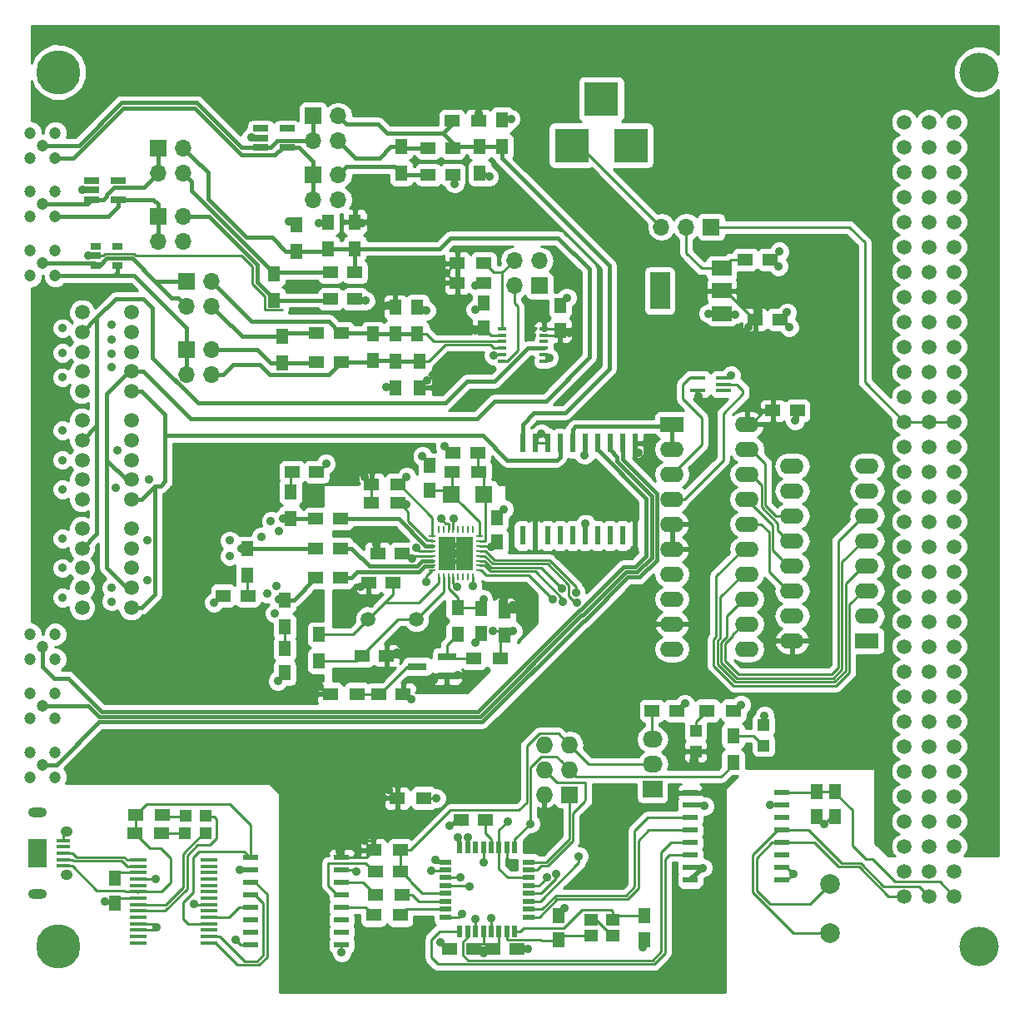
<source format=gtl>
G04 #@! TF.FileFunction,Copper,L1,Top,Signal*
%FSLAX46Y46*%
G04 Gerber Fmt 4.6, Leading zero omitted, Abs format (unit mm)*
G04 Created by KiCad (PCBNEW 4.0.4-stable) date 02/10/17 17:21:07*
%MOMM*%
%LPD*%
G01*
G04 APERTURE LIST*
%ADD10C,0.150000*%
%ADD11R,1.250000X1.500000*%
%ADD12R,1.500000X1.250000*%
%ADD13R,1.700000X1.700000*%
%ADD14O,1.700000X1.700000*%
%ADD15R,1.198880X1.198880*%
%ADD16R,0.600000X1.200000*%
%ADD17R,1.200000X0.600000*%
%ADD18R,1.727200X1.727200*%
%ADD19O,1.727200X1.727200*%
%ADD20R,1.500000X1.300000*%
%ADD21R,1.500000X0.600000*%
%ADD22R,1.750000X0.450000*%
%ADD23O,1.900000X1.000000*%
%ADD24R,1.900000X2.900000*%
%ADD25O,1.250000X1.050000*%
%ADD26R,1.350000X0.400000*%
%ADD27R,1.300000X1.500000*%
%ADD28R,2.032000X1.727200*%
%ADD29O,2.032000X1.727200*%
%ADD30R,1.400000X1.200000*%
%ADD31C,1.998980*%
%ADD32C,1.501140*%
%ADD33C,4.000000*%
%ADD34C,4.500000*%
%ADD35R,3.500000X3.500000*%
%ADD36R,1.060000X0.650000*%
%ADD37C,1.500000*%
%ADD38R,0.250000X0.700000*%
%ADD39R,0.700000X0.250000*%
%ADD40R,1.725000X1.725000*%
%ADD41R,0.890000X0.420000*%
%ADD42R,0.600000X1.950000*%
%ADD43R,2.000000X3.800000*%
%ADD44R,2.000000X1.500000*%
%ADD45R,1.500000X0.400000*%
%ADD46R,2.400000X1.600000*%
%ADD47O,2.400000X1.600000*%
%ADD48R,1.900000X0.800000*%
%ADD49R,1.750000X1.800000*%
%ADD50R,1.560000X0.650000*%
%ADD51C,1.200000*%
%ADD52C,0.889000*%
%ADD53C,0.254000*%
%ADD54C,0.500000*%
%ADD55C,0.400000*%
G04 APERTURE END LIST*
D10*
D11*
X191600000Y-99150000D03*
X191600000Y-101650000D03*
D12*
X187850000Y-93800000D03*
X185350000Y-93800000D03*
D13*
X178750000Y-55250000D03*
D14*
X181290000Y-55250000D03*
X178750000Y-57790000D03*
X181290000Y-57790000D03*
D11*
X247600000Y-113750000D03*
X247600000Y-116250000D03*
D12*
X228950000Y-105500000D03*
X231450000Y-105500000D03*
X212750000Y-129700000D03*
X215250000Y-129700000D03*
X212050000Y-116600000D03*
X209550000Y-116600000D03*
X210850000Y-129700000D03*
X208350000Y-129700000D03*
X203350000Y-121900000D03*
X200850000Y-121900000D03*
D11*
X174300000Y-122550000D03*
X174300000Y-125050000D03*
D15*
X181450980Y-118000000D03*
X183549020Y-118000000D03*
X181500000Y-116200000D03*
X183598040Y-116200000D03*
D16*
X209400000Y-127950000D03*
X210200000Y-127950000D03*
X211000000Y-127950000D03*
X211800000Y-127950000D03*
X212600000Y-127950000D03*
X213400000Y-127950000D03*
X214200000Y-127950000D03*
X215000000Y-127950000D03*
D17*
X216450000Y-126500000D03*
X216450000Y-125700000D03*
X216450000Y-124900000D03*
X216450000Y-124100000D03*
X216450000Y-123300000D03*
X216450000Y-122500000D03*
X216450000Y-121700000D03*
X216450000Y-120900000D03*
D16*
X215000000Y-119450000D03*
X214200000Y-119450000D03*
X213400000Y-119450000D03*
X212600000Y-119450000D03*
X211800000Y-119450000D03*
X211000000Y-119450000D03*
X210200000Y-119450000D03*
X209400000Y-119450000D03*
D17*
X207950000Y-120900000D03*
X207950000Y-121700000D03*
X207950000Y-122500000D03*
X207950000Y-123300000D03*
X207950000Y-124100000D03*
X207950000Y-124900000D03*
X207950000Y-125700000D03*
X207950000Y-126500000D03*
D18*
X220540000Y-114040000D03*
D19*
X218000000Y-114040000D03*
X220540000Y-111500000D03*
X218000000Y-111500000D03*
X220540000Y-108960000D03*
X218000000Y-108960000D03*
D20*
X200650000Y-119700000D03*
X203350000Y-119700000D03*
X179100000Y-118000000D03*
X176400000Y-118000000D03*
X179150000Y-116100000D03*
X176450000Y-116100000D03*
X203550000Y-124200000D03*
X200850000Y-124200000D03*
X200650000Y-126300000D03*
X203350000Y-126300000D03*
D21*
X188100000Y-120410000D03*
X188100000Y-121680000D03*
X188100000Y-122950000D03*
X188100000Y-124220000D03*
X188100000Y-125490000D03*
X188100000Y-126760000D03*
X188100000Y-128030000D03*
X188100000Y-129300000D03*
X197400000Y-129300000D03*
X197400000Y-128030000D03*
X197400000Y-126760000D03*
X197400000Y-125490000D03*
X197400000Y-124220000D03*
X197400000Y-122950000D03*
X197400000Y-121680000D03*
X197400000Y-120410000D03*
D22*
X183900000Y-129125000D03*
X183900000Y-128475000D03*
X183900000Y-127825000D03*
X183900000Y-127175000D03*
X183900000Y-126525000D03*
X183900000Y-125875000D03*
X183900000Y-125225000D03*
X183900000Y-124575000D03*
X183900000Y-123925000D03*
X183900000Y-123275000D03*
X183900000Y-122625000D03*
X183900000Y-121975000D03*
X183900000Y-121325000D03*
X183900000Y-120675000D03*
X176700000Y-120675000D03*
X176700000Y-121325000D03*
X176700000Y-121975000D03*
X176700000Y-122625000D03*
X176700000Y-123275000D03*
X176700000Y-123925000D03*
X176700000Y-124575000D03*
X176700000Y-125225000D03*
X176700000Y-125875000D03*
X176700000Y-126525000D03*
X176700000Y-127175000D03*
X176700000Y-127825000D03*
X176700000Y-128475000D03*
X176700000Y-129125000D03*
D11*
X228200000Y-126350000D03*
X228200000Y-128850000D03*
X219500000Y-126350000D03*
X219500000Y-128850000D03*
D23*
X166450000Y-115825000D03*
X166450000Y-124175000D03*
D24*
X166450000Y-120000000D03*
D25*
X169450000Y-117775000D03*
X169450000Y-122225000D03*
D26*
X169125000Y-121300000D03*
X169125000Y-120650000D03*
X169125000Y-120000000D03*
X169125000Y-119350000D03*
X169125000Y-118700000D03*
D15*
X240300000Y-109049020D03*
X240300000Y-106950980D03*
X233400000Y-109649020D03*
X233400000Y-107550980D03*
D20*
X234550000Y-105500000D03*
X237250000Y-105500000D03*
D27*
X237200000Y-110750000D03*
X237200000Y-108050000D03*
D28*
X229000000Y-113500000D03*
D29*
X229000000Y-110960000D03*
X229000000Y-108420000D03*
D21*
X232850000Y-113855000D03*
X232850000Y-115125000D03*
X232850000Y-116395000D03*
X232850000Y-117665000D03*
X232850000Y-118935000D03*
X232850000Y-120205000D03*
X232850000Y-121475000D03*
X232850000Y-122745000D03*
X242150000Y-122745000D03*
X242150000Y-121475000D03*
X242150000Y-120205000D03*
X242150000Y-118935000D03*
X242150000Y-117665000D03*
X242150000Y-116395000D03*
X242150000Y-115125000D03*
X242150000Y-113855000D03*
D11*
X245700000Y-113750000D03*
X245700000Y-116250000D03*
D30*
X222800000Y-128400000D03*
X225000000Y-128400000D03*
X222800000Y-126800000D03*
X225000000Y-126800000D03*
D31*
X247100000Y-123100640D03*
X247100000Y-128101900D03*
D32*
X259700000Y-45630000D03*
X259700000Y-48170000D03*
X259700000Y-53250000D03*
X259700000Y-50710000D03*
X259700000Y-55790000D03*
X259700000Y-58330000D03*
X259700000Y-60870000D03*
X259700000Y-63410000D03*
X259700000Y-65950000D03*
X259700000Y-68490000D03*
X259700000Y-71030000D03*
X259700000Y-73570000D03*
X259700000Y-76110000D03*
X259700000Y-78650000D03*
X259700000Y-81190000D03*
X259700000Y-83730000D03*
X259700000Y-86270000D03*
X259700000Y-88810000D03*
X259700000Y-91350000D03*
X259700000Y-93890000D03*
X259700000Y-96430000D03*
X259700000Y-98970000D03*
X259700000Y-101510000D03*
X259700000Y-104050000D03*
X259700000Y-106590000D03*
X259700000Y-109130000D03*
X259700000Y-111670000D03*
X259700000Y-114210000D03*
X259700000Y-116750000D03*
X259700000Y-119290000D03*
X259700000Y-121830000D03*
X259700000Y-124370000D03*
X257160000Y-124370000D03*
X257160000Y-121830000D03*
X257160000Y-119290000D03*
X257160000Y-116750000D03*
X257160000Y-114210000D03*
X257160000Y-111670000D03*
X257160000Y-109130000D03*
X257160000Y-106590000D03*
X257160000Y-104050000D03*
X257160000Y-101510000D03*
X257160000Y-98970000D03*
X257160000Y-96430000D03*
X257160000Y-93890000D03*
X257160000Y-91350000D03*
X257160000Y-88810000D03*
X257160000Y-86270000D03*
X257160000Y-83730000D03*
X257160000Y-81190000D03*
X257160000Y-78650000D03*
X257160000Y-76110000D03*
X257160000Y-73570000D03*
X257160000Y-71030000D03*
X257160000Y-68490000D03*
X257160000Y-65950000D03*
X257160000Y-63410000D03*
X257160000Y-60870000D03*
X257160000Y-58330000D03*
X257160000Y-55790000D03*
X257160000Y-50710000D03*
X257160000Y-53250000D03*
X257160000Y-48170000D03*
X257160000Y-45630000D03*
X254620000Y-45630000D03*
X254620000Y-48170000D03*
X254620000Y-53250000D03*
X254620000Y-50710000D03*
X254620000Y-55790000D03*
X254620000Y-58330000D03*
X254620000Y-60870000D03*
X254620000Y-63410000D03*
X254620000Y-65950000D03*
X254620000Y-68490000D03*
X254620000Y-71030000D03*
X254620000Y-73570000D03*
X254620000Y-76110000D03*
X254620000Y-78650000D03*
X254620000Y-81190000D03*
X254620000Y-83730000D03*
X254620000Y-86270000D03*
X254620000Y-88810000D03*
X254620000Y-91350000D03*
X254620000Y-93890000D03*
X254620000Y-96430000D03*
X254620000Y-98970000D03*
X254620000Y-101510000D03*
X254620000Y-104050000D03*
X254620000Y-106590000D03*
X254620000Y-109130000D03*
X254620000Y-111670000D03*
X254620000Y-114210000D03*
X254620000Y-116750000D03*
X254620000Y-119290000D03*
X254620000Y-121830000D03*
X254620000Y-124370000D03*
D33*
X262240000Y-129450000D03*
X262240000Y-40550000D03*
D34*
X168570000Y-129450000D03*
X168570000Y-40550000D03*
D12*
X201950000Y-99900000D03*
X199450000Y-99900000D03*
X200150000Y-92500000D03*
X202650000Y-92500000D03*
X211250000Y-79300000D03*
X208750000Y-79300000D03*
D11*
X206300000Y-83050000D03*
X206300000Y-80550000D03*
D12*
X194850000Y-67050000D03*
X197350000Y-67050000D03*
X197350000Y-70050000D03*
X194850000Y-70050000D03*
X206200000Y-48250000D03*
X208700000Y-48250000D03*
X208700000Y-51000000D03*
X206200000Y-51000000D03*
X196250000Y-60900000D03*
X198750000Y-60900000D03*
X198750000Y-63650000D03*
X196250000Y-63650000D03*
X194750000Y-92000000D03*
X197250000Y-92000000D03*
X194750000Y-89000000D03*
X197250000Y-89000000D03*
X194750000Y-86000000D03*
X197250000Y-86000000D03*
X192350000Y-81200000D03*
X194850000Y-81200000D03*
X238450000Y-59600000D03*
X240950000Y-59600000D03*
X239450000Y-65700000D03*
X241950000Y-65700000D03*
D11*
X211600000Y-95150000D03*
X211600000Y-97650000D03*
D12*
X201150000Y-103800000D03*
X203650000Y-103800000D03*
D11*
X214000000Y-97850000D03*
X214000000Y-95350000D03*
D35*
X220800000Y-48000000D03*
X226800000Y-48000000D03*
X223800000Y-43300000D03*
D36*
X172400000Y-58300000D03*
X172400000Y-59250000D03*
X172400000Y-60200000D03*
X174600000Y-60200000D03*
X174600000Y-58300000D03*
D13*
X181600000Y-61800000D03*
D14*
X184140000Y-61800000D03*
X181600000Y-64340000D03*
X184140000Y-64340000D03*
D13*
X181600000Y-68800000D03*
D14*
X184140000Y-68800000D03*
X181600000Y-71340000D03*
X184140000Y-71340000D03*
D13*
X194500000Y-45000000D03*
D14*
X197040000Y-45000000D03*
X194500000Y-47540000D03*
X197040000Y-47540000D03*
D13*
X194500000Y-51000000D03*
D14*
X197040000Y-51000000D03*
X194500000Y-53540000D03*
X197040000Y-53540000D03*
D13*
X178750000Y-48250000D03*
D14*
X181290000Y-48250000D03*
X178750000Y-50790000D03*
X181290000Y-50790000D03*
D13*
X234980000Y-56300000D03*
D14*
X232440000Y-56300000D03*
X229900000Y-56300000D03*
D20*
X200450000Y-84400000D03*
X203150000Y-84400000D03*
X205750000Y-114400000D03*
X203050000Y-114400000D03*
X200450000Y-82500000D03*
X203150000Y-82500000D03*
D27*
X195100000Y-97750000D03*
X195100000Y-100450000D03*
D20*
X208650000Y-81200000D03*
X211350000Y-81200000D03*
X211850000Y-62000000D03*
X209150000Y-62000000D03*
X209150000Y-60000000D03*
X211850000Y-60000000D03*
D27*
X205100000Y-67150000D03*
X205100000Y-64450000D03*
X202850000Y-64450000D03*
X202850000Y-67150000D03*
X200600000Y-67200000D03*
X200600000Y-69900000D03*
X191350000Y-67450000D03*
X191350000Y-70150000D03*
X202850000Y-72650000D03*
X202850000Y-69950000D03*
X205350000Y-69950000D03*
X205350000Y-72650000D03*
X213700000Y-48100000D03*
X213700000Y-45400000D03*
D20*
X211300000Y-45500000D03*
X208600000Y-45500000D03*
D27*
X211450000Y-48150000D03*
X211450000Y-50850000D03*
X203450000Y-48150000D03*
X203450000Y-50850000D03*
X196000000Y-58500000D03*
X196000000Y-55800000D03*
X198750000Y-55800000D03*
X198750000Y-58500000D03*
X192750000Y-58750000D03*
X192750000Y-56050000D03*
X190500000Y-61050000D03*
X190500000Y-63750000D03*
X191600000Y-94250000D03*
X191600000Y-96950000D03*
X187800000Y-89050000D03*
X187800000Y-91750000D03*
X192200000Y-85950000D03*
X192200000Y-83250000D03*
X209200000Y-95050000D03*
X209200000Y-97750000D03*
D20*
X198950000Y-103800000D03*
X196250000Y-103800000D03*
X213550000Y-100200000D03*
X210850000Y-100200000D03*
D37*
X176000000Y-95000000D03*
X171000000Y-95000000D03*
X176000000Y-93000000D03*
X171000000Y-93000000D03*
X176000000Y-91000000D03*
X171000000Y-91000000D03*
X176000000Y-89000000D03*
X171000000Y-89000000D03*
X176000000Y-87000000D03*
X171000000Y-87000000D03*
X176000000Y-84000000D03*
X171000000Y-84000000D03*
X176000000Y-82000000D03*
X171000000Y-82000000D03*
X176000000Y-80000000D03*
X171000000Y-80000000D03*
X176000000Y-78000000D03*
X171000000Y-78000000D03*
X176000000Y-76000000D03*
X171000000Y-76000000D03*
X176000000Y-73000000D03*
X171000000Y-73000000D03*
X176000000Y-71000000D03*
X171000000Y-71000000D03*
X176000000Y-69000000D03*
X171000000Y-69000000D03*
X176000000Y-67000000D03*
X171000000Y-67000000D03*
X176000000Y-65000000D03*
X171000000Y-65000000D03*
D38*
X207250000Y-91900000D03*
X207750000Y-91900000D03*
X208250000Y-91900000D03*
X208750000Y-91900000D03*
X209250000Y-91900000D03*
X209750000Y-91900000D03*
X210250000Y-91900000D03*
X210750000Y-91900000D03*
D39*
X211400000Y-91250000D03*
X211400000Y-90750000D03*
X211400000Y-90250000D03*
X211400000Y-89750000D03*
X211400000Y-89250000D03*
X211400000Y-88750000D03*
X211400000Y-88250000D03*
X211400000Y-87750000D03*
D38*
X210750000Y-87100000D03*
X210250000Y-87100000D03*
X209750000Y-87100000D03*
X209250000Y-87100000D03*
X208750000Y-87100000D03*
X208250000Y-87100000D03*
X207750000Y-87100000D03*
X207250000Y-87100000D03*
D39*
X206600000Y-87750000D03*
X206600000Y-88250000D03*
X206600000Y-88750000D03*
X206600000Y-89250000D03*
X206600000Y-89750000D03*
X206600000Y-90250000D03*
X206600000Y-90750000D03*
X206600000Y-91250000D03*
D40*
X209862500Y-88637500D03*
X208137500Y-88637500D03*
X209862500Y-90362500D03*
X208137500Y-90362500D03*
D41*
X213745000Y-66675000D03*
X213745000Y-67325000D03*
X213745000Y-67975000D03*
X213745000Y-68625000D03*
X213745000Y-69275000D03*
X213745000Y-69925000D03*
X217955000Y-69925000D03*
X217955000Y-69275000D03*
X217955000Y-68625000D03*
X217955000Y-67975000D03*
X217955000Y-67325000D03*
X217955000Y-66675000D03*
D42*
X227215000Y-78300000D03*
X225945000Y-78300000D03*
X224675000Y-78300000D03*
X223405000Y-78300000D03*
X222135000Y-78300000D03*
X220865000Y-78300000D03*
X219595000Y-78300000D03*
X218325000Y-78300000D03*
X217055000Y-78300000D03*
X215785000Y-78300000D03*
X215785000Y-87700000D03*
X217055000Y-87700000D03*
X218325000Y-87700000D03*
X219595000Y-87700000D03*
X220865000Y-87700000D03*
X222135000Y-87700000D03*
X223405000Y-87700000D03*
X224675000Y-87700000D03*
X225945000Y-87700000D03*
X227215000Y-87700000D03*
D43*
X229750000Y-62800000D03*
D44*
X236050000Y-62800000D03*
X236050000Y-60500000D03*
X236050000Y-65100000D03*
D45*
X236230000Y-72950000D03*
X236230000Y-72300000D03*
X236230000Y-71650000D03*
X233570000Y-71650000D03*
X233570000Y-72950000D03*
D46*
X231000000Y-76375000D03*
D47*
X238620000Y-99235000D03*
X231000000Y-78915000D03*
X238620000Y-96695000D03*
X231000000Y-81455000D03*
X238620000Y-94155000D03*
X231000000Y-83995000D03*
X238620000Y-91615000D03*
X231000000Y-86535000D03*
X238620000Y-89075000D03*
X231000000Y-89075000D03*
X238620000Y-86535000D03*
X231000000Y-91615000D03*
X238620000Y-83995000D03*
X231000000Y-94155000D03*
X238620000Y-81455000D03*
X231000000Y-96695000D03*
X238620000Y-78915000D03*
X231000000Y-99235000D03*
X238620000Y-76375000D03*
D46*
X250825000Y-98400000D03*
D47*
X243205000Y-80620000D03*
X250825000Y-95860000D03*
X243205000Y-83160000D03*
X250825000Y-93320000D03*
X243205000Y-85700000D03*
X250825000Y-90780000D03*
X243205000Y-88240000D03*
X250825000Y-88240000D03*
X243205000Y-90780000D03*
X250825000Y-85700000D03*
X243205000Y-93320000D03*
X250825000Y-83160000D03*
X243205000Y-95860000D03*
X250825000Y-80620000D03*
X243205000Y-98400000D03*
D48*
X208100000Y-101950000D03*
X208100000Y-100050000D03*
X205100000Y-101000000D03*
D37*
X204975000Y-96200000D03*
X200095000Y-96200000D03*
D49*
X211825000Y-83500000D03*
X208575000Y-83500000D03*
D11*
X211850000Y-66550000D03*
X211850000Y-64050000D03*
X219600000Y-66800000D03*
X219600000Y-64300000D03*
D50*
X189150000Y-46300000D03*
X189150000Y-47250000D03*
X189150000Y-48200000D03*
X191850000Y-48200000D03*
X191850000Y-46300000D03*
X172000000Y-51600000D03*
X172000000Y-52550000D03*
X172000000Y-53500000D03*
X174700000Y-53500000D03*
X174700000Y-51600000D03*
D13*
X217500000Y-62250000D03*
D14*
X214960000Y-62250000D03*
X217500000Y-59710000D03*
X214960000Y-59710000D03*
D12*
X201050000Y-89500000D03*
X203550000Y-89500000D03*
D11*
X213200000Y-85850000D03*
X213200000Y-88350000D03*
D51*
X165730000Y-112270000D03*
X167000000Y-111000000D03*
X165730000Y-109730000D03*
X168270000Y-112270000D03*
X168270000Y-109730000D03*
X165730000Y-106270000D03*
X167000000Y-105000000D03*
X165730000Y-103730000D03*
X168270000Y-106270000D03*
X168270000Y-103730000D03*
X165730000Y-55270000D03*
X167000000Y-54000000D03*
X165730000Y-52730000D03*
X168270000Y-55270000D03*
X168270000Y-52730000D03*
X165730000Y-49270000D03*
X167000000Y-48000000D03*
X165730000Y-46730000D03*
X168270000Y-49270000D03*
X168270000Y-46730000D03*
X165730000Y-61270000D03*
X167000000Y-60000000D03*
X165730000Y-58730000D03*
X168270000Y-61270000D03*
X168270000Y-58730000D03*
X165730000Y-100270000D03*
X167000000Y-99000000D03*
X165730000Y-97730000D03*
X168270000Y-100270000D03*
X168270000Y-97730000D03*
D12*
X243750000Y-75000000D03*
X241250000Y-75000000D03*
D52*
X186000000Y-88200000D03*
X186000000Y-89800000D03*
X189200000Y-87800000D03*
X191000000Y-87200000D03*
X190200000Y-86200000D03*
X189800000Y-93600000D03*
X190800000Y-92800000D03*
X190600000Y-95600000D03*
X174000000Y-70600000D03*
X174000000Y-69200000D03*
X174000000Y-67800000D03*
X174000000Y-66200000D03*
X174400000Y-82800000D03*
X174600000Y-79000000D03*
X177800000Y-82000000D03*
X177600000Y-88200000D03*
X177600000Y-92200000D03*
X174000000Y-93000000D03*
X174000000Y-94400000D03*
X169000000Y-88000000D03*
X169000000Y-91000000D03*
X169000000Y-94000000D03*
X169000000Y-83000000D03*
X169000000Y-80000000D03*
X169000000Y-77000000D03*
X169000000Y-71600000D03*
X169000000Y-69100000D03*
X169000000Y-66600000D03*
X186600000Y-128800000D03*
X173300000Y-124900000D03*
X178518239Y-122607338D03*
X187000000Y-121700000D03*
X182400000Y-125200000D03*
X178600000Y-127500000D03*
X221212920Y-93504224D03*
X246500000Y-117000000D03*
X243300000Y-122100000D03*
X241000000Y-115100000D03*
X208400000Y-117200000D03*
X209229513Y-101903659D03*
X214794757Y-94812468D03*
X243500000Y-76000000D03*
X222200000Y-86500000D03*
X222100000Y-79500000D03*
X217700000Y-77300000D03*
X213900000Y-85000000D03*
X200900000Y-88600000D03*
X213800000Y-94400000D03*
X208900000Y-89500000D03*
X218500000Y-69600000D03*
X212851007Y-69361418D03*
X171600000Y-59200000D03*
X184400000Y-94500000D03*
X190900000Y-102500000D03*
X203000000Y-99600000D03*
X199300000Y-92900000D03*
X207900000Y-78600000D03*
X205600000Y-79600000D03*
X195800000Y-80400000D03*
X201900000Y-72600000D03*
X241900000Y-58800000D03*
X241800000Y-60300000D03*
X208900000Y-51900000D03*
X212400000Y-51200000D03*
X214600000Y-45300000D03*
X192000000Y-55700000D03*
X195100000Y-55900000D03*
X199800000Y-63800000D03*
X206000000Y-64800000D03*
X211000000Y-64700000D03*
X220300000Y-63500000D03*
X240400000Y-106000000D03*
X242900000Y-66500000D03*
X242700000Y-65000000D03*
X204500000Y-104300000D03*
X204966298Y-88888937D03*
X237000000Y-71400000D03*
X208763644Y-85954555D03*
X234700000Y-65100000D03*
X237400000Y-65200000D03*
X209100000Y-92900000D03*
X206800000Y-102400000D03*
X211000000Y-98600000D03*
X188195821Y-47169312D03*
X171000000Y-52500000D03*
X234100000Y-121500000D03*
X238000000Y-104900000D03*
X232300000Y-104800000D03*
X207400000Y-129100000D03*
X228000000Y-129612458D03*
X220013846Y-125598520D03*
X216300000Y-129700000D03*
X212600000Y-126600000D03*
X211000000Y-126700000D03*
X211800000Y-120900000D03*
X198900000Y-121900000D03*
X197400000Y-130100000D03*
X234300000Y-115200000D03*
X191000000Y-94200000D03*
X187200000Y-89000000D03*
X191400000Y-86000000D03*
X216894369Y-84588287D03*
X202200000Y-113600000D03*
X208000000Y-61000000D03*
X227600000Y-79300000D03*
X227200863Y-89099785D03*
X211000000Y-66800000D03*
X199700000Y-81700000D03*
X206100000Y-71900000D03*
X211300000Y-44700000D03*
X199500000Y-55900000D03*
X202100000Y-64300000D03*
X233200000Y-110600000D03*
X239800000Y-64900000D03*
X238800000Y-66500000D03*
X195200000Y-103100000D03*
X233700000Y-73500000D03*
X197186663Y-119813337D03*
X199713796Y-118701626D03*
X220600000Y-67100000D03*
X211864465Y-130201480D03*
X214500000Y-121100000D03*
X234300000Y-113800000D03*
X207500000Y-86000000D03*
X211800000Y-94200000D03*
X212627838Y-88872162D03*
X214800000Y-97400000D03*
X212796512Y-97425510D03*
X204600000Y-90000000D03*
X209500000Y-122500000D03*
X218283724Y-122483724D03*
X219222664Y-122095558D03*
X214256969Y-116800000D03*
X218887194Y-94178644D03*
X219790475Y-93060300D03*
X221293564Y-94517031D03*
X219896552Y-94455786D03*
X216589021Y-117006979D03*
X206960905Y-120658709D03*
X210700000Y-92800000D03*
X207000000Y-114400000D03*
X206500000Y-121750000D03*
X206000000Y-92400000D03*
X209183989Y-118401034D03*
X204000000Y-84500000D03*
X210200000Y-118400000D03*
X204000000Y-81750000D03*
X221522555Y-120322555D03*
X209600000Y-126200000D03*
X210400000Y-123400000D03*
X211000000Y-62250000D03*
D53*
X196000000Y-121000000D02*
X199800000Y-121000000D01*
X199900000Y-121100000D02*
X199900000Y-121075000D01*
X199800000Y-121000000D02*
X199900000Y-121100000D01*
X200850000Y-121900000D02*
X200725000Y-121900000D01*
X200725000Y-121900000D02*
X199900000Y-121075000D01*
X196000000Y-123270000D02*
X196950000Y-124220000D01*
X196950000Y-124220000D02*
X197400000Y-124220000D01*
X196000000Y-121000000D02*
X196000000Y-123270000D01*
X176700000Y-121975000D02*
X174875000Y-121975000D01*
X174875000Y-121975000D02*
X174300000Y-122550000D01*
X188100000Y-129300000D02*
X187100000Y-129300000D01*
X187100000Y-129300000D02*
X186600000Y-128800000D01*
X174300000Y-125050000D02*
X173450000Y-125050000D01*
X173450000Y-125050000D02*
X173300000Y-124900000D01*
X178500577Y-122625000D02*
X178518239Y-122607338D01*
X176700000Y-122625000D02*
X178500577Y-122625000D01*
X176700000Y-124575000D02*
X174775000Y-124575000D01*
X174775000Y-124575000D02*
X174300000Y-125050000D01*
X169125000Y-118700000D02*
X169125000Y-118100000D01*
X169125000Y-118100000D02*
X169450000Y-117775000D01*
X188100000Y-121680000D02*
X187020000Y-121680000D01*
X187020000Y-121680000D02*
X187000000Y-121700000D01*
X183900000Y-125225000D02*
X182425000Y-125225000D01*
X182425000Y-125225000D02*
X182400000Y-125200000D01*
X176700000Y-127825000D02*
X178275000Y-127825000D01*
X178275000Y-127175000D02*
X178600000Y-127500000D01*
X178275000Y-127175000D02*
X176700000Y-127175000D01*
X178275000Y-127825000D02*
X178600000Y-127500000D01*
X181450980Y-116250000D02*
X179300000Y-116250000D01*
X179300000Y-116250000D02*
X179150000Y-116100000D01*
X179100000Y-118000000D02*
X181450980Y-118000000D01*
X181281009Y-120061725D02*
X183342734Y-118000000D01*
X181281009Y-123457821D02*
X181281009Y-120061725D01*
X176700000Y-125225000D02*
X179513830Y-125225000D01*
X183342734Y-118000000D02*
X183549020Y-118000000D01*
X179513830Y-125225000D02*
X181281009Y-123457821D01*
X183900000Y-127175000D02*
X181775000Y-127175000D01*
X187490000Y-119800000D02*
X188100000Y-120410000D01*
X182900000Y-119800000D02*
X187490000Y-119800000D01*
X182300000Y-120400000D02*
X182900000Y-119800000D01*
X182300000Y-124000000D02*
X182300000Y-120400000D01*
X181300000Y-125000000D02*
X182300000Y-124000000D01*
X181300000Y-126700000D02*
X181300000Y-125000000D01*
X181775000Y-127175000D02*
X181300000Y-126700000D01*
X188100000Y-120410000D02*
X188100000Y-117100000D01*
X177550000Y-115000000D02*
X176450000Y-116100000D01*
X186000000Y-115000000D02*
X177550000Y-115000000D01*
X188100000Y-117100000D02*
X186000000Y-115000000D01*
X176700000Y-123925000D02*
X175425000Y-123925000D01*
X175300000Y-123800000D02*
X172500000Y-123800000D01*
X175425000Y-123925000D02*
X175300000Y-123800000D01*
X170000000Y-121300000D02*
X169125000Y-121300000D01*
X172500000Y-123800000D02*
X170000000Y-121300000D01*
X176625000Y-124000000D02*
X176700000Y-123925000D01*
X176450000Y-116100000D02*
X176450000Y-117950000D01*
X176450000Y-117950000D02*
X176400000Y-118000000D01*
X176700000Y-123925000D02*
X179075000Y-123925000D01*
X177900000Y-119500000D02*
X176400000Y-118000000D01*
X179000000Y-119500000D02*
X177900000Y-119500000D01*
X180000000Y-120500000D02*
X179000000Y-119500000D01*
X180000000Y-123000000D02*
X180000000Y-120500000D01*
X179075000Y-123925000D02*
X180000000Y-123000000D01*
X176400000Y-118000000D02*
X176300000Y-118000000D01*
X176450000Y-116100000D02*
X176200000Y-116100000D01*
X175035021Y-120789021D02*
X175571000Y-121325000D01*
X170193021Y-120789021D02*
X175035021Y-120789021D01*
X175571000Y-121325000D02*
X176700000Y-121325000D01*
X169125000Y-120650000D02*
X170054000Y-120650000D01*
X170054000Y-120650000D02*
X170193021Y-120789021D01*
X170054000Y-120000000D02*
X169125000Y-120000000D01*
X170462010Y-120408010D02*
X170054000Y-120000000D01*
X175304010Y-120408010D02*
X170462010Y-120408010D01*
X175571000Y-120675000D02*
X175304010Y-120408010D01*
X176700000Y-120675000D02*
X175571000Y-120675000D01*
X197400000Y-122950000D02*
X199600000Y-122950000D01*
X199600000Y-122950000D02*
X200850000Y-124200000D01*
X197450000Y-122900000D02*
X197400000Y-122950000D01*
X197400000Y-125490000D02*
X199840000Y-125490000D01*
X199840000Y-125490000D02*
X200650000Y-126300000D01*
X188100000Y-124220000D02*
X188550000Y-124220000D01*
X187535009Y-130981009D02*
X185029000Y-128475000D01*
X188550000Y-124220000D02*
X189410978Y-125080978D01*
X185029000Y-128475000D02*
X183900000Y-128475000D01*
X189410978Y-125080978D02*
X189410978Y-130367852D01*
X189410978Y-130367852D02*
X188797821Y-130981009D01*
X188797821Y-130981009D02*
X187535009Y-130981009D01*
X246100511Y-124100129D02*
X247100000Y-123100640D01*
X245000640Y-125200000D02*
X246100511Y-124100129D01*
X240981564Y-125200000D02*
X245000640Y-125200000D01*
X239591989Y-120489011D02*
X239591990Y-123810426D01*
X239591990Y-123810426D02*
X240981564Y-125200000D01*
X241146000Y-118935000D02*
X239591989Y-120489011D01*
X242150000Y-118935000D02*
X241146000Y-118935000D01*
X254620000Y-124370000D02*
X252988436Y-124370000D01*
X243154000Y-118935000D02*
X242150000Y-118935000D01*
X245492266Y-118935000D02*
X243154000Y-118935000D01*
X247949256Y-121391990D02*
X245492266Y-118935000D01*
X250010426Y-121391990D02*
X247949256Y-121391990D01*
X252988436Y-124370000D02*
X250010426Y-121391990D01*
X241700000Y-117665000D02*
X242150000Y-117665000D01*
X243301900Y-128101900D02*
X239210978Y-124010978D01*
X247100000Y-128101900D02*
X243301900Y-128101900D01*
X239210978Y-124010978D02*
X239210978Y-120154022D01*
X239210978Y-120154022D02*
X241700000Y-117665000D01*
X244861094Y-117665000D02*
X243154000Y-117665000D01*
X248207073Y-121010979D02*
X244861094Y-117665000D01*
X250168245Y-121010979D02*
X248207073Y-121010979D01*
X256155429Y-123365429D02*
X252522695Y-123365429D01*
X257160000Y-124370000D02*
X256155429Y-123365429D01*
X252522695Y-123365429D02*
X250168245Y-121010979D01*
X243154000Y-117665000D02*
X242150000Y-117665000D01*
X249308010Y-115583010D02*
X247600000Y-113875000D01*
X247600000Y-113875000D02*
X247600000Y-113750000D01*
X249308010Y-119210426D02*
X249308010Y-115583010D01*
X250705594Y-120608010D02*
X249308010Y-119210426D01*
X251389574Y-120608010D02*
X250705594Y-120608010D01*
X253673554Y-122891990D02*
X251389574Y-120608010D01*
X258221990Y-122891990D02*
X253673554Y-122891990D01*
X259700000Y-124370000D02*
X258221990Y-122891990D01*
X247600000Y-113750000D02*
X245700000Y-113750000D01*
X245700000Y-113750000D02*
X245595000Y-113855000D01*
X245595000Y-113855000D02*
X242150000Y-113855000D01*
X245500000Y-113750000D02*
X245395000Y-113855000D01*
X242150000Y-113855000D02*
X241555000Y-113855000D01*
X216208010Y-114810426D02*
X215400000Y-115618436D01*
X203350000Y-119700000D02*
X204354000Y-119700000D01*
X204354000Y-119700000D02*
X208454000Y-115600000D01*
X208454000Y-115600000D02*
X215381564Y-115600000D01*
X215381564Y-115600000D02*
X215400000Y-115618436D01*
X211400000Y-89250000D02*
X212004000Y-89250000D01*
X212954000Y-90200000D02*
X218537313Y-90200000D01*
X221212920Y-92875607D02*
X221212920Y-93504224D01*
X218537313Y-90200000D02*
X221212920Y-92875607D01*
X212004000Y-89250000D02*
X212954000Y-90200000D01*
X219422399Y-107842399D02*
X217476037Y-107842399D01*
X217476037Y-107842399D02*
X216208011Y-109110425D01*
X216208011Y-109110425D02*
X216208010Y-114810426D01*
X220540000Y-108960000D02*
X219422399Y-107842399D01*
X229000000Y-110960000D02*
X222540000Y-110960000D01*
X222540000Y-110960000D02*
X220540000Y-108960000D01*
X203350000Y-119700000D02*
X203300000Y-119700000D01*
X203350000Y-121900000D02*
X203350000Y-119700000D01*
X207950000Y-124100000D02*
X205550000Y-124100000D01*
X205550000Y-124100000D02*
X204354000Y-122904000D01*
X204354000Y-122904000D02*
X204354000Y-122779000D01*
X204354000Y-122779000D02*
X203475000Y-121900000D01*
X203475000Y-121900000D02*
X203350000Y-121900000D01*
X212600000Y-119450000D02*
X212600000Y-118529000D01*
X212600000Y-118529000D02*
X212050000Y-117979000D01*
X212050000Y-117979000D02*
X212050000Y-116600000D01*
X233400000Y-107550980D02*
X233400000Y-106650000D01*
X233400000Y-106650000D02*
X234550000Y-105500000D01*
X234550000Y-105500000D02*
X234550000Y-106000980D01*
X237200000Y-108050000D02*
X239300980Y-108050000D01*
X239300980Y-108050000D02*
X240300000Y-109049020D01*
X237200000Y-108050000D02*
X237099020Y-108050000D01*
X237200000Y-108050000D02*
X237200000Y-108400000D01*
X189791989Y-124191989D02*
X188550000Y-122950000D01*
X188550000Y-122950000D02*
X188100000Y-122950000D01*
X189019544Y-131362020D02*
X189791989Y-130589575D01*
X186787020Y-131362020D02*
X189019544Y-131362020D01*
X184550000Y-129125000D02*
X186787020Y-131362020D01*
X189791989Y-130589575D02*
X189791989Y-124191989D01*
X183900000Y-129125000D02*
X184550000Y-129125000D01*
X185029000Y-126525000D02*
X183900000Y-126525000D01*
X185925000Y-126525000D02*
X185029000Y-126525000D01*
X186960000Y-125490000D02*
X185925000Y-126525000D01*
X188100000Y-125490000D02*
X186960000Y-125490000D01*
X228950000Y-105500000D02*
X228950000Y-108370000D01*
X228950000Y-108370000D02*
X229000000Y-108420000D01*
X219950000Y-128400000D02*
X219500000Y-128850000D01*
X222800000Y-128400000D02*
X219950000Y-128400000D01*
X217742179Y-128931009D02*
X219418991Y-128931009D01*
X214200001Y-128804001D02*
X217615171Y-128804001D01*
X219418991Y-128931009D02*
X219500000Y-128850000D01*
X217615171Y-128804001D02*
X217742179Y-128931009D01*
X214200000Y-127950000D02*
X214200001Y-128804001D01*
X225000000Y-126800000D02*
X225000000Y-125946000D01*
X225000000Y-125946000D02*
X224800000Y-125746000D01*
X224800000Y-125746000D02*
X221854000Y-125746000D01*
X221854000Y-125746000D02*
X220000000Y-127600000D01*
X215904000Y-127600000D02*
X215554000Y-127950000D01*
X220000000Y-127600000D02*
X215904000Y-127600000D01*
X215554000Y-127950000D02*
X215000000Y-127950000D01*
X224886000Y-126350000D02*
X226115000Y-126350000D01*
X228200000Y-126350000D02*
X226115000Y-126350000D01*
X215000000Y-127950000D02*
X215000000Y-128250000D01*
X179402660Y-125875000D02*
X177829000Y-125875000D01*
X177829000Y-125875000D02*
X176700000Y-125875000D01*
X184013112Y-119191990D02*
X182689574Y-119191990D01*
X181662020Y-123615640D02*
X179402660Y-125875000D01*
X181662020Y-120219544D02*
X181662020Y-123615640D01*
X182689574Y-119191990D02*
X181662020Y-120219544D01*
X184700000Y-116547540D02*
X184700000Y-118505102D01*
X184402460Y-116250000D02*
X184700000Y-116547540D01*
X183549020Y-116250000D02*
X184402460Y-116250000D01*
X184700000Y-118505102D02*
X184013112Y-119191990D01*
X209700000Y-129017798D02*
X210200000Y-128517798D01*
X229007458Y-130910978D02*
X229908011Y-130010425D01*
X209700000Y-130342734D02*
X210268244Y-130910978D01*
X210268244Y-130910978D02*
X229007458Y-130910978D01*
X209700000Y-129017798D02*
X209700000Y-130342734D01*
X229908011Y-130010425D02*
X229908011Y-124908011D01*
X229908011Y-119891989D02*
X229908011Y-124908011D01*
X210200000Y-127950000D02*
X210200000Y-128517798D01*
X232850000Y-118935000D02*
X230865000Y-118935000D01*
X230865000Y-118935000D02*
X229908011Y-119891989D01*
X232850000Y-120205000D02*
X230695000Y-120205000D01*
X230289013Y-124649022D02*
X230289022Y-124649022D01*
X230289013Y-120610987D02*
X230289013Y-124649022D01*
X230695000Y-120205000D02*
X230289013Y-120610987D01*
X229165277Y-131291989D02*
X230289022Y-130168244D01*
X207173553Y-131291989D02*
X229165277Y-131291989D01*
X230289022Y-130168244D02*
X230289022Y-124649022D01*
X230289022Y-124649022D02*
X230289022Y-124649022D01*
X209400000Y-127950000D02*
X207331564Y-127950000D01*
X207331564Y-127950000D02*
X206491989Y-128789575D01*
X206491989Y-130610425D02*
X207173553Y-131291989D01*
X206491989Y-128789575D02*
X206491989Y-130610425D01*
X228505000Y-116395000D02*
X227208011Y-117691989D01*
X217778968Y-125700000D02*
X217304000Y-125700000D01*
X217304000Y-125700000D02*
X216450000Y-125700000D01*
X226310426Y-124308010D02*
X219170958Y-124308010D01*
X227208011Y-123410425D02*
X226310426Y-124308010D01*
X227208011Y-117691989D02*
X227208011Y-123410425D01*
X232850000Y-116395000D02*
X228505000Y-116395000D01*
X219170958Y-124308010D02*
X217778968Y-125700000D01*
X231846000Y-117665000D02*
X232850000Y-117665000D01*
X228635000Y-117665000D02*
X231846000Y-117665000D01*
X226468245Y-124689021D02*
X227589022Y-123568244D01*
X227589022Y-123568244D02*
X227589022Y-118710978D01*
X227589022Y-118710978D02*
X228635000Y-117665000D01*
X219328777Y-124689021D02*
X226468245Y-124689021D01*
X216450000Y-126500000D02*
X217517798Y-126500000D01*
X217517798Y-126500000D02*
X219328777Y-124689021D01*
X245700000Y-116250000D02*
X245750000Y-116250000D01*
X245750000Y-116250000D02*
X246500000Y-117000000D01*
X247600000Y-116250000D02*
X247250000Y-116250000D01*
X247250000Y-116250000D02*
X246500000Y-117000000D01*
X242150000Y-122745000D02*
X242655000Y-122745000D01*
X242655000Y-122745000D02*
X243300000Y-122100000D01*
X242150000Y-121475000D02*
X242675000Y-121475000D01*
X242675000Y-121475000D02*
X243300000Y-122100000D01*
X242150000Y-115125000D02*
X241025000Y-115125000D01*
X241025000Y-115125000D02*
X241000000Y-115100000D01*
X242600000Y-121475000D02*
X242150000Y-121475000D01*
X242150000Y-115125000D02*
X242600000Y-115125000D01*
X241700000Y-115125000D02*
X242150000Y-115125000D01*
X242125000Y-115100000D02*
X242150000Y-115125000D01*
X222800000Y-126800000D02*
X223300000Y-126800000D01*
X223300000Y-126800000D02*
X224900000Y-128400000D01*
X224900000Y-128400000D02*
X225000000Y-128400000D01*
X209550000Y-116600000D02*
X209000000Y-116600000D01*
X209000000Y-116600000D02*
X208400000Y-117200000D01*
X209303659Y-101903659D02*
X209229513Y-101903659D01*
X209400000Y-102000000D02*
X209303659Y-101903659D01*
X208146341Y-101903659D02*
X208600896Y-101903659D01*
X208600896Y-101903659D02*
X209229513Y-101903659D01*
X208100000Y-101950000D02*
X208146341Y-101903659D01*
X214350258Y-95256967D02*
X214794757Y-94812468D01*
X214257225Y-95350000D02*
X214350258Y-95256967D01*
X214000000Y-95350000D02*
X214257225Y-95350000D01*
X209550000Y-117072493D02*
X209178170Y-116700663D01*
X209550000Y-117100000D02*
X209550000Y-117072493D01*
X243750000Y-75000000D02*
X243750000Y-75750000D01*
X243750000Y-75750000D02*
X243500000Y-76000000D01*
X222135000Y-87700000D02*
X222135000Y-86565000D01*
X222135000Y-86565000D02*
X222200000Y-86500000D01*
X222135000Y-78300000D02*
X222135000Y-79465000D01*
X222135000Y-79465000D02*
X222100000Y-79500000D01*
X217055000Y-78300000D02*
X217400000Y-78300000D01*
X217400000Y-78300000D02*
X218325000Y-78300000D01*
X217700000Y-77300000D02*
X217255501Y-77744499D01*
X217255501Y-77744499D02*
X217255501Y-78155501D01*
X217255501Y-78155501D02*
X217400000Y-78300000D01*
X218325000Y-78300000D02*
X218325000Y-77925000D01*
X218325000Y-77925000D02*
X217700000Y-77300000D01*
X213200000Y-85850000D02*
X213200000Y-85700000D01*
X213200000Y-85700000D02*
X213900000Y-85000000D01*
X201050000Y-89500000D02*
X201050000Y-88750000D01*
X201050000Y-88750000D02*
X200900000Y-88600000D01*
X214000000Y-94600000D02*
X213800000Y-94400000D01*
X208137500Y-88637500D02*
X208137500Y-90362500D01*
X209862500Y-88637500D02*
X208137500Y-88637500D01*
X208137500Y-90362500D02*
X209862500Y-90362500D01*
X217955000Y-69925000D02*
X218175000Y-69925000D01*
X218175000Y-69925000D02*
X218500000Y-69600000D01*
X217955000Y-69275000D02*
X218175000Y-69275000D01*
X218175000Y-69275000D02*
X218500000Y-69600000D01*
X213745000Y-69275000D02*
X212937425Y-69275000D01*
X212937425Y-69275000D02*
X212851007Y-69361418D01*
X172400000Y-59250000D02*
X173107933Y-59250000D01*
X173107933Y-59250000D02*
X173311943Y-59045990D01*
X173311943Y-59045990D02*
X176288057Y-59045990D01*
X176288057Y-59045990D02*
X176492067Y-59250000D01*
X176492067Y-59250000D02*
X187229606Y-59250000D01*
X187229606Y-59250000D02*
X188326999Y-60347393D01*
X188326999Y-60347393D02*
X188326999Y-62119066D01*
X188326999Y-62119066D02*
X189595999Y-63388066D01*
X189595999Y-63388066D02*
X189595999Y-64703201D01*
X189595999Y-64703201D02*
X189646799Y-64754001D01*
X189646799Y-64754001D02*
X191353201Y-64754001D01*
X172400000Y-59250000D02*
X171650000Y-59250000D01*
X171650000Y-59250000D02*
X171600000Y-59200000D01*
X185350000Y-93800000D02*
X185100000Y-93800000D01*
X185100000Y-93800000D02*
X184400000Y-94500000D01*
X191600000Y-101650000D02*
X191600000Y-101800000D01*
X191600000Y-101800000D02*
X190900000Y-102500000D01*
X201950000Y-99900000D02*
X202700000Y-99900000D01*
X202700000Y-99900000D02*
X203000000Y-99600000D01*
X200150000Y-92500000D02*
X199700000Y-92500000D01*
X199700000Y-92500000D02*
X199300000Y-92900000D01*
X208750000Y-79300000D02*
X208600000Y-79300000D01*
X208600000Y-79300000D02*
X207900000Y-78600000D01*
X206300000Y-80550000D02*
X206300000Y-80300000D01*
X206300000Y-80300000D02*
X205600000Y-79600000D01*
X194850000Y-81200000D02*
X195000000Y-81200000D01*
X195000000Y-81200000D02*
X195800000Y-80400000D01*
X202850000Y-72650000D02*
X201950000Y-72650000D01*
X201950000Y-72650000D02*
X201900000Y-72600000D01*
X241100000Y-59600000D02*
X241900000Y-58800000D01*
X240950000Y-59600000D02*
X241100000Y-59600000D01*
X241100000Y-59600000D02*
X241800000Y-60300000D01*
X208700000Y-51000000D02*
X208700000Y-51700000D01*
X208700000Y-51700000D02*
X208900000Y-51900000D01*
X211450000Y-50850000D02*
X212050000Y-50850000D01*
X212050000Y-50850000D02*
X212400000Y-51200000D01*
X213700000Y-45400000D02*
X214500000Y-45400000D01*
X214500000Y-45400000D02*
X214600000Y-45300000D01*
X192750000Y-56050000D02*
X192350000Y-56050000D01*
X192350000Y-56050000D02*
X192000000Y-55700000D01*
X196000000Y-55800000D02*
X195200000Y-55800000D01*
X195200000Y-55800000D02*
X195100000Y-55900000D01*
X198750000Y-63650000D02*
X199650000Y-63650000D01*
X199650000Y-63650000D02*
X199800000Y-63800000D01*
X205100000Y-64450000D02*
X205650000Y-64450000D01*
X205650000Y-64450000D02*
X206000000Y-64800000D01*
X211850000Y-64050000D02*
X211650000Y-64050000D01*
X211650000Y-64050000D02*
X211000000Y-64700000D01*
X219600000Y-64300000D02*
X219600000Y-64200000D01*
X219600000Y-64200000D02*
X220300000Y-63500000D01*
X240300000Y-106950980D02*
X240300000Y-106100000D01*
X240300000Y-106100000D02*
X240400000Y-106000000D01*
X241950000Y-65700000D02*
X242100000Y-65700000D01*
X242100000Y-65700000D02*
X242900000Y-66500000D01*
X241950000Y-65700000D02*
X242000000Y-65700000D01*
X242000000Y-65700000D02*
X242700000Y-65000000D01*
X203650000Y-103800000D02*
X204000000Y-103800000D01*
X204000000Y-103800000D02*
X204500000Y-104300000D01*
X205327361Y-89250000D02*
X204966298Y-88888937D01*
X206600000Y-89250000D02*
X205327361Y-89250000D01*
X236230000Y-71650000D02*
X236750000Y-71650000D01*
X236750000Y-71650000D02*
X237000000Y-71400000D01*
X208750000Y-85968199D02*
X208763644Y-85954555D01*
X208750000Y-87100000D02*
X208750000Y-85968199D01*
X236050000Y-65100000D02*
X234700000Y-65100000D01*
X236050000Y-65100000D02*
X237300000Y-65100000D01*
X237300000Y-65100000D02*
X237400000Y-65200000D01*
X208750000Y-91900000D02*
X208750000Y-92550000D01*
X208750000Y-92550000D02*
X209100000Y-92900000D01*
X208100000Y-101950000D02*
X207250000Y-101950000D01*
X207250000Y-101950000D02*
X206800000Y-102400000D01*
X211600000Y-97650000D02*
X211600000Y-98000000D01*
X211600000Y-98000000D02*
X211000000Y-98600000D01*
X214000000Y-95350000D02*
X214000000Y-94600000D01*
X189150000Y-47250000D02*
X188276509Y-47250000D01*
X188276509Y-47250000D02*
X188195821Y-47169312D01*
X189227048Y-47172952D02*
X189463749Y-47172952D01*
X189150000Y-47250000D02*
X189227048Y-47172952D01*
X172000000Y-52550000D02*
X171050000Y-52550000D01*
X171050000Y-52550000D02*
X171000000Y-52500000D01*
D54*
X232850000Y-122745000D02*
X232855000Y-122745000D01*
X232855000Y-122745000D02*
X234100000Y-121500000D01*
X232850000Y-121475000D02*
X234075000Y-121475000D01*
X234075000Y-121475000D02*
X234100000Y-121500000D01*
X237250000Y-105500000D02*
X237400000Y-105500000D01*
X237400000Y-105500000D02*
X238000000Y-104900000D01*
X231450000Y-105500000D02*
X231600000Y-105500000D01*
X231600000Y-105500000D02*
X232300000Y-104800000D01*
X208350000Y-129700000D02*
X208000000Y-129700000D01*
X208000000Y-129700000D02*
X207400000Y-129100000D01*
D53*
X208235578Y-129738427D02*
X207925510Y-129428359D01*
X208350000Y-129700000D02*
X208311573Y-129738427D01*
X208311573Y-129738427D02*
X208235578Y-129738427D01*
X228200000Y-128850000D02*
X228133841Y-128850000D01*
X228133841Y-128850000D02*
X228000000Y-128983841D01*
X228000000Y-128983841D02*
X228000000Y-129612458D01*
X219569347Y-126043019D02*
X220013846Y-125598520D01*
X219500000Y-126350000D02*
X219500000Y-126112366D01*
X219500000Y-126112366D02*
X219569347Y-126043019D01*
X211800000Y-120900000D02*
X211800000Y-120400000D01*
X215250000Y-129700000D02*
X216300000Y-129700000D01*
X212600000Y-127950000D02*
X212600000Y-126600000D01*
X211000000Y-127950000D02*
X211000000Y-126700000D01*
X211800000Y-119450000D02*
X211800000Y-120400000D01*
X197400000Y-121680000D02*
X198680000Y-121680000D01*
X198680000Y-121680000D02*
X198900000Y-121900000D01*
X197400000Y-129300000D02*
X197400000Y-130100000D01*
D54*
X232850000Y-115125000D02*
X234225000Y-115125000D01*
X234225000Y-115125000D02*
X234300000Y-115200000D01*
D53*
X198545000Y-97750000D02*
X195100000Y-97750000D01*
X198545000Y-97750000D02*
X200095000Y-96200000D01*
X202650000Y-92500000D02*
X202650000Y-93650000D01*
X202650000Y-93650000D02*
X201800000Y-94500000D01*
X205254000Y-94500000D02*
X201800000Y-94500000D01*
X201800000Y-94500000D02*
X201795000Y-94500000D01*
X201795000Y-94500000D02*
X200095000Y-96200000D01*
X207250000Y-91900000D02*
X207250000Y-92504000D01*
X207250000Y-92504000D02*
X205254000Y-94500000D01*
X195100000Y-100450000D02*
X198900000Y-100450000D01*
X198900000Y-100450000D02*
X199450000Y-99900000D01*
X204975000Y-96200000D02*
X203150000Y-96200000D01*
X203150000Y-96200000D02*
X198900000Y-100450000D01*
X204975000Y-96200000D02*
X207750000Y-93425000D01*
X207750000Y-93425000D02*
X207750000Y-91900000D01*
X211400000Y-88250000D02*
X212004001Y-88249999D01*
X212004001Y-88249999D02*
X212004001Y-83679001D01*
X212004001Y-83679001D02*
X211825000Y-83500000D01*
X211250000Y-79300000D02*
X211250000Y-81100000D01*
X211250000Y-81100000D02*
X211350000Y-81200000D01*
X211825000Y-83500000D02*
X211825000Y-81675000D01*
X211825000Y-81675000D02*
X211350000Y-81200000D01*
X211400000Y-87750000D02*
X211400000Y-86325000D01*
X211400000Y-86325000D02*
X209729000Y-84654000D01*
X209729000Y-84654000D02*
X209704000Y-84654000D01*
X209704000Y-84654000D02*
X208575000Y-83525000D01*
X208575000Y-83525000D02*
X208575000Y-83500000D01*
X206300000Y-83050000D02*
X208125000Y-83050000D01*
X208125000Y-83050000D02*
X208575000Y-83500000D01*
X208650000Y-81200000D02*
X208650000Y-83425000D01*
X208650000Y-83425000D02*
X208575000Y-83500000D01*
D55*
X177060660Y-71000000D02*
X176000000Y-71000000D01*
X212959338Y-74018989D02*
X211178327Y-75800000D01*
X218159338Y-74018989D02*
X212959338Y-74018989D01*
X222600000Y-69578327D02*
X218159338Y-74018989D01*
X222600000Y-60600000D02*
X222600000Y-69578327D01*
X177221672Y-71000000D02*
X177060660Y-71000000D01*
X208459336Y-57418991D02*
X219418991Y-57418991D01*
X182021672Y-75800000D02*
X177221672Y-71000000D01*
X219418991Y-57418991D02*
X222600000Y-60600000D01*
X207378327Y-58500000D02*
X208459336Y-57418991D01*
X211178327Y-75800000D02*
X182021672Y-75800000D01*
X198750000Y-58500000D02*
X207378327Y-58500000D01*
X176000000Y-71000000D02*
X175800000Y-71000000D01*
X175800000Y-71000000D02*
X173500000Y-73300000D01*
X192750000Y-58750000D02*
X191700000Y-58750000D01*
X183818989Y-50778989D02*
X182139999Y-49099999D01*
X190314967Y-57364967D02*
X187743294Y-57364967D01*
X191700000Y-58750000D02*
X190314967Y-57364967D01*
X187743294Y-57364967D02*
X183818989Y-53440662D01*
X183818989Y-53440662D02*
X183818989Y-50778989D01*
X182139999Y-49099999D02*
X181290000Y-48250000D01*
X192750000Y-58750000D02*
X195750000Y-58750000D01*
X195750000Y-58750000D02*
X196000000Y-58500000D01*
X192650000Y-58650000D02*
X192750000Y-58750000D01*
X198750000Y-60900000D02*
X198750000Y-58500000D01*
X198750000Y-58500000D02*
X196000000Y-58500000D01*
X176000000Y-71000000D02*
X175500000Y-71000000D01*
X176000000Y-82000000D02*
X175500000Y-82000000D01*
X175500000Y-82000000D02*
X173500000Y-80000000D01*
X176000000Y-93000000D02*
X175500000Y-93000000D01*
X175500000Y-93000000D02*
X173500000Y-91000000D01*
X173500000Y-73300000D02*
X173500000Y-80000000D01*
X173500000Y-80000000D02*
X173500000Y-91000000D01*
X191600000Y-94250000D02*
X192500000Y-94250000D01*
X192500000Y-94250000D02*
X194750000Y-92000000D01*
X191000000Y-94200000D02*
X191050000Y-94250000D01*
X191050000Y-94250000D02*
X191600000Y-94250000D01*
X187800000Y-89050000D02*
X194700000Y-89050000D01*
X194700000Y-89050000D02*
X194750000Y-89000000D01*
X187200000Y-89000000D02*
X187250000Y-89050000D01*
X187250000Y-89050000D02*
X187800000Y-89050000D01*
X192200000Y-85950000D02*
X194700000Y-85950000D01*
X194700000Y-85950000D02*
X194750000Y-86000000D01*
X191450000Y-85950000D02*
X192200000Y-85950000D01*
X191400000Y-86000000D02*
X191450000Y-85950000D01*
D53*
X191600000Y-96950000D02*
X191600000Y-99150000D01*
X187800000Y-91750000D02*
X187800000Y-93750000D01*
X187800000Y-93750000D02*
X187850000Y-93800000D01*
X192200000Y-83250000D02*
X192200000Y-81350000D01*
X192200000Y-81350000D02*
X192350000Y-81200000D01*
X232440000Y-56300000D02*
X232440000Y-58940000D01*
X234000000Y-60500000D02*
X236050000Y-60500000D01*
X232440000Y-58940000D02*
X234000000Y-60500000D01*
X238450000Y-59600000D02*
X236950000Y-59600000D01*
X236950000Y-59600000D02*
X236050000Y-60500000D01*
X217055000Y-84748918D02*
X216894369Y-84588287D01*
X217055000Y-87700000D02*
X217055000Y-84748918D01*
X203050000Y-114400000D02*
X203000000Y-114400000D01*
X203000000Y-114400000D02*
X202200000Y-113600000D01*
X238620000Y-76375000D02*
X239020000Y-76375000D01*
X239020000Y-76375000D02*
X240395000Y-75000000D01*
X240395000Y-75000000D02*
X241250000Y-75000000D01*
X209150000Y-60000000D02*
X209000000Y-60000000D01*
X209000000Y-60000000D02*
X208000000Y-61000000D01*
X209150000Y-62000000D02*
X209000000Y-62000000D01*
X209000000Y-62000000D02*
X208000000Y-61000000D01*
X227215000Y-78300000D02*
X227215000Y-78915000D01*
X227215000Y-78915000D02*
X227600000Y-79300000D01*
X227215000Y-89085648D02*
X227200863Y-89099785D01*
X227215000Y-87700000D02*
X227215000Y-89085648D01*
X211850000Y-66550000D02*
X211250000Y-66550000D01*
X211250000Y-66550000D02*
X211000000Y-66800000D01*
X213745000Y-67325000D02*
X212625000Y-67325000D01*
X212625000Y-67325000D02*
X211850000Y-66550000D01*
X200450000Y-84400000D02*
X200450000Y-82500000D01*
X200450000Y-82500000D02*
X200450000Y-82450000D01*
X200450000Y-82450000D02*
X199700000Y-81700000D01*
X205350000Y-72650000D02*
X206100000Y-71900000D01*
X211300000Y-45500000D02*
X211300000Y-44700000D01*
X198750000Y-55800000D02*
X199400000Y-55800000D01*
X199400000Y-55800000D02*
X199500000Y-55900000D01*
X202850000Y-64450000D02*
X202250000Y-64450000D01*
X202250000Y-64450000D02*
X202100000Y-64300000D01*
X233400000Y-109649020D02*
X233400000Y-110400000D01*
X233400000Y-110400000D02*
X233200000Y-110600000D01*
X239450000Y-65700000D02*
X239450000Y-65250000D01*
X239450000Y-65250000D02*
X239800000Y-64900000D01*
X239450000Y-65700000D02*
X239450000Y-65850000D01*
X239450000Y-65850000D02*
X238800000Y-66500000D01*
X236050000Y-62800000D02*
X236425000Y-62800000D01*
X236425000Y-62800000D02*
X239325000Y-65700000D01*
X239325000Y-65700000D02*
X239450000Y-65700000D01*
X196250000Y-103800000D02*
X195900000Y-103800000D01*
X195900000Y-103800000D02*
X195200000Y-103100000D01*
X233570000Y-72950000D02*
X233570000Y-73370000D01*
X233570000Y-73370000D02*
X233700000Y-73500000D01*
X197400000Y-120410000D02*
X197400000Y-119856000D01*
X197400000Y-119856000D02*
X197357337Y-119813337D01*
X197357337Y-119813337D02*
X197186663Y-119813337D01*
X200555626Y-118701626D02*
X200342413Y-118701626D01*
X200650000Y-118796000D02*
X200555626Y-118701626D01*
X200650000Y-119700000D02*
X200650000Y-118796000D01*
X200342413Y-118701626D02*
X199713796Y-118701626D01*
X219600000Y-66800000D02*
X220300000Y-66800000D01*
X220300000Y-66800000D02*
X220600000Y-67100000D01*
X217955000Y-66675000D02*
X219475000Y-66675000D01*
X219475000Y-66675000D02*
X219600000Y-66800000D01*
X217955000Y-67325000D02*
X219075000Y-67325000D01*
X219075000Y-67325000D02*
X219600000Y-66800000D01*
X197400000Y-120410000D02*
X199940000Y-120410000D01*
X199940000Y-120410000D02*
X200650000Y-119700000D01*
X212750000Y-129700000D02*
X212365945Y-129700000D01*
X211854000Y-129700000D02*
X211864465Y-129710465D01*
X211864465Y-129710465D02*
X211864465Y-130201480D01*
X212308964Y-129756981D02*
X211864465Y-130201480D01*
X212365945Y-129700000D02*
X212308964Y-129756981D01*
X210850000Y-129700000D02*
X211854000Y-129700000D01*
X213400000Y-127950000D02*
X213400000Y-129050000D01*
X213400000Y-129050000D02*
X212750000Y-129700000D01*
X211800000Y-129200000D02*
X211350000Y-129200000D01*
X211350000Y-129200000D02*
X210850000Y-129700000D01*
X211800000Y-129200000D02*
X212250000Y-129200000D01*
X212250000Y-129200000D02*
X212750000Y-129700000D01*
X211800000Y-127950000D02*
X211800000Y-129200000D01*
X214200000Y-119450000D02*
X214200000Y-120800000D01*
X214200000Y-120800000D02*
X214500000Y-121100000D01*
X232850000Y-113855000D02*
X234245000Y-113855000D01*
X234245000Y-113855000D02*
X234300000Y-113800000D01*
X207500000Y-86000000D02*
X207944499Y-86444499D01*
X207944499Y-86444499D02*
X208198499Y-86444499D01*
X208198499Y-86444499D02*
X208250000Y-86496000D01*
X211600000Y-95150000D02*
X211600000Y-94400000D01*
X211600000Y-94400000D02*
X211800000Y-94200000D01*
X209200000Y-95050000D02*
X211500000Y-95050000D01*
X211500000Y-95050000D02*
X211600000Y-95150000D01*
X209200000Y-94950000D02*
X209200000Y-95050000D01*
X208250000Y-87100000D02*
X208250000Y-86496000D01*
X209200000Y-95050000D02*
X209200000Y-94000000D01*
X208250000Y-93050000D02*
X208250000Y-91900000D01*
X209200000Y-94000000D02*
X208250000Y-93050000D01*
X201150000Y-103800000D02*
X198950000Y-103800000D01*
X205100000Y-101000000D02*
X204075000Y-101000000D01*
X204075000Y-101000000D02*
X201275000Y-103800000D01*
X201275000Y-103800000D02*
X201150000Y-103800000D01*
X212505676Y-88750000D02*
X212627838Y-88872162D01*
X211400000Y-88750000D02*
X212505676Y-88750000D01*
X213072337Y-88427663D02*
X212627838Y-88872162D01*
X213150000Y-88350000D02*
X213072337Y-88427663D01*
X213200000Y-88350000D02*
X213150000Y-88350000D01*
X214000000Y-97850000D02*
X214350000Y-97850000D01*
X214350000Y-97850000D02*
X214800000Y-97400000D01*
X213625510Y-97425510D02*
X213425129Y-97425510D01*
X214000000Y-97800000D02*
X213625510Y-97425510D01*
X213425129Y-97425510D02*
X212796512Y-97425510D01*
X203550000Y-89500000D02*
X204100000Y-89500000D01*
X204100000Y-89500000D02*
X204600000Y-90000000D01*
X206600000Y-89750000D02*
X204850000Y-89750000D01*
X204850000Y-89750000D02*
X204600000Y-90000000D01*
X214000000Y-97850000D02*
X214000000Y-97800000D01*
X213550000Y-100200000D02*
X213550000Y-98300000D01*
X213550000Y-98300000D02*
X214000000Y-97850000D01*
X209500000Y-122500000D02*
X207950000Y-122500000D01*
X216450000Y-123300000D02*
X217467448Y-123300000D01*
X217839225Y-122928223D02*
X218283724Y-122483724D01*
X217467448Y-123300000D02*
X217839225Y-122928223D01*
X237600000Y-72300000D02*
X238200000Y-72900000D01*
X231000000Y-83995000D02*
X232205000Y-83995000D01*
X232205000Y-83995000D02*
X236200000Y-80000000D01*
X236200000Y-80000000D02*
X236200000Y-75300000D01*
X236200000Y-75300000D02*
X238200000Y-73300000D01*
X238200000Y-73300000D02*
X238200000Y-72900000D01*
X237600000Y-72300000D02*
X236230000Y-72300000D01*
X219222664Y-122578568D02*
X219222664Y-122095558D01*
X216450000Y-124100000D02*
X217701232Y-124100000D01*
X217701232Y-124100000D02*
X219222664Y-122578568D01*
X213400000Y-119450000D02*
X213400000Y-121600000D01*
X213400000Y-121600000D02*
X214300000Y-122500000D01*
X214300000Y-122500000D02*
X216450000Y-122500000D01*
X213400000Y-119450000D02*
X213400000Y-117656969D01*
X213400000Y-117656969D02*
X214256969Y-116800000D01*
X211625000Y-91250000D02*
X212099044Y-91724044D01*
X216432594Y-91724044D02*
X218442695Y-93734145D01*
X212099044Y-91724044D02*
X216432594Y-91724044D01*
X211400000Y-91250000D02*
X211625000Y-91250000D01*
X218442695Y-93734145D02*
X218887194Y-94178644D01*
X219345976Y-92615801D02*
X219790475Y-93060300D01*
X211926340Y-90250000D02*
X212638362Y-90962022D01*
X212638362Y-90962022D02*
X217692197Y-90962022D01*
X217692197Y-90962022D02*
X219345976Y-92615801D01*
X211400000Y-90250000D02*
X211926340Y-90250000D01*
X219274790Y-112774790D02*
X218000000Y-111500000D01*
X222100000Y-114700000D02*
X222200000Y-114600000D01*
X216450000Y-121700000D02*
X217278374Y-121700000D01*
X217676875Y-121301499D02*
X218355767Y-121301499D01*
X217278374Y-121700000D02*
X217676875Y-121301499D01*
X218355767Y-121301499D02*
X220921011Y-118736255D01*
X220921011Y-118736255D02*
X220921011Y-115897425D01*
X220921011Y-115897425D02*
X222100000Y-114718436D01*
X222100000Y-114718436D02*
X222100000Y-114700000D01*
X222200000Y-114600000D02*
X222200000Y-112774790D01*
X222200000Y-112774790D02*
X219274790Y-112774790D01*
X211965170Y-89750000D02*
X212796181Y-90581011D01*
X212796181Y-90581011D02*
X218344968Y-90581011D01*
X211400000Y-89750000D02*
X211965170Y-89750000D01*
X221277512Y-94533083D02*
X221293564Y-94517031D01*
X221160408Y-94533083D02*
X221277512Y-94533083D01*
X218344968Y-90581011D02*
X220488976Y-92725019D01*
X220488976Y-93861651D02*
X220715909Y-94088584D01*
X220488976Y-92725019D02*
X220488976Y-93861651D01*
X220715909Y-94088584D02*
X221160408Y-94533083D01*
X218218436Y-120900000D02*
X220540000Y-118578436D01*
X220540000Y-118578436D02*
X220540000Y-115157600D01*
X220540000Y-115157600D02*
X220540000Y-114040000D01*
X216450000Y-120900000D02*
X218218436Y-120900000D01*
X212480543Y-91343033D02*
X217085365Y-91343033D01*
X217085365Y-91343033D02*
X219896552Y-94154220D01*
X211400000Y-90750000D02*
X211887510Y-90750000D01*
X211887510Y-90750000D02*
X212480543Y-91343033D01*
X219896552Y-94154220D02*
X219896552Y-94455786D01*
X219676401Y-110636401D02*
X220540000Y-111500000D01*
X219240000Y-110200000D02*
X219676401Y-110636401D01*
X217657266Y-110200000D02*
X219240000Y-110200000D01*
X215000000Y-119450000D02*
X215000000Y-118596000D01*
X216589021Y-111268245D02*
X217657266Y-110200000D01*
X216589021Y-117006979D02*
X216589021Y-111268245D01*
X215000000Y-118596000D02*
X216589021Y-117006979D01*
X236000000Y-112200000D02*
X221240000Y-112200000D01*
X237200000Y-111000000D02*
X236000000Y-112200000D01*
X221240000Y-112200000D02*
X220540000Y-111500000D01*
X237200000Y-110750000D02*
X237200000Y-111000000D01*
X207096000Y-120900000D02*
X206960905Y-120764905D01*
X206960905Y-120764905D02*
X206960905Y-120658709D01*
X207950000Y-120900000D02*
X207096000Y-120900000D01*
X210750000Y-91900000D02*
X210750000Y-92750000D01*
X210750000Y-92750000D02*
X210700000Y-92800000D01*
X207950000Y-120900000D02*
X207700000Y-120900000D01*
X205750000Y-114400000D02*
X207000000Y-114400000D01*
X206500000Y-121750000D02*
X207900000Y-121750000D01*
X207900000Y-121750000D02*
X207950000Y-121700000D01*
X206000000Y-92400000D02*
X206000000Y-91850000D01*
X206000000Y-91850000D02*
X206600000Y-91250000D01*
X209400000Y-119450000D02*
X209400000Y-118596000D01*
X209400000Y-118596000D02*
X209205034Y-118401034D01*
X209205034Y-118401034D02*
X209183989Y-118401034D01*
X203150000Y-84400000D02*
X203900000Y-84400000D01*
X203900000Y-84400000D02*
X204000000Y-84500000D01*
X203150000Y-84400000D02*
X203100000Y-84400000D01*
X206600000Y-88250000D02*
X206479001Y-88129001D01*
X206479001Y-88129001D02*
X206046799Y-88129001D01*
X206046799Y-88129001D02*
X204154000Y-86236202D01*
X204154000Y-86236202D02*
X204154000Y-85304000D01*
X204154000Y-85304000D02*
X203250000Y-84400000D01*
X203250000Y-84400000D02*
X203150000Y-84400000D01*
X210200000Y-118400000D02*
X210200000Y-119450000D01*
X203250000Y-82500000D02*
X204000000Y-81750000D01*
X206600000Y-87750000D02*
X206600000Y-85850000D01*
X206600000Y-85850000D02*
X203250000Y-82500000D01*
X203250000Y-82500000D02*
X203150000Y-82500000D01*
X217573727Y-124900000D02*
X221522555Y-120951172D01*
X216450000Y-124900000D02*
X217573727Y-124900000D01*
X221522555Y-120951172D02*
X221522555Y-120322555D01*
X209600000Y-126200000D02*
X209300000Y-126500000D01*
X209300000Y-126500000D02*
X207950000Y-126500000D01*
X207950000Y-123300000D02*
X210300000Y-123300000D01*
X210300000Y-123300000D02*
X210400000Y-123400000D01*
D55*
X228381009Y-89740663D02*
X227240663Y-90881009D01*
X227240663Y-90881009D02*
X226071408Y-90881009D01*
X221546781Y-95288532D02*
X211254302Y-105581011D01*
X228381009Y-83951009D02*
X228381009Y-89740663D01*
X172959339Y-105581011D02*
X169559339Y-102181011D01*
X169559339Y-102181011D02*
X168159338Y-102181011D01*
X211254302Y-105581011D02*
X172959339Y-105581011D01*
X167000000Y-99848528D02*
X167000000Y-99000000D01*
X226071408Y-90881009D02*
X221663885Y-95288532D01*
X168159338Y-102181011D02*
X167000000Y-101021673D01*
X223405000Y-78975000D02*
X228381009Y-83951009D01*
X167000000Y-101021673D02*
X167000000Y-99848528D01*
X223405000Y-78300000D02*
X223405000Y-78975000D01*
X221663885Y-95288532D02*
X221546781Y-95288532D01*
X172800000Y-60200000D02*
X173500000Y-59500000D01*
X173500000Y-59500000D02*
X176100000Y-59500000D01*
X172400000Y-60200000D02*
X172800000Y-60200000D01*
X180090001Y-63490001D02*
X178400000Y-61800000D01*
X181600000Y-61800000D02*
X178400000Y-61800000D01*
X178400000Y-61800000D02*
X176100000Y-59500000D01*
X181600000Y-64340000D02*
X180750001Y-63490001D01*
X180750001Y-63490001D02*
X180090001Y-63490001D01*
X167000000Y-60000000D02*
X172200000Y-60000000D01*
X172200000Y-60000000D02*
X172400000Y-60200000D01*
X174255000Y-61270000D02*
X176270000Y-61270000D01*
X176270000Y-61270000D02*
X181600000Y-66600000D01*
X181600000Y-66600000D02*
X181600000Y-67550000D01*
X181600000Y-67550000D02*
X181600000Y-68800000D01*
X181600000Y-71340000D02*
X181600000Y-68800000D01*
X168270000Y-61270000D02*
X174255000Y-61270000D01*
X174255000Y-61270000D02*
X174600000Y-60925000D01*
X174600000Y-60925000D02*
X174600000Y-60200000D01*
X167848528Y-48000000D02*
X167000000Y-48000000D01*
X187178328Y-48200000D02*
X182651317Y-43672989D01*
X189150000Y-48200000D02*
X187178328Y-48200000D01*
X174981705Y-43672989D02*
X170654694Y-48000000D01*
X170654694Y-48000000D02*
X167848528Y-48000000D01*
X182651317Y-43672989D02*
X174981705Y-43672989D01*
X194500000Y-47540000D02*
X194500000Y-45000000D01*
X194500000Y-47540000D02*
X190816398Y-47540000D01*
X190816398Y-47540000D02*
X190156398Y-48200000D01*
X190156398Y-48200000D02*
X189150000Y-48200000D01*
X189150000Y-48200000D02*
X188406398Y-48200000D01*
X190620988Y-48974012D02*
X191395000Y-48200000D01*
X182433022Y-44200000D02*
X187207034Y-48974012D01*
X175200000Y-44200000D02*
X182433022Y-44200000D01*
X168270000Y-49270000D02*
X170130000Y-49270000D01*
X170130000Y-49270000D02*
X175200000Y-44200000D01*
X191395000Y-48200000D02*
X191850000Y-48200000D01*
X187207034Y-48974012D02*
X190620988Y-48974012D01*
X194500000Y-51000000D02*
X194500000Y-53540000D01*
X191850000Y-48200000D02*
X193030000Y-48200000D01*
X193030000Y-48200000D02*
X194500000Y-49670000D01*
X194500000Y-49670000D02*
X194500000Y-49750000D01*
X194500000Y-49750000D02*
X194500000Y-51000000D01*
X167000000Y-54000000D02*
X171500000Y-54000000D01*
X171500000Y-54000000D02*
X172000000Y-53500000D01*
X178750000Y-50790000D02*
X178750000Y-48250000D01*
X172000000Y-53500000D02*
X173180000Y-53500000D01*
X173180000Y-53500000D02*
X173500000Y-53180000D01*
X173500000Y-53180000D02*
X173500000Y-53006398D01*
X173500000Y-53006398D02*
X174254397Y-52252001D01*
X174254397Y-52252001D02*
X177287999Y-52252001D01*
X177287999Y-52252001D02*
X178750000Y-50790000D01*
X168270000Y-55270000D02*
X173655000Y-55270000D01*
X173655000Y-55270000D02*
X174700000Y-54225000D01*
X174700000Y-54225000D02*
X174700000Y-53500000D01*
X178750000Y-55250000D02*
X178750000Y-57790000D01*
X178750000Y-54000000D02*
X178750000Y-55250000D01*
X178250000Y-53500000D02*
X178750000Y-54000000D01*
X174700000Y-53500000D02*
X178250000Y-53500000D01*
X225375000Y-79675000D02*
X224675000Y-78975000D01*
X211472597Y-106108022D02*
X221765076Y-95815543D01*
X228908020Y-89958958D02*
X228908020Y-83641042D01*
X171633021Y-105000000D02*
X172741044Y-106108022D01*
X167000000Y-105000000D02*
X171633021Y-105000000D01*
X225375000Y-80108022D02*
X225375000Y-79675000D01*
X226289703Y-91408020D02*
X227458958Y-91408020D01*
X228908020Y-83641042D02*
X225375000Y-80108022D01*
X224675000Y-78975000D02*
X224675000Y-78300000D01*
X221765076Y-95815543D02*
X221882180Y-95815543D01*
X172741044Y-106108022D02*
X211472597Y-106108022D01*
X221882180Y-95815543D02*
X226289703Y-91408020D01*
X227458958Y-91408020D02*
X228908020Y-89958958D01*
X225945000Y-78300000D02*
X225945000Y-79932716D01*
X227677253Y-91935031D02*
X226507998Y-91935031D01*
X211690892Y-106635033D02*
X172736929Y-106635033D01*
X172736929Y-106635033D02*
X168371962Y-111000000D01*
X221983371Y-96342554D02*
X211690892Y-106635033D01*
X225945000Y-79932716D02*
X229435031Y-83422747D01*
X229435031Y-90177253D02*
X227677253Y-91935031D01*
X167848528Y-111000000D02*
X167000000Y-111000000D01*
X226507998Y-91935031D02*
X222100475Y-96342554D01*
X168371962Y-111000000D02*
X167848528Y-111000000D01*
X222100475Y-96342554D02*
X221983371Y-96342554D01*
X229435031Y-83422747D02*
X229435031Y-90177253D01*
D53*
X210850000Y-100200000D02*
X208250000Y-100200000D01*
X208250000Y-100200000D02*
X208100000Y-100050000D01*
X208100000Y-100050000D02*
X208100000Y-98850000D01*
X208100000Y-98850000D02*
X209200000Y-97750000D01*
D55*
X174381009Y-63618991D02*
X172500000Y-65500000D01*
X177240663Y-63618991D02*
X174381009Y-63618991D01*
X207978328Y-74200000D02*
X182793962Y-74200000D01*
X178181011Y-69587049D02*
X178181011Y-64559338D01*
X182793962Y-74200000D02*
X178181011Y-69587049D01*
X210159338Y-72018989D02*
X207978328Y-74200000D01*
X212959339Y-72018989D02*
X210159338Y-72018989D01*
X178181011Y-64559338D02*
X177240663Y-63618991D01*
X216353328Y-68625000D02*
X212959339Y-72018989D01*
X217955000Y-68625000D02*
X216353328Y-68625000D01*
X172500000Y-76500000D02*
X172500000Y-87500000D01*
X172500000Y-87500000D02*
X171000000Y-89000000D01*
X172500000Y-65500000D02*
X172500000Y-76500000D01*
X172500000Y-76500000D02*
X171000000Y-78000000D01*
X172500000Y-65500000D02*
X171000000Y-67000000D01*
X179454010Y-75393350D02*
X179454010Y-77600000D01*
X179454010Y-77600000D02*
X179454010Y-82188058D01*
X211740662Y-77518989D02*
X179535021Y-77518989D01*
X179535021Y-77518989D02*
X179454010Y-77600000D01*
X176000000Y-73000000D02*
X177060660Y-73000000D01*
X179454010Y-75393350D02*
X177060660Y-73000000D01*
X178986738Y-82655330D02*
X178405330Y-82655330D01*
X178986738Y-82655330D02*
X179454010Y-82188058D01*
X219251009Y-80018991D02*
X214240663Y-80018991D01*
X219595000Y-79675000D02*
X219251009Y-80018991D01*
X214240663Y-80018991D02*
X211740662Y-77518989D01*
X219595000Y-78300000D02*
X219595000Y-79675000D01*
X178405330Y-93655330D02*
X177060660Y-95000000D01*
X178405330Y-93655330D02*
X178405330Y-82655330D01*
X176000000Y-95000000D02*
X177060660Y-95000000D01*
X177060660Y-84000000D02*
X178405330Y-82655330D01*
X176000000Y-84000000D02*
X177060660Y-84000000D01*
X230375000Y-76600000D02*
X221600000Y-76600000D01*
X220865000Y-78300000D02*
X220865000Y-76925000D01*
X220865000Y-76925000D02*
X221190000Y-76600000D01*
X221190000Y-76600000D02*
X221600000Y-76600000D01*
X231000000Y-78915000D02*
X231000000Y-76375000D01*
X231000000Y-76375000D02*
X230600000Y-76375000D01*
X230600000Y-76375000D02*
X230375000Y-76600000D01*
D53*
X233570000Y-71650000D02*
X232750000Y-71650000D01*
X234000000Y-78455000D02*
X231000000Y-81455000D01*
X234000000Y-75700000D02*
X234000000Y-78455000D01*
X232100000Y-73800000D02*
X234000000Y-75700000D01*
X232100000Y-72300000D02*
X232100000Y-73800000D01*
X232750000Y-71650000D02*
X232100000Y-72300000D01*
X237166000Y-97749000D02*
X238220000Y-96695000D01*
X237166000Y-97900364D02*
X237166000Y-97749000D01*
X237714574Y-101833010D02*
X236366989Y-100485425D01*
X247210426Y-101833010D02*
X237714574Y-101833010D01*
X247883011Y-101160425D02*
X247210426Y-101833010D01*
X236366989Y-100485425D02*
X236366989Y-98699375D01*
X247883011Y-88241989D02*
X247883011Y-101160425D01*
X250425000Y-85700000D02*
X247883011Y-88241989D01*
X250825000Y-85700000D02*
X250425000Y-85700000D01*
X236366989Y-98699375D02*
X237166000Y-97900364D01*
X238220000Y-96695000D02*
X238620000Y-96695000D01*
X238220000Y-94155000D02*
X238620000Y-94155000D01*
X248264022Y-101318244D02*
X247368245Y-102214021D01*
X235985978Y-100643244D02*
X235985978Y-98541556D01*
X248264022Y-90400978D02*
X248264022Y-101318244D01*
X250825000Y-88240000D02*
X250425000Y-88240000D01*
X247368245Y-102214021D02*
X237556755Y-102214021D01*
X237556755Y-102214021D02*
X235985978Y-100643244D01*
X235985978Y-98541556D02*
X236530979Y-97996555D01*
X250425000Y-88240000D02*
X248264022Y-90400978D01*
X236530979Y-97996555D02*
X236530979Y-95844021D01*
X236530979Y-95844021D02*
X238220000Y-94155000D01*
X235604967Y-100801063D02*
X237398936Y-102595032D01*
X250425000Y-90780000D02*
X250825000Y-90780000D01*
X237398936Y-102595032D02*
X247526064Y-102595032D01*
X248645033Y-92559967D02*
X250425000Y-90780000D01*
X235881011Y-98107693D02*
X235604967Y-98383737D01*
X235604967Y-98383737D02*
X235604967Y-100801063D01*
X235881011Y-93953989D02*
X235881011Y-98107693D01*
X248645033Y-101476063D02*
X248645033Y-92559967D01*
X247526064Y-102595032D02*
X248645033Y-101476063D01*
X238620000Y-91615000D02*
X238220000Y-91615000D01*
X238220000Y-91615000D02*
X235881011Y-93953989D01*
X238220000Y-89075000D02*
X238620000Y-89075000D01*
X235500000Y-91795000D02*
X238220000Y-89075000D01*
X235500000Y-97949874D02*
X235500000Y-91795000D01*
X235223956Y-98225918D02*
X235500000Y-97949874D01*
X247683883Y-102976043D02*
X237241117Y-102976043D01*
X249026044Y-94718956D02*
X249026044Y-101633882D01*
X250425000Y-93320000D02*
X249026044Y-94718956D01*
X250825000Y-93320000D02*
X250425000Y-93320000D01*
X249026044Y-101633882D02*
X247683883Y-102976043D01*
X237241117Y-102976043D02*
X235223956Y-100958882D01*
X235223956Y-100958882D02*
X235223956Y-98225918D01*
X242805000Y-93320000D02*
X243205000Y-93320000D01*
X240858010Y-91373010D02*
X242805000Y-93320000D01*
X240074000Y-86535000D02*
X240858010Y-87319010D01*
X240858010Y-87319010D02*
X240858010Y-91373010D01*
X238620000Y-86535000D02*
X240074000Y-86535000D01*
X241239021Y-86614021D02*
X238620000Y-83995000D01*
X241239021Y-89214021D02*
X241239021Y-86614021D01*
X243205000Y-90780000D02*
X242805000Y-90780000D01*
X242805000Y-90780000D02*
X241239021Y-89214021D01*
X242805000Y-88240000D02*
X243205000Y-88240000D01*
X241751000Y-87186000D02*
X242805000Y-88240000D01*
X240110979Y-84793245D02*
X241751000Y-86433266D01*
X239020000Y-81455000D02*
X240110979Y-82545979D01*
X240110979Y-82545979D02*
X240110979Y-84793245D01*
X238620000Y-81455000D02*
X239020000Y-81455000D01*
X241751000Y-86433266D02*
X241751000Y-87186000D01*
X243205000Y-85700000D02*
X241556564Y-85700000D01*
X239020000Y-78915000D02*
X238620000Y-78915000D01*
X240491990Y-80386990D02*
X239020000Y-78915000D01*
X241556564Y-85700000D02*
X240491990Y-84635426D01*
X240491990Y-84635426D02*
X240491990Y-80386990D01*
D55*
X184989999Y-65189999D02*
X184140000Y-64340000D01*
X187250000Y-67450000D02*
X184989999Y-65189999D01*
X191350000Y-67450000D02*
X187250000Y-67450000D01*
X194850000Y-67050000D02*
X191750000Y-67050000D01*
X191750000Y-67050000D02*
X191350000Y-67450000D01*
X185342081Y-68800000D02*
X184140000Y-68800000D01*
X190128327Y-70150000D02*
X188778327Y-68800000D01*
X191350000Y-70150000D02*
X190128327Y-70150000D01*
X188778327Y-68800000D02*
X185342081Y-68800000D01*
X191350000Y-70150000D02*
X194750000Y-70150000D01*
X194750000Y-70150000D02*
X194850000Y-70050000D01*
X197889999Y-48389999D02*
X197040000Y-47540000D01*
X198800000Y-49300000D02*
X197889999Y-48389999D01*
X201250000Y-49300000D02*
X198800000Y-49300000D01*
X202400000Y-48150000D02*
X201250000Y-49300000D01*
X203450000Y-48150000D02*
X202400000Y-48150000D01*
X206200000Y-48250000D02*
X203550000Y-48250000D01*
X203550000Y-48250000D02*
X203450000Y-48150000D01*
X202750001Y-50150001D02*
X203450000Y-50850000D01*
X197889999Y-50150001D02*
X202750001Y-50150001D01*
X197040000Y-51000000D02*
X197889999Y-50150001D01*
X206200000Y-51000000D02*
X203600000Y-51000000D01*
X203600000Y-51000000D02*
X203450000Y-50850000D01*
X182139999Y-51639999D02*
X181290000Y-50790000D01*
X182139999Y-52589999D02*
X182139999Y-51639999D01*
X190500000Y-60950000D02*
X182139999Y-52589999D01*
X190500000Y-61050000D02*
X190500000Y-60950000D01*
X196250000Y-60900000D02*
X190650000Y-60900000D01*
X190650000Y-60900000D02*
X190500000Y-61050000D01*
D53*
X196100000Y-61050000D02*
X196250000Y-60900000D01*
D55*
X188781009Y-60159337D02*
X188781009Y-61931009D01*
X190500000Y-63650000D02*
X190500000Y-63750000D01*
X181290000Y-55250000D02*
X183871672Y-55250000D01*
X188781009Y-61931009D02*
X190500000Y-63650000D01*
X183871672Y-55250000D02*
X188781009Y-60159337D01*
X190500000Y-63750000D02*
X196150000Y-63750000D01*
X196150000Y-63750000D02*
X196250000Y-63650000D01*
X190350000Y-63750000D02*
X190500000Y-63750000D01*
X196056009Y-65881009D02*
X188221009Y-65881009D01*
X188221009Y-65881009D02*
X184140000Y-61800000D01*
X196056009Y-65881009D02*
X197225000Y-67050000D01*
X197225000Y-67050000D02*
X197350000Y-67050000D01*
D53*
X213046000Y-67975000D02*
X213745000Y-67975000D01*
X206004000Y-67150000D02*
X206764978Y-67910978D01*
X205100000Y-67150000D02*
X206004000Y-67150000D01*
X206764978Y-67910978D02*
X212981978Y-67910978D01*
X212981978Y-67910978D02*
X213046000Y-67975000D01*
D55*
X202850000Y-67150000D02*
X205100000Y-67150000D01*
X200600000Y-67200000D02*
X202800000Y-67200000D01*
X202800000Y-67200000D02*
X202850000Y-67150000D01*
X197350000Y-67050000D02*
X200450000Y-67050000D01*
X200450000Y-67050000D02*
X200600000Y-67200000D01*
X184140000Y-71340000D02*
X185342081Y-71340000D01*
X185342081Y-71340000D02*
X186382081Y-70300000D01*
X186382081Y-70300000D02*
X189100000Y-70300000D01*
X189100000Y-70300000D02*
X190100000Y-71300000D01*
X190100000Y-71300000D02*
X196100000Y-71300000D01*
X196100000Y-71300000D02*
X197350000Y-70050000D01*
X197225000Y-70050000D02*
X197350000Y-70050000D01*
D53*
X207912011Y-68291989D02*
X206254000Y-69950000D01*
X213745000Y-68625000D02*
X212893436Y-68625000D01*
X212560425Y-68291989D02*
X207912011Y-68291989D01*
X212893436Y-68625000D02*
X212560425Y-68291989D01*
X206254000Y-69950000D02*
X205350000Y-69950000D01*
D55*
X202850000Y-69950000D02*
X205350000Y-69950000D01*
X200600000Y-69900000D02*
X202800000Y-69900000D01*
X202800000Y-69900000D02*
X202850000Y-69950000D01*
X197350000Y-70050000D02*
X200450000Y-70050000D01*
X200450000Y-70050000D02*
X200600000Y-69900000D01*
X213700000Y-48100000D02*
X213700000Y-49321672D01*
X213700000Y-49321672D02*
X224618991Y-60240663D01*
X224618991Y-60240663D02*
X224618991Y-70759336D01*
X224618991Y-70759336D02*
X220159338Y-75218989D01*
X220159338Y-75218989D02*
X216941011Y-75218989D01*
X216941011Y-75218989D02*
X215785000Y-76375000D01*
X215785000Y-76375000D02*
X215785000Y-78300000D01*
X197040000Y-45000000D02*
X197889999Y-45849999D01*
X197889999Y-45849999D02*
X201121672Y-45849999D01*
X201121672Y-45849999D02*
X202021673Y-46750000D01*
X202021673Y-46750000D02*
X207700000Y-46750000D01*
X211450000Y-48150000D02*
X213650000Y-48150000D01*
X213650000Y-48150000D02*
X213700000Y-48100000D01*
X208600000Y-45500000D02*
X208600000Y-45850000D01*
X208600000Y-45850000D02*
X207700000Y-46750000D01*
X211450000Y-48150000D02*
X208800000Y-48150000D01*
X208800000Y-48150000D02*
X208700000Y-48250000D01*
X208700000Y-48250000D02*
X208700000Y-47750000D01*
X208700000Y-47750000D02*
X207700000Y-46750000D01*
D53*
X220800000Y-48000000D02*
X221600000Y-48000000D01*
X221600000Y-48000000D02*
X229900000Y-56300000D01*
X250600000Y-68800000D02*
X250600000Y-72090000D01*
X249000000Y-56300000D02*
X250600000Y-57900000D01*
X250600000Y-57900000D02*
X250600000Y-68800000D01*
X234980000Y-56300000D02*
X249000000Y-56300000D01*
X250600000Y-72090000D02*
X254620000Y-76110000D01*
X257160000Y-76110000D02*
X259700000Y-76110000D01*
X254620000Y-76110000D02*
X257160000Y-76110000D01*
X203550000Y-124200000D02*
X204554000Y-124200000D01*
X204554000Y-124200000D02*
X205254000Y-124900000D01*
X205254000Y-124900000D02*
X207096000Y-124900000D01*
X207096000Y-124900000D02*
X207950000Y-124900000D01*
X207950000Y-125700000D02*
X203950000Y-125700000D01*
X203950000Y-125700000D02*
X203350000Y-126300000D01*
X211000000Y-62250000D02*
X211600000Y-62250000D01*
X211600000Y-62250000D02*
X211850000Y-62000000D01*
X215300000Y-64400000D02*
X214960000Y-64060000D01*
X214960000Y-64060000D02*
X214960000Y-62250000D01*
X215300000Y-68832202D02*
X215300000Y-64400000D01*
X214207202Y-69925000D02*
X215300000Y-68832202D01*
X213745000Y-69925000D02*
X214207202Y-69925000D01*
X213745000Y-69925000D02*
X213475000Y-69925000D01*
X213745000Y-60925000D02*
X212875000Y-60925000D01*
X212875000Y-60925000D02*
X211950000Y-60000000D01*
X211950000Y-60000000D02*
X211850000Y-60000000D01*
X214960000Y-59710000D02*
X213745000Y-60925000D01*
X213745000Y-60925000D02*
X213745000Y-66675000D01*
X213980000Y-66675000D02*
X213745000Y-66675000D01*
D55*
X205200000Y-91400000D02*
X205822990Y-90777010D01*
X205822990Y-90777010D02*
X206600000Y-90777010D01*
X199000000Y-91400000D02*
X205200000Y-91400000D01*
X197250000Y-92000000D02*
X198400000Y-92000000D01*
X198400000Y-92000000D02*
X199000000Y-91400000D01*
X200200000Y-90800000D02*
X198400000Y-89000000D01*
X206600000Y-90250000D02*
X205604694Y-90250000D01*
X205054694Y-90800000D02*
X200200000Y-90800000D01*
X205604694Y-90250000D02*
X205054694Y-90800000D01*
X198400000Y-89000000D02*
X197250000Y-89000000D01*
X203176991Y-86000000D02*
X198400000Y-86000000D01*
X206600000Y-88750000D02*
X205926991Y-88750000D01*
X198400000Y-86000000D02*
X197250000Y-86000000D01*
X205926991Y-88750000D02*
X203176991Y-86000000D01*
D53*
G36*
X264174500Y-38758170D02*
X263734557Y-38317458D01*
X262766433Y-37915458D01*
X261718166Y-37914543D01*
X260749342Y-38314853D01*
X260007458Y-39055443D01*
X259605458Y-40023567D01*
X259604543Y-41071834D01*
X260004853Y-42040658D01*
X260745443Y-42782542D01*
X261713567Y-43184542D01*
X262761834Y-43185457D01*
X263730658Y-42785147D01*
X264174500Y-42342079D01*
X264174500Y-120273000D01*
X260676487Y-120273000D01*
X260873944Y-120075887D01*
X261085329Y-119566816D01*
X261085810Y-119015602D01*
X260875314Y-118506163D01*
X260485887Y-118116056D01*
X260254619Y-118020025D01*
X260483837Y-117925314D01*
X260873944Y-117535887D01*
X261085329Y-117026816D01*
X261085810Y-116475602D01*
X260875314Y-115966163D01*
X260485887Y-115576056D01*
X260254619Y-115480025D01*
X260483837Y-115385314D01*
X260873944Y-114995887D01*
X261085329Y-114486816D01*
X261085810Y-113935602D01*
X260875314Y-113426163D01*
X260485887Y-113036056D01*
X260254619Y-112940025D01*
X260483837Y-112845314D01*
X260873944Y-112455887D01*
X261085329Y-111946816D01*
X261085810Y-111395602D01*
X260875314Y-110886163D01*
X260485887Y-110496056D01*
X260254619Y-110400025D01*
X260483837Y-110305314D01*
X260873944Y-109915887D01*
X261085329Y-109406816D01*
X261085810Y-108855602D01*
X260875314Y-108346163D01*
X260485887Y-107956056D01*
X260254619Y-107860025D01*
X260483837Y-107765314D01*
X260873944Y-107375887D01*
X261085329Y-106866816D01*
X261085810Y-106315602D01*
X260875314Y-105806163D01*
X260485887Y-105416056D01*
X260254619Y-105320025D01*
X260483837Y-105225314D01*
X260873944Y-104835887D01*
X261085329Y-104326816D01*
X261085810Y-103775602D01*
X260875314Y-103266163D01*
X260485887Y-102876056D01*
X260254619Y-102780025D01*
X260483837Y-102685314D01*
X260873944Y-102295887D01*
X261085329Y-101786816D01*
X261085810Y-101235602D01*
X260875314Y-100726163D01*
X260485887Y-100336056D01*
X260254619Y-100240025D01*
X260483837Y-100145314D01*
X260873944Y-99755887D01*
X261085329Y-99246816D01*
X261085810Y-98695602D01*
X260875314Y-98186163D01*
X260485887Y-97796056D01*
X260254619Y-97700025D01*
X260483837Y-97605314D01*
X260873944Y-97215887D01*
X261085329Y-96706816D01*
X261085810Y-96155602D01*
X260875314Y-95646163D01*
X260485887Y-95256056D01*
X260254619Y-95160025D01*
X260483837Y-95065314D01*
X260873944Y-94675887D01*
X261085329Y-94166816D01*
X261085810Y-93615602D01*
X260875314Y-93106163D01*
X260485887Y-92716056D01*
X260254619Y-92620025D01*
X260483837Y-92525314D01*
X260873944Y-92135887D01*
X261085329Y-91626816D01*
X261085810Y-91075602D01*
X260875314Y-90566163D01*
X260485887Y-90176056D01*
X260254619Y-90080025D01*
X260483837Y-89985314D01*
X260873944Y-89595887D01*
X261085329Y-89086816D01*
X261085810Y-88535602D01*
X260875314Y-88026163D01*
X260485887Y-87636056D01*
X260254619Y-87540025D01*
X260483837Y-87445314D01*
X260873944Y-87055887D01*
X261085329Y-86546816D01*
X261085810Y-85995602D01*
X260875314Y-85486163D01*
X260485887Y-85096056D01*
X260254619Y-85000025D01*
X260483837Y-84905314D01*
X260873944Y-84515887D01*
X261085329Y-84006816D01*
X261085810Y-83455602D01*
X260875314Y-82946163D01*
X260485887Y-82556056D01*
X260254619Y-82460025D01*
X260483837Y-82365314D01*
X260873944Y-81975887D01*
X261085329Y-81466816D01*
X261085810Y-80915602D01*
X260875314Y-80406163D01*
X260485887Y-80016056D01*
X260254619Y-79920025D01*
X260483837Y-79825314D01*
X260873944Y-79435887D01*
X261085329Y-78926816D01*
X261085810Y-78375602D01*
X260875314Y-77866163D01*
X260485887Y-77476056D01*
X260254619Y-77380025D01*
X260483837Y-77285314D01*
X260873944Y-76895887D01*
X261085329Y-76386816D01*
X261085810Y-75835602D01*
X260875314Y-75326163D01*
X260485887Y-74936056D01*
X260254619Y-74840025D01*
X260483837Y-74745314D01*
X260873944Y-74355887D01*
X261085329Y-73846816D01*
X261085810Y-73295602D01*
X260875314Y-72786163D01*
X260485887Y-72396056D01*
X260254619Y-72300025D01*
X260483837Y-72205314D01*
X260873944Y-71815887D01*
X261085329Y-71306816D01*
X261085810Y-70755602D01*
X260875314Y-70246163D01*
X260485887Y-69856056D01*
X260254619Y-69760025D01*
X260483837Y-69665314D01*
X260873944Y-69275887D01*
X261085329Y-68766816D01*
X261085810Y-68215602D01*
X260875314Y-67706163D01*
X260485887Y-67316056D01*
X260254619Y-67220025D01*
X260483837Y-67125314D01*
X260873944Y-66735887D01*
X261085329Y-66226816D01*
X261085810Y-65675602D01*
X260875314Y-65166163D01*
X260485887Y-64776056D01*
X260254619Y-64680025D01*
X260483837Y-64585314D01*
X260873944Y-64195887D01*
X261085329Y-63686816D01*
X261085810Y-63135602D01*
X260875314Y-62626163D01*
X260485887Y-62236056D01*
X260254619Y-62140025D01*
X260483837Y-62045314D01*
X260873944Y-61655887D01*
X261085329Y-61146816D01*
X261085810Y-60595602D01*
X260875314Y-60086163D01*
X260485887Y-59696056D01*
X260254619Y-59600025D01*
X260483837Y-59505314D01*
X260873944Y-59115887D01*
X261085329Y-58606816D01*
X261085810Y-58055602D01*
X260875314Y-57546163D01*
X260485887Y-57156056D01*
X260254619Y-57060025D01*
X260483837Y-56965314D01*
X260873944Y-56575887D01*
X261085329Y-56066816D01*
X261085810Y-55515602D01*
X260875314Y-55006163D01*
X260485887Y-54616056D01*
X260254619Y-54520025D01*
X260483837Y-54425314D01*
X260873944Y-54035887D01*
X261085329Y-53526816D01*
X261085810Y-52975602D01*
X260875314Y-52466163D01*
X260485887Y-52076056D01*
X260254619Y-51980025D01*
X260483837Y-51885314D01*
X260873944Y-51495887D01*
X261085329Y-50986816D01*
X261085810Y-50435602D01*
X260875314Y-49926163D01*
X260485887Y-49536056D01*
X260254619Y-49440025D01*
X260483837Y-49345314D01*
X260873944Y-48955887D01*
X261085329Y-48446816D01*
X261085810Y-47895602D01*
X260875314Y-47386163D01*
X260485887Y-46996056D01*
X260254619Y-46900025D01*
X260483837Y-46805314D01*
X260873944Y-46415887D01*
X261085329Y-45906816D01*
X261085810Y-45355602D01*
X260875314Y-44846163D01*
X260485887Y-44456056D01*
X259976816Y-44244671D01*
X259425602Y-44244190D01*
X258916163Y-44454686D01*
X258526056Y-44844113D01*
X258430025Y-45075381D01*
X258335314Y-44846163D01*
X257945887Y-44456056D01*
X257436816Y-44244671D01*
X256885602Y-44244190D01*
X256376163Y-44454686D01*
X255986056Y-44844113D01*
X255890025Y-45075381D01*
X255795314Y-44846163D01*
X255405887Y-44456056D01*
X254896816Y-44244671D01*
X254345602Y-44244190D01*
X253836163Y-44454686D01*
X253446056Y-44844113D01*
X253234671Y-45353184D01*
X253234190Y-45904398D01*
X253444686Y-46413837D01*
X253834113Y-46803944D01*
X254065381Y-46899975D01*
X253836163Y-46994686D01*
X253446056Y-47384113D01*
X253234671Y-47893184D01*
X253234190Y-48444398D01*
X253444686Y-48953837D01*
X253834113Y-49343944D01*
X254065381Y-49439975D01*
X253836163Y-49534686D01*
X253446056Y-49924113D01*
X253234671Y-50433184D01*
X253234190Y-50984398D01*
X253444686Y-51493837D01*
X253834113Y-51883944D01*
X254065381Y-51979975D01*
X253836163Y-52074686D01*
X253446056Y-52464113D01*
X253234671Y-52973184D01*
X253234190Y-53524398D01*
X253444686Y-54033837D01*
X253834113Y-54423944D01*
X254065381Y-54519975D01*
X253836163Y-54614686D01*
X253446056Y-55004113D01*
X253234671Y-55513184D01*
X253234190Y-56064398D01*
X253444686Y-56573837D01*
X253834113Y-56963944D01*
X254065381Y-57059975D01*
X253836163Y-57154686D01*
X253446056Y-57544113D01*
X253234671Y-58053184D01*
X253234190Y-58604398D01*
X253444686Y-59113837D01*
X253834113Y-59503944D01*
X254065381Y-59599975D01*
X253836163Y-59694686D01*
X253446056Y-60084113D01*
X253234671Y-60593184D01*
X253234190Y-61144398D01*
X253444686Y-61653837D01*
X253834113Y-62043944D01*
X254065381Y-62139975D01*
X253836163Y-62234686D01*
X253446056Y-62624113D01*
X253234671Y-63133184D01*
X253234190Y-63684398D01*
X253444686Y-64193837D01*
X253834113Y-64583944D01*
X254065381Y-64679975D01*
X253836163Y-64774686D01*
X253446056Y-65164113D01*
X253234671Y-65673184D01*
X253234190Y-66224398D01*
X253444686Y-66733837D01*
X253834113Y-67123944D01*
X254065381Y-67219975D01*
X253836163Y-67314686D01*
X253446056Y-67704113D01*
X253234671Y-68213184D01*
X253234190Y-68764398D01*
X253444686Y-69273837D01*
X253834113Y-69663944D01*
X254065381Y-69759975D01*
X253836163Y-69854686D01*
X253446056Y-70244113D01*
X253234671Y-70753184D01*
X253234190Y-71304398D01*
X253444686Y-71813837D01*
X253834113Y-72203944D01*
X254065381Y-72299975D01*
X253836163Y-72394686D01*
X253446056Y-72784113D01*
X253234671Y-73293184D01*
X253234362Y-73646732D01*
X251362000Y-71774370D01*
X251362000Y-57900000D01*
X251303996Y-57608395D01*
X251177440Y-57418991D01*
X251138816Y-57361185D01*
X249538815Y-55761185D01*
X249534639Y-55758395D01*
X249291605Y-55596004D01*
X249000000Y-55538000D01*
X236477440Y-55538000D01*
X236477440Y-55450000D01*
X236433162Y-55214683D01*
X236294090Y-54998559D01*
X236081890Y-54853569D01*
X235830000Y-54802560D01*
X234130000Y-54802560D01*
X233894683Y-54846838D01*
X233678559Y-54985910D01*
X233533569Y-55198110D01*
X233519914Y-55265541D01*
X233490054Y-55220853D01*
X233008285Y-54898946D01*
X232440000Y-54785907D01*
X231871715Y-54898946D01*
X231389946Y-55220853D01*
X231170000Y-55550026D01*
X230950054Y-55220853D01*
X230468285Y-54898946D01*
X229900000Y-54785907D01*
X229535952Y-54858321D01*
X225075070Y-50397440D01*
X228550000Y-50397440D01*
X228785317Y-50353162D01*
X229001441Y-50214090D01*
X229146431Y-50001890D01*
X229197440Y-49750000D01*
X229197440Y-46250000D01*
X229153162Y-46014683D01*
X229014090Y-45798559D01*
X228801890Y-45653569D01*
X228550000Y-45602560D01*
X225863955Y-45602560D01*
X226001441Y-45514090D01*
X226146431Y-45301890D01*
X226197440Y-45050000D01*
X226197440Y-41550000D01*
X226153162Y-41314683D01*
X226014090Y-41098559D01*
X225801890Y-40953569D01*
X225550000Y-40902560D01*
X222050000Y-40902560D01*
X221814683Y-40946838D01*
X221598559Y-41085910D01*
X221453569Y-41298110D01*
X221402560Y-41550000D01*
X221402560Y-45050000D01*
X221446838Y-45285317D01*
X221585910Y-45501441D01*
X221733903Y-45602560D01*
X219050000Y-45602560D01*
X218814683Y-45646838D01*
X218598559Y-45785910D01*
X218453569Y-45998110D01*
X218402560Y-46250000D01*
X218402560Y-49750000D01*
X218446838Y-49985317D01*
X218585910Y-50201441D01*
X218798110Y-50346431D01*
X219050000Y-50397440D01*
X222550000Y-50397440D01*
X222785317Y-50353162D01*
X222840209Y-50317840D01*
X228477760Y-55955391D01*
X228415000Y-56270907D01*
X228415000Y-56329093D01*
X228528039Y-56897378D01*
X228849946Y-57379147D01*
X229331715Y-57701054D01*
X229900000Y-57814093D01*
X230468285Y-57701054D01*
X230950054Y-57379147D01*
X231170000Y-57049974D01*
X231389946Y-57379147D01*
X231678000Y-57571618D01*
X231678000Y-58940000D01*
X231736004Y-59231605D01*
X231901185Y-59478815D01*
X233461185Y-61038815D01*
X233708395Y-61203996D01*
X234000000Y-61262000D01*
X234404818Y-61262000D01*
X234446838Y-61485317D01*
X234552482Y-61649492D01*
X234511673Y-61690301D01*
X234415000Y-61923690D01*
X234415000Y-62514250D01*
X234573750Y-62673000D01*
X235923000Y-62673000D01*
X235923000Y-62653000D01*
X236177000Y-62653000D01*
X236177000Y-62673000D01*
X237526250Y-62673000D01*
X237685000Y-62514250D01*
X237685000Y-61923690D01*
X237588327Y-61690301D01*
X237546366Y-61648340D01*
X237646431Y-61501890D01*
X237697440Y-61250000D01*
X237697440Y-60871922D01*
X237700000Y-60872440D01*
X239200000Y-60872440D01*
X239435317Y-60828162D01*
X239651441Y-60689090D01*
X239699134Y-60619289D01*
X239735910Y-60676441D01*
X239948110Y-60821431D01*
X240200000Y-60872440D01*
X240868507Y-60872440D01*
X240884311Y-60910689D01*
X241187714Y-61214622D01*
X241584332Y-61379313D01*
X242013784Y-61379687D01*
X242410689Y-61215689D01*
X242714622Y-60912286D01*
X242879313Y-60515668D01*
X242879687Y-60086216D01*
X242715689Y-59689311D01*
X242626557Y-59600023D01*
X242814622Y-59412286D01*
X242979313Y-59015668D01*
X242979687Y-58586216D01*
X242815689Y-58189311D01*
X242512286Y-57885378D01*
X242115668Y-57720687D01*
X241686216Y-57720313D01*
X241289311Y-57884311D01*
X240985378Y-58187714D01*
X240927309Y-58327560D01*
X240200000Y-58327560D01*
X239964683Y-58371838D01*
X239748559Y-58510910D01*
X239700866Y-58580711D01*
X239664090Y-58523559D01*
X239451890Y-58378569D01*
X239200000Y-58327560D01*
X237700000Y-58327560D01*
X237464683Y-58371838D01*
X237248559Y-58510910D01*
X237103569Y-58723110D01*
X237080303Y-58838000D01*
X236950000Y-58838000D01*
X236658395Y-58896004D01*
X236411184Y-59061185D01*
X236369809Y-59102560D01*
X235050000Y-59102560D01*
X234814683Y-59146838D01*
X234598559Y-59285910D01*
X234453569Y-59498110D01*
X234404990Y-59738000D01*
X234315630Y-59738000D01*
X233202000Y-58624370D01*
X233202000Y-57571618D01*
X233490054Y-57379147D01*
X233517850Y-57337548D01*
X233526838Y-57385317D01*
X233665910Y-57601441D01*
X233878110Y-57746431D01*
X234130000Y-57797440D01*
X235830000Y-57797440D01*
X236065317Y-57753162D01*
X236281441Y-57614090D01*
X236426431Y-57401890D01*
X236477440Y-57150000D01*
X236477440Y-57062000D01*
X248684370Y-57062000D01*
X249838000Y-58215631D01*
X249838000Y-72090000D01*
X249896004Y-72381605D01*
X249994197Y-72528561D01*
X250061185Y-72628815D01*
X253243732Y-75811363D01*
X253234671Y-75833184D01*
X253234190Y-76384398D01*
X253444686Y-76893837D01*
X253834113Y-77283944D01*
X254065381Y-77379975D01*
X253836163Y-77474686D01*
X253446056Y-77864113D01*
X253234671Y-78373184D01*
X253234190Y-78924398D01*
X253444686Y-79433837D01*
X253834113Y-79823944D01*
X254065381Y-79919975D01*
X253836163Y-80014686D01*
X253446056Y-80404113D01*
X253234671Y-80913184D01*
X253234190Y-81464398D01*
X253444686Y-81973837D01*
X253834113Y-82363944D01*
X254065381Y-82459975D01*
X253836163Y-82554686D01*
X253446056Y-82944113D01*
X253234671Y-83453184D01*
X253234190Y-84004398D01*
X253444686Y-84513837D01*
X253834113Y-84903944D01*
X254065381Y-84999975D01*
X253836163Y-85094686D01*
X253446056Y-85484113D01*
X253234671Y-85993184D01*
X253234190Y-86544398D01*
X253444686Y-87053837D01*
X253834113Y-87443944D01*
X254065381Y-87539975D01*
X253836163Y-87634686D01*
X253446056Y-88024113D01*
X253234671Y-88533184D01*
X253234190Y-89084398D01*
X253444686Y-89593837D01*
X253834113Y-89983944D01*
X254065381Y-90079975D01*
X253836163Y-90174686D01*
X253446056Y-90564113D01*
X253234671Y-91073184D01*
X253234190Y-91624398D01*
X253444686Y-92133837D01*
X253834113Y-92523944D01*
X254065381Y-92619975D01*
X253836163Y-92714686D01*
X253446056Y-93104113D01*
X253234671Y-93613184D01*
X253234190Y-94164398D01*
X253444686Y-94673837D01*
X253834113Y-95063944D01*
X254065381Y-95159975D01*
X253836163Y-95254686D01*
X253446056Y-95644113D01*
X253234671Y-96153184D01*
X253234190Y-96704398D01*
X253444686Y-97213837D01*
X253834113Y-97603944D01*
X254065381Y-97699975D01*
X253836163Y-97794686D01*
X253446056Y-98184113D01*
X253234671Y-98693184D01*
X253234190Y-99244398D01*
X253444686Y-99753837D01*
X253834113Y-100143944D01*
X254065381Y-100239975D01*
X253836163Y-100334686D01*
X253446056Y-100724113D01*
X253234671Y-101233184D01*
X253234190Y-101784398D01*
X253444686Y-102293837D01*
X253834113Y-102683944D01*
X254065381Y-102779975D01*
X253836163Y-102874686D01*
X253446056Y-103264113D01*
X253234671Y-103773184D01*
X253234190Y-104324398D01*
X253444686Y-104833837D01*
X253834113Y-105223944D01*
X254065381Y-105319975D01*
X253836163Y-105414686D01*
X253446056Y-105804113D01*
X253234671Y-106313184D01*
X253234190Y-106864398D01*
X253444686Y-107373837D01*
X253834113Y-107763944D01*
X254065381Y-107859975D01*
X253836163Y-107954686D01*
X253446056Y-108344113D01*
X253234671Y-108853184D01*
X253234190Y-109404398D01*
X253444686Y-109913837D01*
X253834113Y-110303944D01*
X254065381Y-110399975D01*
X253836163Y-110494686D01*
X253446056Y-110884113D01*
X253234671Y-111393184D01*
X253234190Y-111944398D01*
X253444686Y-112453837D01*
X253834113Y-112843944D01*
X254065381Y-112939975D01*
X253836163Y-113034686D01*
X253446056Y-113424113D01*
X253234671Y-113933184D01*
X253234190Y-114484398D01*
X253444686Y-114993837D01*
X253834113Y-115383944D01*
X254065381Y-115479975D01*
X253836163Y-115574686D01*
X253446056Y-115964113D01*
X253234671Y-116473184D01*
X253234190Y-117024398D01*
X253444686Y-117533837D01*
X253834113Y-117923944D01*
X254065381Y-118019975D01*
X253836163Y-118114686D01*
X253446056Y-118504113D01*
X253234671Y-119013184D01*
X253234190Y-119564398D01*
X253444686Y-120073837D01*
X253643502Y-120273000D01*
X252952606Y-120273000D01*
X251627000Y-118947394D01*
X251627000Y-111500000D01*
X251616994Y-111450590D01*
X251588553Y-111408965D01*
X251546159Y-111381685D01*
X251500000Y-111373000D01*
X238500000Y-111373000D01*
X238497440Y-111373518D01*
X238497440Y-110000000D01*
X238453162Y-109764683D01*
X238314090Y-109548559D01*
X238101890Y-109403569D01*
X238088803Y-109400919D01*
X238301441Y-109264090D01*
X238446431Y-109051890D01*
X238495010Y-108812000D01*
X238985350Y-108812000D01*
X239053120Y-108879770D01*
X239053120Y-109648460D01*
X239097398Y-109883777D01*
X239236470Y-110099901D01*
X239448670Y-110244891D01*
X239700560Y-110295900D01*
X240899440Y-110295900D01*
X241134757Y-110251622D01*
X241350881Y-110112550D01*
X241495871Y-109900350D01*
X241546880Y-109648460D01*
X241546880Y-108449580D01*
X241502602Y-108214263D01*
X241363530Y-107998139D01*
X241362533Y-107997457D01*
X241495871Y-107802310D01*
X241546880Y-107550420D01*
X241546880Y-106351540D01*
X241502602Y-106116223D01*
X241479431Y-106080214D01*
X241479687Y-105786216D01*
X241315689Y-105389311D01*
X241012286Y-105085378D01*
X240615668Y-104920687D01*
X240186216Y-104920313D01*
X239789311Y-105084311D01*
X239485378Y-105387714D01*
X239320687Y-105784332D01*
X239320637Y-105841429D01*
X239249119Y-105887450D01*
X239104129Y-106099650D01*
X239053120Y-106351540D01*
X239053120Y-107288000D01*
X238495182Y-107288000D01*
X238453162Y-107064683D01*
X238314090Y-106848559D01*
X238187610Y-106762139D01*
X238235317Y-106753162D01*
X238451441Y-106614090D01*
X238596431Y-106401890D01*
X238647440Y-106150000D01*
X238647440Y-105779002D01*
X238914622Y-105512286D01*
X239079313Y-105115668D01*
X239079687Y-104686216D01*
X238915689Y-104289311D01*
X238612286Y-103985378D01*
X238215668Y-103820687D01*
X237786216Y-103820313D01*
X237389311Y-103984311D01*
X237170681Y-104202560D01*
X236500000Y-104202560D01*
X236264683Y-104246838D01*
X236048559Y-104385910D01*
X235903569Y-104598110D01*
X235900919Y-104611197D01*
X235764090Y-104398559D01*
X235551890Y-104253569D01*
X235300000Y-104202560D01*
X233800000Y-104202560D01*
X233564683Y-104246838D01*
X233348559Y-104385910D01*
X233316381Y-104433004D01*
X233215689Y-104189311D01*
X232912286Y-103885378D01*
X232515668Y-103720687D01*
X232086216Y-103720313D01*
X231689311Y-103884311D01*
X231385378Y-104187714D01*
X231368832Y-104227560D01*
X230700000Y-104227560D01*
X230464683Y-104271838D01*
X230248559Y-104410910D01*
X230200866Y-104480711D01*
X230164090Y-104423559D01*
X229951890Y-104278569D01*
X229700000Y-104227560D01*
X228200000Y-104227560D01*
X227964683Y-104271838D01*
X227748559Y-104410910D01*
X227603569Y-104623110D01*
X227552560Y-104875000D01*
X227552560Y-106125000D01*
X227596838Y-106360317D01*
X227735910Y-106576441D01*
X227948110Y-106721431D01*
X228188000Y-106770010D01*
X228188000Y-107071399D01*
X227755585Y-107360330D01*
X227430729Y-107846511D01*
X227316655Y-108420000D01*
X227430729Y-108993489D01*
X227755585Y-109479670D01*
X228070366Y-109690000D01*
X227755585Y-109900330D01*
X227556688Y-110198000D01*
X222855630Y-110198000D01*
X221993245Y-109335615D01*
X222067959Y-108960000D01*
X221953885Y-108386511D01*
X221629029Y-107900330D01*
X221142848Y-107575474D01*
X220569359Y-107461400D01*
X220510641Y-107461400D01*
X220184003Y-107526372D01*
X219961214Y-107303584D01*
X219937891Y-107288000D01*
X219714004Y-107138403D01*
X219422399Y-107080399D01*
X217476037Y-107080399D01*
X217184433Y-107138402D01*
X216937222Y-107303583D01*
X215669196Y-108571610D01*
X215504015Y-108818820D01*
X215446011Y-109110425D01*
X215446010Y-114494795D01*
X215102806Y-114838000D01*
X208454000Y-114838000D01*
X208162395Y-114896004D01*
X208098324Y-114938815D01*
X207915185Y-115061184D01*
X204453425Y-118522945D01*
X204351890Y-118453569D01*
X204100000Y-118402560D01*
X202600000Y-118402560D01*
X202364683Y-118446838D01*
X202148559Y-118585910D01*
X202003569Y-118798110D01*
X201996809Y-118831490D01*
X201938327Y-118690301D01*
X201759698Y-118511673D01*
X201526309Y-118415000D01*
X200935750Y-118415000D01*
X200777000Y-118573750D01*
X200777000Y-119573000D01*
X200797000Y-119573000D01*
X200797000Y-119827000D01*
X200777000Y-119827000D01*
X200777000Y-119847000D01*
X200523000Y-119847000D01*
X200523000Y-119827000D01*
X199423750Y-119827000D01*
X199265000Y-119985750D01*
X199265000Y-120238000D01*
X198671250Y-120238000D01*
X198785000Y-120124250D01*
X198785000Y-119983690D01*
X198688327Y-119750301D01*
X198509698Y-119571673D01*
X198276309Y-119475000D01*
X197685750Y-119475000D01*
X197527000Y-119633750D01*
X197527000Y-120238000D01*
X197273000Y-120238000D01*
X197273000Y-119633750D01*
X197114250Y-119475000D01*
X196523691Y-119475000D01*
X196290302Y-119571673D01*
X196111673Y-119750301D01*
X196015000Y-119983690D01*
X196015000Y-120124250D01*
X196128750Y-120238000D01*
X196000000Y-120238000D01*
X195708395Y-120296004D01*
X195461185Y-120461185D01*
X195296004Y-120708395D01*
X195238000Y-121000000D01*
X195238000Y-123270000D01*
X195296004Y-123561605D01*
X195422849Y-123751441D01*
X195461185Y-123808815D01*
X196002560Y-124350190D01*
X196002560Y-124520000D01*
X196046838Y-124755317D01*
X196110678Y-124854528D01*
X196053569Y-124938110D01*
X196002560Y-125190000D01*
X196002560Y-125790000D01*
X196046838Y-126025317D01*
X196110678Y-126124528D01*
X196053569Y-126208110D01*
X196002560Y-126460000D01*
X196002560Y-127060000D01*
X196046838Y-127295317D01*
X196110678Y-127394528D01*
X196053569Y-127478110D01*
X196002560Y-127730000D01*
X196002560Y-128330000D01*
X196046838Y-128565317D01*
X196110678Y-128664528D01*
X196053569Y-128748110D01*
X196002560Y-129000000D01*
X196002560Y-129600000D01*
X196046838Y-129835317D01*
X196185910Y-130051441D01*
X196320461Y-130143376D01*
X196320313Y-130313784D01*
X196484311Y-130710689D01*
X196787714Y-131014622D01*
X197184332Y-131179313D01*
X197613784Y-131179687D01*
X198010689Y-131015689D01*
X198314622Y-130712286D01*
X198479313Y-130315668D01*
X198479464Y-130142580D01*
X198601441Y-130064090D01*
X198746431Y-129851890D01*
X198797440Y-129600000D01*
X198797440Y-129000000D01*
X198753162Y-128764683D01*
X198689322Y-128665472D01*
X198746431Y-128581890D01*
X198797440Y-128330000D01*
X198797440Y-127730000D01*
X198753162Y-127494683D01*
X198689322Y-127395472D01*
X198746431Y-127311890D01*
X198797440Y-127060000D01*
X198797440Y-126460000D01*
X198758302Y-126252000D01*
X199252560Y-126252000D01*
X199252560Y-126950000D01*
X199296838Y-127185317D01*
X199435910Y-127401441D01*
X199648110Y-127546431D01*
X199900000Y-127597440D01*
X201400000Y-127597440D01*
X201635317Y-127553162D01*
X201851441Y-127414090D01*
X201996431Y-127201890D01*
X201999081Y-127188803D01*
X202135910Y-127401441D01*
X202348110Y-127546431D01*
X202600000Y-127597440D01*
X204100000Y-127597440D01*
X204335317Y-127553162D01*
X204551441Y-127414090D01*
X204696431Y-127201890D01*
X204747440Y-126950000D01*
X204747440Y-126462000D01*
X206702560Y-126462000D01*
X206702560Y-126800000D01*
X206746838Y-127035317D01*
X206885910Y-127251441D01*
X206958051Y-127300733D01*
X206792748Y-127411185D01*
X205953174Y-128250760D01*
X205787993Y-128497970D01*
X205729989Y-128789575D01*
X205729989Y-130610425D01*
X205787993Y-130902030D01*
X205923436Y-131104734D01*
X205953174Y-131149240D01*
X206634738Y-131830804D01*
X206881948Y-131995985D01*
X207173553Y-132053989D01*
X229165277Y-132053989D01*
X229456882Y-131995985D01*
X229704092Y-131830804D01*
X230827837Y-130707060D01*
X230993018Y-130459849D01*
X231051022Y-130168244D01*
X231051022Y-124649022D01*
X231051013Y-124648977D01*
X231051013Y-120967000D01*
X231494681Y-120967000D01*
X231452560Y-121175000D01*
X231452560Y-121775000D01*
X231496838Y-122010317D01*
X231560678Y-122109528D01*
X231503569Y-122193110D01*
X231452560Y-122445000D01*
X231452560Y-123045000D01*
X231496838Y-123280317D01*
X231635910Y-123496441D01*
X231848110Y-123641431D01*
X232100000Y-123692440D01*
X233600000Y-123692440D01*
X233835317Y-123648162D01*
X234051441Y-123509090D01*
X234196431Y-123296890D01*
X234247440Y-123045000D01*
X234247440Y-122604139D01*
X234271929Y-122579651D01*
X234313784Y-122579687D01*
X234710689Y-122415689D01*
X235014622Y-122112286D01*
X235179313Y-121715668D01*
X235179687Y-121286216D01*
X235015689Y-120889311D01*
X234712286Y-120585378D01*
X234315668Y-120420687D01*
X234247440Y-120420628D01*
X234247440Y-119905000D01*
X234203162Y-119669683D01*
X234139322Y-119570472D01*
X234196431Y-119486890D01*
X234247440Y-119235000D01*
X234247440Y-118635000D01*
X234203162Y-118399683D01*
X234139322Y-118300472D01*
X234196431Y-118216890D01*
X234247440Y-117965000D01*
X234247440Y-117365000D01*
X234203162Y-117129683D01*
X234139322Y-117030472D01*
X234196431Y-116946890D01*
X234247440Y-116695000D01*
X234247440Y-116279455D01*
X234513784Y-116279687D01*
X234910689Y-116115689D01*
X235214622Y-115812286D01*
X235379313Y-115415668D01*
X235379687Y-114986216D01*
X235215689Y-114589311D01*
X234912286Y-114285378D01*
X234515668Y-114120687D01*
X234214675Y-114120425D01*
X234076250Y-113982000D01*
X232977000Y-113982000D01*
X232977000Y-114002000D01*
X232723000Y-114002000D01*
X232723000Y-113982000D01*
X231623750Y-113982000D01*
X231465000Y-114140750D01*
X231465000Y-114281310D01*
X231554806Y-114498122D01*
X231503569Y-114573110D01*
X231452560Y-114825000D01*
X231452560Y-115425000D01*
X231491698Y-115633000D01*
X228505000Y-115633000D01*
X228213395Y-115691004D01*
X227966184Y-115856185D01*
X226669196Y-117153174D01*
X226504015Y-117400384D01*
X226446011Y-117691989D01*
X226446011Y-123094795D01*
X225994796Y-123546010D01*
X220005347Y-123546010D01*
X222061370Y-121489987D01*
X222226551Y-121242777D01*
X222237968Y-121185378D01*
X222250794Y-121120899D01*
X222437177Y-120934841D01*
X222601868Y-120538223D01*
X222602242Y-120108771D01*
X222438244Y-119711866D01*
X222134841Y-119407933D01*
X221738223Y-119243242D01*
X221481242Y-119243018D01*
X221625007Y-119027860D01*
X221683011Y-118736255D01*
X221683011Y-116213055D01*
X222638815Y-115257252D01*
X222675940Y-115201690D01*
X222738815Y-115138816D01*
X222903996Y-114891605D01*
X222905443Y-114884332D01*
X222962000Y-114600000D01*
X222962000Y-112962000D01*
X227336560Y-112962000D01*
X227336560Y-114363600D01*
X227380838Y-114598917D01*
X227519910Y-114815041D01*
X227732110Y-114960031D01*
X227984000Y-115011040D01*
X230016000Y-115011040D01*
X230251317Y-114966762D01*
X230467441Y-114827690D01*
X230612431Y-114615490D01*
X230663440Y-114363600D01*
X230663440Y-112962000D01*
X231872294Y-112962000D01*
X231740302Y-113016673D01*
X231561673Y-113195301D01*
X231465000Y-113428690D01*
X231465000Y-113569250D01*
X231623750Y-113728000D01*
X232723000Y-113728000D01*
X232723000Y-113708000D01*
X232977000Y-113708000D01*
X232977000Y-113728000D01*
X234076250Y-113728000D01*
X234235000Y-113569250D01*
X234235000Y-113428690D01*
X234138327Y-113195301D01*
X233959698Y-113016673D01*
X233827706Y-112962000D01*
X236000000Y-112962000D01*
X236291605Y-112903996D01*
X236538815Y-112738815D01*
X237130190Y-112147440D01*
X237672954Y-112147440D01*
X236410197Y-113410197D01*
X236382334Y-113452211D01*
X236373000Y-113500000D01*
X236373000Y-134174500D01*
X191127000Y-134174500D01*
X191127000Y-118923690D01*
X199265000Y-118923690D01*
X199265000Y-119414250D01*
X199423750Y-119573000D01*
X200523000Y-119573000D01*
X200523000Y-118573750D01*
X200364250Y-118415000D01*
X199773691Y-118415000D01*
X199540302Y-118511673D01*
X199361673Y-118690301D01*
X199265000Y-118923690D01*
X191127000Y-118923690D01*
X191127000Y-114685750D01*
X201665000Y-114685750D01*
X201665000Y-115176310D01*
X201761673Y-115409699D01*
X201940302Y-115588327D01*
X202173691Y-115685000D01*
X202764250Y-115685000D01*
X202923000Y-115526250D01*
X202923000Y-114527000D01*
X201823750Y-114527000D01*
X201665000Y-114685750D01*
X191127000Y-114685750D01*
X191127000Y-114000000D01*
X191117666Y-113952211D01*
X191117171Y-113951465D01*
X191116994Y-113950590D01*
X191089803Y-113910197D01*
X190803296Y-113623690D01*
X201665000Y-113623690D01*
X201665000Y-114114250D01*
X201823750Y-114273000D01*
X202923000Y-114273000D01*
X202923000Y-113273750D01*
X203177000Y-113273750D01*
X203177000Y-114273000D01*
X203197000Y-114273000D01*
X203197000Y-114527000D01*
X203177000Y-114527000D01*
X203177000Y-115526250D01*
X203335750Y-115685000D01*
X203926309Y-115685000D01*
X204159698Y-115588327D01*
X204338327Y-115409699D01*
X204394654Y-115273713D01*
X204396838Y-115285317D01*
X204535910Y-115501441D01*
X204748110Y-115646431D01*
X205000000Y-115697440D01*
X206500000Y-115697440D01*
X206735317Y-115653162D01*
X206951441Y-115514090D01*
X206975090Y-115479479D01*
X207213784Y-115479687D01*
X207610689Y-115315689D01*
X207914622Y-115012286D01*
X208079313Y-114615668D01*
X208079687Y-114186216D01*
X207915689Y-113789311D01*
X207612286Y-113485378D01*
X207215668Y-113320687D01*
X206978196Y-113320480D01*
X206964090Y-113298559D01*
X206751890Y-113153569D01*
X206500000Y-113102560D01*
X205000000Y-113102560D01*
X204764683Y-113146838D01*
X204548559Y-113285910D01*
X204403569Y-113498110D01*
X204396809Y-113531490D01*
X204338327Y-113390301D01*
X204159698Y-113211673D01*
X203926309Y-113115000D01*
X203335750Y-113115000D01*
X203177000Y-113273750D01*
X202923000Y-113273750D01*
X202764250Y-113115000D01*
X202173691Y-113115000D01*
X201940302Y-113211673D01*
X201761673Y-113390301D01*
X201665000Y-113623690D01*
X190803296Y-113623690D01*
X190089803Y-112910197D01*
X190049410Y-112883006D01*
X190048535Y-112882829D01*
X190047789Y-112882334D01*
X190000000Y-112873000D01*
X169356850Y-112873000D01*
X169504785Y-112516734D01*
X169505214Y-112025421D01*
X169317592Y-111571343D01*
X169149686Y-111403144D01*
X173082797Y-107470033D01*
X211690892Y-107470033D01*
X212010433Y-107406472D01*
X212281326Y-107225467D01*
X220271793Y-99235000D01*
X229129050Y-99235000D01*
X229238283Y-99784151D01*
X229549352Y-100249698D01*
X230014899Y-100560767D01*
X230564050Y-100670000D01*
X231435950Y-100670000D01*
X231985101Y-100560767D01*
X232450648Y-100249698D01*
X232761717Y-99784151D01*
X232870950Y-99235000D01*
X232761717Y-98685849D01*
X232450648Y-98220302D01*
X232072293Y-97967493D01*
X232504500Y-97619896D01*
X232774367Y-97126819D01*
X232791904Y-97044039D01*
X232669915Y-96822000D01*
X231127000Y-96822000D01*
X231127000Y-96842000D01*
X230873000Y-96842000D01*
X230873000Y-96822000D01*
X229330085Y-96822000D01*
X229208096Y-97044039D01*
X229225633Y-97126819D01*
X229495500Y-97619896D01*
X229927707Y-97967493D01*
X229549352Y-98220302D01*
X229238283Y-98685849D01*
X229129050Y-99235000D01*
X220271793Y-99235000D01*
X222386042Y-97120751D01*
X222420016Y-97113993D01*
X222690909Y-96932988D01*
X226853866Y-92770031D01*
X227677253Y-92770031D01*
X227996794Y-92706470D01*
X228267687Y-92525465D01*
X229137197Y-91655956D01*
X229238283Y-92164151D01*
X229549352Y-92629698D01*
X229931438Y-92885000D01*
X229549352Y-93140302D01*
X229238283Y-93605849D01*
X229129050Y-94155000D01*
X229238283Y-94704151D01*
X229549352Y-95169698D01*
X229927707Y-95422507D01*
X229495500Y-95770104D01*
X229225633Y-96263181D01*
X229208096Y-96345961D01*
X229330085Y-96568000D01*
X230873000Y-96568000D01*
X230873000Y-96548000D01*
X231127000Y-96548000D01*
X231127000Y-96568000D01*
X232669915Y-96568000D01*
X232791904Y-96345961D01*
X232774367Y-96263181D01*
X232504500Y-95770104D01*
X232072293Y-95422507D01*
X232450648Y-95169698D01*
X232761717Y-94704151D01*
X232870950Y-94155000D01*
X232761717Y-93605849D01*
X232450648Y-93140302D01*
X232068562Y-92885000D01*
X232450648Y-92629698D01*
X232761717Y-92164151D01*
X232870950Y-91615000D01*
X232761717Y-91065849D01*
X232450648Y-90600302D01*
X232072293Y-90347493D01*
X232504500Y-89999896D01*
X232774367Y-89506819D01*
X232791904Y-89424039D01*
X232669915Y-89202000D01*
X231127000Y-89202000D01*
X231127000Y-89222000D01*
X230873000Y-89222000D01*
X230873000Y-89202000D01*
X230853000Y-89202000D01*
X230853000Y-88948000D01*
X230873000Y-88948000D01*
X230873000Y-86662000D01*
X231127000Y-86662000D01*
X231127000Y-88948000D01*
X232669915Y-88948000D01*
X232791904Y-88725961D01*
X232774367Y-88643181D01*
X232504500Y-88150104D01*
X232075393Y-87805000D01*
X232504500Y-87459896D01*
X232774367Y-86966819D01*
X232791904Y-86884039D01*
X232669915Y-86662000D01*
X231127000Y-86662000D01*
X230873000Y-86662000D01*
X230853000Y-86662000D01*
X230853000Y-86408000D01*
X230873000Y-86408000D01*
X230873000Y-86388000D01*
X231127000Y-86388000D01*
X231127000Y-86408000D01*
X232669915Y-86408000D01*
X232791904Y-86185961D01*
X232774367Y-86103181D01*
X232504500Y-85610104D01*
X232072293Y-85262507D01*
X232450648Y-85009698D01*
X232761717Y-84544151D01*
X232768729Y-84508901D01*
X236738815Y-80538815D01*
X236903996Y-80291605D01*
X236919101Y-80215668D01*
X236962000Y-80000000D01*
X236962000Y-79619374D01*
X237169352Y-79929698D01*
X237551438Y-80185000D01*
X237169352Y-80440302D01*
X236858283Y-80905849D01*
X236749050Y-81455000D01*
X236858283Y-82004151D01*
X237169352Y-82469698D01*
X237551438Y-82725000D01*
X237169352Y-82980302D01*
X236858283Y-83445849D01*
X236749050Y-83995000D01*
X236858283Y-84544151D01*
X237169352Y-85009698D01*
X237551438Y-85265000D01*
X237169352Y-85520302D01*
X236858283Y-85985849D01*
X236749050Y-86535000D01*
X236858283Y-87084151D01*
X237169352Y-87549698D01*
X237551438Y-87805000D01*
X237169352Y-88060302D01*
X236858283Y-88525849D01*
X236749050Y-89075000D01*
X236814306Y-89403064D01*
X234961185Y-91256185D01*
X234796004Y-91503395D01*
X234738000Y-91795000D01*
X234738000Y-97634244D01*
X234685141Y-97687103D01*
X234519960Y-97934313D01*
X234461956Y-98225918D01*
X234461956Y-100958882D01*
X234519960Y-101250487D01*
X234643460Y-101435317D01*
X234685141Y-101497697D01*
X236702301Y-103514858D01*
X236798765Y-103579313D01*
X236949512Y-103680039D01*
X237241117Y-103738043D01*
X247683883Y-103738043D01*
X247975488Y-103680039D01*
X248222698Y-103514858D01*
X249564859Y-102172698D01*
X249730040Y-101925487D01*
X249737236Y-101889311D01*
X249788044Y-101633882D01*
X249788044Y-99847440D01*
X252025000Y-99847440D01*
X252260317Y-99803162D01*
X252476441Y-99664090D01*
X252621431Y-99451890D01*
X252672440Y-99200000D01*
X252672440Y-97600000D01*
X252628162Y-97364683D01*
X252489090Y-97148559D01*
X252276890Y-97003569D01*
X252127926Y-96973403D01*
X252275648Y-96874698D01*
X252586717Y-96409151D01*
X252695950Y-95860000D01*
X252586717Y-95310849D01*
X252275648Y-94845302D01*
X251893562Y-94590000D01*
X252275648Y-94334698D01*
X252586717Y-93869151D01*
X252695950Y-93320000D01*
X252586717Y-92770849D01*
X252275648Y-92305302D01*
X251893562Y-92050000D01*
X252275648Y-91794698D01*
X252586717Y-91329151D01*
X252695950Y-90780000D01*
X252586717Y-90230849D01*
X252275648Y-89765302D01*
X251893562Y-89510000D01*
X252275648Y-89254698D01*
X252586717Y-88789151D01*
X252695950Y-88240000D01*
X252586717Y-87690849D01*
X252275648Y-87225302D01*
X251893562Y-86970000D01*
X252275648Y-86714698D01*
X252586717Y-86249151D01*
X252695950Y-85700000D01*
X252586717Y-85150849D01*
X252275648Y-84685302D01*
X251893562Y-84430000D01*
X252275648Y-84174698D01*
X252586717Y-83709151D01*
X252695950Y-83160000D01*
X252586717Y-82610849D01*
X252275648Y-82145302D01*
X251893562Y-81890000D01*
X252275648Y-81634698D01*
X252586717Y-81169151D01*
X252695950Y-80620000D01*
X252586717Y-80070849D01*
X252275648Y-79605302D01*
X251810101Y-79294233D01*
X251260950Y-79185000D01*
X250389050Y-79185000D01*
X249839899Y-79294233D01*
X249374352Y-79605302D01*
X249063283Y-80070849D01*
X248954050Y-80620000D01*
X249063283Y-81169151D01*
X249374352Y-81634698D01*
X249756438Y-81890000D01*
X249374352Y-82145302D01*
X249063283Y-82610849D01*
X248954050Y-83160000D01*
X249063283Y-83709151D01*
X249374352Y-84174698D01*
X249756438Y-84430000D01*
X249374352Y-84685302D01*
X249063283Y-85150849D01*
X248954050Y-85700000D01*
X249019306Y-86028063D01*
X247344196Y-87703174D01*
X247179015Y-87950384D01*
X247121011Y-88241989D01*
X247121011Y-100844795D01*
X246894796Y-101071010D01*
X238030204Y-101071010D01*
X237288513Y-100329319D01*
X237634899Y-100560767D01*
X238184050Y-100670000D01*
X239055950Y-100670000D01*
X239605101Y-100560767D01*
X240070648Y-100249698D01*
X240381717Y-99784151D01*
X240490950Y-99235000D01*
X240394287Y-98749039D01*
X241413096Y-98749039D01*
X241430633Y-98831819D01*
X241700500Y-99324896D01*
X242138517Y-99677166D01*
X242678000Y-99835000D01*
X243078000Y-99835000D01*
X243078000Y-98527000D01*
X243332000Y-98527000D01*
X243332000Y-99835000D01*
X243732000Y-99835000D01*
X244271483Y-99677166D01*
X244709500Y-99324896D01*
X244979367Y-98831819D01*
X244996904Y-98749039D01*
X244874915Y-98527000D01*
X243332000Y-98527000D01*
X243078000Y-98527000D01*
X241535085Y-98527000D01*
X241413096Y-98749039D01*
X240394287Y-98749039D01*
X240381717Y-98685849D01*
X240070648Y-98220302D01*
X239688562Y-97965000D01*
X240070648Y-97709698D01*
X240381717Y-97244151D01*
X240490950Y-96695000D01*
X240381717Y-96145849D01*
X240070648Y-95680302D01*
X239688562Y-95425000D01*
X240070648Y-95169698D01*
X240381717Y-94704151D01*
X240490950Y-94155000D01*
X240381717Y-93605849D01*
X240070648Y-93140302D01*
X239688562Y-92885000D01*
X240070648Y-92629698D01*
X240381717Y-92164151D01*
X240413208Y-92005838D01*
X241399306Y-92991936D01*
X241334050Y-93320000D01*
X241443283Y-93869151D01*
X241754352Y-94334698D01*
X242136438Y-94590000D01*
X241754352Y-94845302D01*
X241443283Y-95310849D01*
X241334050Y-95860000D01*
X241443283Y-96409151D01*
X241754352Y-96874698D01*
X242132707Y-97127507D01*
X241700500Y-97475104D01*
X241430633Y-97968181D01*
X241413096Y-98050961D01*
X241535085Y-98273000D01*
X243078000Y-98273000D01*
X243078000Y-98253000D01*
X243332000Y-98253000D01*
X243332000Y-98273000D01*
X244874915Y-98273000D01*
X244996904Y-98050961D01*
X244979367Y-97968181D01*
X244709500Y-97475104D01*
X244277293Y-97127507D01*
X244655648Y-96874698D01*
X244966717Y-96409151D01*
X245075950Y-95860000D01*
X244966717Y-95310849D01*
X244655648Y-94845302D01*
X244273562Y-94590000D01*
X244655648Y-94334698D01*
X244966717Y-93869151D01*
X245075950Y-93320000D01*
X244966717Y-92770849D01*
X244655648Y-92305302D01*
X244273562Y-92050000D01*
X244655648Y-91794698D01*
X244966717Y-91329151D01*
X245075950Y-90780000D01*
X244966717Y-90230849D01*
X244655648Y-89765302D01*
X244273562Y-89510000D01*
X244655648Y-89254698D01*
X244966717Y-88789151D01*
X245075950Y-88240000D01*
X244966717Y-87690849D01*
X244655648Y-87225302D01*
X244273562Y-86970000D01*
X244655648Y-86714698D01*
X244966717Y-86249151D01*
X245075950Y-85700000D01*
X244966717Y-85150849D01*
X244655648Y-84685302D01*
X244273562Y-84430000D01*
X244655648Y-84174698D01*
X244966717Y-83709151D01*
X245075950Y-83160000D01*
X244966717Y-82610849D01*
X244655648Y-82145302D01*
X244273562Y-81890000D01*
X244655648Y-81634698D01*
X244966717Y-81169151D01*
X245075950Y-80620000D01*
X244966717Y-80070849D01*
X244655648Y-79605302D01*
X244190101Y-79294233D01*
X243640950Y-79185000D01*
X242769050Y-79185000D01*
X242219899Y-79294233D01*
X241754352Y-79605302D01*
X241443283Y-80070849D01*
X241334050Y-80620000D01*
X241443283Y-81169151D01*
X241754352Y-81634698D01*
X242136438Y-81890000D01*
X241754352Y-82145302D01*
X241443283Y-82610849D01*
X241334050Y-83160000D01*
X241443283Y-83709151D01*
X241754352Y-84174698D01*
X242136438Y-84430000D01*
X241754352Y-84685302D01*
X241700336Y-84766142D01*
X241253990Y-84319796D01*
X241253990Y-80386990D01*
X241195986Y-80095385D01*
X241142980Y-80016056D01*
X241030805Y-79848174D01*
X240425694Y-79243063D01*
X240490950Y-78915000D01*
X240381717Y-78365849D01*
X240070648Y-77900302D01*
X239692293Y-77647493D01*
X240124500Y-77299896D01*
X240394367Y-76806819D01*
X240411904Y-76724039D01*
X240289915Y-76502000D01*
X238747000Y-76502000D01*
X238747000Y-76522000D01*
X238493000Y-76522000D01*
X238493000Y-76502000D01*
X238473000Y-76502000D01*
X238473000Y-76248000D01*
X238493000Y-76248000D01*
X238493000Y-74940000D01*
X238747000Y-74940000D01*
X238747000Y-76248000D01*
X240289915Y-76248000D01*
X240300075Y-76229507D01*
X240373691Y-76260000D01*
X240964250Y-76260000D01*
X241123000Y-76101250D01*
X241123000Y-75127000D01*
X240023750Y-75127000D01*
X239889579Y-75261171D01*
X239686483Y-75097834D01*
X239147000Y-74940000D01*
X238747000Y-74940000D01*
X238493000Y-74940000D01*
X238093000Y-74940000D01*
X237553517Y-75097834D01*
X237176932Y-75400698D01*
X238328940Y-74248690D01*
X239865000Y-74248690D01*
X239865000Y-74714250D01*
X240023750Y-74873000D01*
X241123000Y-74873000D01*
X241123000Y-73898750D01*
X241377000Y-73898750D01*
X241377000Y-74873000D01*
X241397000Y-74873000D01*
X241397000Y-75127000D01*
X241377000Y-75127000D01*
X241377000Y-76101250D01*
X241535750Y-76260000D01*
X242126309Y-76260000D01*
X242359698Y-76163327D01*
X242420410Y-76102616D01*
X242420313Y-76213784D01*
X242584311Y-76610689D01*
X242887714Y-76914622D01*
X243284332Y-77079313D01*
X243713784Y-77079687D01*
X244110689Y-76915689D01*
X244414622Y-76612286D01*
X244560463Y-76261063D01*
X244735317Y-76228162D01*
X244951441Y-76089090D01*
X245096431Y-75876890D01*
X245147440Y-75625000D01*
X245147440Y-74375000D01*
X245103162Y-74139683D01*
X244964090Y-73923559D01*
X244751890Y-73778569D01*
X244500000Y-73727560D01*
X243000000Y-73727560D01*
X242764683Y-73771838D01*
X242548559Y-73910910D01*
X242502031Y-73979006D01*
X242359698Y-73836673D01*
X242126309Y-73740000D01*
X241535750Y-73740000D01*
X241377000Y-73898750D01*
X241123000Y-73898750D01*
X240964250Y-73740000D01*
X240373691Y-73740000D01*
X240140302Y-73836673D01*
X239961673Y-74015301D01*
X239865000Y-74248690D01*
X238328940Y-74248690D01*
X238738815Y-73838815D01*
X238903996Y-73591605D01*
X238916984Y-73526309D01*
X238962000Y-73300000D01*
X238962000Y-72900000D01*
X238903996Y-72608395D01*
X238738815Y-72361185D01*
X238138815Y-71761185D01*
X238044936Y-71698457D01*
X238079313Y-71615668D01*
X238079687Y-71186216D01*
X237915689Y-70789311D01*
X237612286Y-70485378D01*
X237215668Y-70320687D01*
X236786216Y-70320313D01*
X236389311Y-70484311D01*
X236085378Y-70787714D01*
X236079213Y-70802560D01*
X235480000Y-70802560D01*
X235244683Y-70846838D01*
X235028559Y-70985910D01*
X234898467Y-71176306D01*
X234784090Y-70998559D01*
X234571890Y-70853569D01*
X234320000Y-70802560D01*
X232820000Y-70802560D01*
X232584683Y-70846838D01*
X232368559Y-70985910D01*
X232343262Y-71022934D01*
X232270669Y-71071439D01*
X232211185Y-71111185D01*
X231561185Y-71761185D01*
X231396004Y-72008395D01*
X231338000Y-72300000D01*
X231338000Y-73800000D01*
X231396004Y-74091605D01*
X231500965Y-74248690D01*
X231561185Y-74338815D01*
X232149930Y-74927560D01*
X229800000Y-74927560D01*
X229564683Y-74971838D01*
X229348559Y-75110910D01*
X229203569Y-75323110D01*
X229152560Y-75575000D01*
X229152560Y-75765000D01*
X221190000Y-75765000D01*
X220870459Y-75828561D01*
X220636782Y-75984699D01*
X220599566Y-76009566D01*
X220274566Y-76334566D01*
X220093561Y-76605459D01*
X220072086Y-76713421D01*
X219895000Y-76677560D01*
X219295000Y-76677560D01*
X219059683Y-76721838D01*
X218960472Y-76785678D01*
X218876890Y-76728569D01*
X218625000Y-76677560D01*
X218603958Y-76677560D01*
X218312286Y-76385378D01*
X217915668Y-76220687D01*
X217486216Y-76220313D01*
X217089311Y-76384311D01*
X216795550Y-76677560D01*
X216755000Y-76677560D01*
X216642056Y-76698812D01*
X217286879Y-76053989D01*
X220159338Y-76053989D01*
X220478879Y-75990428D01*
X220749772Y-75809423D01*
X225209425Y-71349770D01*
X225390431Y-71078876D01*
X225453991Y-70759336D01*
X225453991Y-60900000D01*
X228102560Y-60900000D01*
X228102560Y-64700000D01*
X228146838Y-64935317D01*
X228285910Y-65151441D01*
X228498110Y-65296431D01*
X228750000Y-65347440D01*
X230750000Y-65347440D01*
X230928866Y-65313784D01*
X233620313Y-65313784D01*
X233784311Y-65710689D01*
X234087714Y-66014622D01*
X234484332Y-66179313D01*
X234507336Y-66179333D01*
X234585910Y-66301441D01*
X234798110Y-66446431D01*
X235050000Y-66497440D01*
X237050000Y-66497440D01*
X237285317Y-66453162D01*
X237501441Y-66314090D01*
X237525000Y-66279610D01*
X237613784Y-66279687D01*
X238010689Y-66115689D01*
X238065000Y-66061473D01*
X238065000Y-66451310D01*
X238161673Y-66684699D01*
X238340302Y-66863327D01*
X238573691Y-66960000D01*
X239164250Y-66960000D01*
X239323000Y-66801250D01*
X239323000Y-65827000D01*
X239303000Y-65827000D01*
X239303000Y-65573000D01*
X239323000Y-65573000D01*
X239323000Y-64598750D01*
X239577000Y-64598750D01*
X239577000Y-65573000D01*
X239597000Y-65573000D01*
X239597000Y-65827000D01*
X239577000Y-65827000D01*
X239577000Y-66801250D01*
X239735750Y-66960000D01*
X240326309Y-66960000D01*
X240559698Y-66863327D01*
X240700936Y-66722090D01*
X240735910Y-66776441D01*
X240948110Y-66921431D01*
X241200000Y-66972440D01*
X241927188Y-66972440D01*
X241984311Y-67110689D01*
X242287714Y-67414622D01*
X242684332Y-67579313D01*
X243113784Y-67579687D01*
X243510689Y-67415689D01*
X243814622Y-67112286D01*
X243979313Y-66715668D01*
X243979687Y-66286216D01*
X243815689Y-65889311D01*
X243576819Y-65650023D01*
X243614622Y-65612286D01*
X243779313Y-65215668D01*
X243779687Y-64786216D01*
X243615689Y-64389311D01*
X243312286Y-64085378D01*
X242915668Y-63920687D01*
X242486216Y-63920313D01*
X242089311Y-64084311D01*
X241785378Y-64387714D01*
X241768832Y-64427560D01*
X241200000Y-64427560D01*
X240964683Y-64471838D01*
X240748559Y-64610910D01*
X240702031Y-64679006D01*
X240559698Y-64536673D01*
X240326309Y-64440000D01*
X239735750Y-64440000D01*
X239577000Y-64598750D01*
X239323000Y-64598750D01*
X239164250Y-64440000D01*
X238573691Y-64440000D01*
X238340302Y-64536673D01*
X238301689Y-64575286D01*
X238012286Y-64285378D01*
X237657565Y-64138084D01*
X237653162Y-64114683D01*
X237547518Y-63950508D01*
X237588327Y-63909699D01*
X237685000Y-63676310D01*
X237685000Y-63085750D01*
X237526250Y-62927000D01*
X236177000Y-62927000D01*
X236177000Y-62947000D01*
X235923000Y-62947000D01*
X235923000Y-62927000D01*
X234573750Y-62927000D01*
X234415000Y-63085750D01*
X234415000Y-63676310D01*
X234511673Y-63909699D01*
X234553634Y-63951660D01*
X234506713Y-64020331D01*
X234486216Y-64020313D01*
X234089311Y-64184311D01*
X233785378Y-64487714D01*
X233620687Y-64884332D01*
X233620313Y-65313784D01*
X230928866Y-65313784D01*
X230985317Y-65303162D01*
X231201441Y-65164090D01*
X231346431Y-64951890D01*
X231397440Y-64700000D01*
X231397440Y-60900000D01*
X231353162Y-60664683D01*
X231214090Y-60448559D01*
X231001890Y-60303569D01*
X230750000Y-60252560D01*
X228750000Y-60252560D01*
X228514683Y-60296838D01*
X228298559Y-60435910D01*
X228153569Y-60648110D01*
X228102560Y-60900000D01*
X225453991Y-60900000D01*
X225453991Y-60240663D01*
X225390430Y-59921122D01*
X225209425Y-59650229D01*
X214830604Y-49271408D01*
X214946431Y-49101890D01*
X214997440Y-48850000D01*
X214997440Y-47350000D01*
X214953162Y-47114683D01*
X214814090Y-46898559D01*
X214601890Y-46753569D01*
X214588803Y-46750919D01*
X214801441Y-46614090D01*
X214946431Y-46401890D01*
X214963450Y-46317846D01*
X215210689Y-46215689D01*
X215514622Y-45912286D01*
X215679313Y-45515668D01*
X215679687Y-45086216D01*
X215515689Y-44689311D01*
X215212286Y-44385378D01*
X214832946Y-44227861D01*
X214814090Y-44198559D01*
X214601890Y-44053569D01*
X214350000Y-44002560D01*
X213050000Y-44002560D01*
X212814683Y-44046838D01*
X212598559Y-44185910D01*
X212470847Y-44372822D01*
X212409698Y-44311673D01*
X212176309Y-44215000D01*
X211585750Y-44215000D01*
X211427000Y-44373750D01*
X211427000Y-45373000D01*
X211447000Y-45373000D01*
X211447000Y-45627000D01*
X211427000Y-45627000D01*
X211427000Y-45647000D01*
X211173000Y-45647000D01*
X211173000Y-45627000D01*
X211153000Y-45627000D01*
X211153000Y-45373000D01*
X211173000Y-45373000D01*
X211173000Y-44373750D01*
X211014250Y-44215000D01*
X210423691Y-44215000D01*
X210190302Y-44311673D01*
X210011673Y-44490301D01*
X209955346Y-44626287D01*
X209953162Y-44614683D01*
X209814090Y-44398559D01*
X209601890Y-44253569D01*
X209350000Y-44202560D01*
X207850000Y-44202560D01*
X207614683Y-44246838D01*
X207398559Y-44385910D01*
X207253569Y-44598110D01*
X207202560Y-44850000D01*
X207202560Y-45915000D01*
X202367541Y-45915000D01*
X201712106Y-45259565D01*
X201644287Y-45214250D01*
X201441213Y-45078560D01*
X201121672Y-45014999D01*
X198551110Y-45014999D01*
X198554093Y-45000000D01*
X198441054Y-44431715D01*
X198119147Y-43949946D01*
X197637378Y-43628039D01*
X197069093Y-43515000D01*
X197010907Y-43515000D01*
X196442622Y-43628039D01*
X195960853Y-43949946D01*
X195960029Y-43951179D01*
X195953162Y-43914683D01*
X195814090Y-43698559D01*
X195601890Y-43553569D01*
X195350000Y-43502560D01*
X193650000Y-43502560D01*
X193414683Y-43546838D01*
X193198559Y-43685910D01*
X193053569Y-43898110D01*
X193002560Y-44150000D01*
X193002560Y-45461019D01*
X192881890Y-45378569D01*
X192630000Y-45327560D01*
X191070000Y-45327560D01*
X190834683Y-45371838D01*
X190618559Y-45510910D01*
X190498767Y-45686232D01*
X190394090Y-45523559D01*
X190181890Y-45378569D01*
X189930000Y-45327560D01*
X188370000Y-45327560D01*
X188134683Y-45371838D01*
X187918559Y-45510910D01*
X187773569Y-45723110D01*
X187722560Y-45975000D01*
X187722560Y-46196839D01*
X187585132Y-46253623D01*
X187281199Y-46557026D01*
X187116508Y-46953644D01*
X187116505Y-46957309D01*
X183241751Y-43082555D01*
X183109753Y-42994357D01*
X182970858Y-42901550D01*
X182651317Y-42837989D01*
X174981705Y-42837989D01*
X174662165Y-42901549D01*
X174391271Y-43082555D01*
X170308826Y-47165000D01*
X169426610Y-47165000D01*
X169504785Y-46976734D01*
X169505214Y-46485421D01*
X169317592Y-46031343D01*
X168970485Y-45683629D01*
X168516734Y-45495215D01*
X168025421Y-45494786D01*
X167571343Y-45682408D01*
X167223629Y-46029515D01*
X167035215Y-46483266D01*
X167034969Y-46765030D01*
X166964970Y-46764969D01*
X166965214Y-46485421D01*
X166777592Y-46031343D01*
X166430485Y-45683629D01*
X165976734Y-45495215D01*
X165825500Y-45495083D01*
X165825500Y-41462588D01*
X166122790Y-42182086D01*
X166933645Y-42994357D01*
X167993620Y-43434498D01*
X169141344Y-43435499D01*
X170202086Y-42997210D01*
X171014357Y-42186355D01*
X171454498Y-41126380D01*
X171455499Y-39978656D01*
X171017210Y-38917914D01*
X170206355Y-38105643D01*
X169146380Y-37665502D01*
X167998656Y-37664501D01*
X166937914Y-38102790D01*
X166125643Y-38913645D01*
X165825500Y-39636468D01*
X165825500Y-35825500D01*
X264174500Y-35825500D01*
X264174500Y-38758170D01*
X264174500Y-38758170D01*
G37*
X264174500Y-38758170D02*
X263734557Y-38317458D01*
X262766433Y-37915458D01*
X261718166Y-37914543D01*
X260749342Y-38314853D01*
X260007458Y-39055443D01*
X259605458Y-40023567D01*
X259604543Y-41071834D01*
X260004853Y-42040658D01*
X260745443Y-42782542D01*
X261713567Y-43184542D01*
X262761834Y-43185457D01*
X263730658Y-42785147D01*
X264174500Y-42342079D01*
X264174500Y-120273000D01*
X260676487Y-120273000D01*
X260873944Y-120075887D01*
X261085329Y-119566816D01*
X261085810Y-119015602D01*
X260875314Y-118506163D01*
X260485887Y-118116056D01*
X260254619Y-118020025D01*
X260483837Y-117925314D01*
X260873944Y-117535887D01*
X261085329Y-117026816D01*
X261085810Y-116475602D01*
X260875314Y-115966163D01*
X260485887Y-115576056D01*
X260254619Y-115480025D01*
X260483837Y-115385314D01*
X260873944Y-114995887D01*
X261085329Y-114486816D01*
X261085810Y-113935602D01*
X260875314Y-113426163D01*
X260485887Y-113036056D01*
X260254619Y-112940025D01*
X260483837Y-112845314D01*
X260873944Y-112455887D01*
X261085329Y-111946816D01*
X261085810Y-111395602D01*
X260875314Y-110886163D01*
X260485887Y-110496056D01*
X260254619Y-110400025D01*
X260483837Y-110305314D01*
X260873944Y-109915887D01*
X261085329Y-109406816D01*
X261085810Y-108855602D01*
X260875314Y-108346163D01*
X260485887Y-107956056D01*
X260254619Y-107860025D01*
X260483837Y-107765314D01*
X260873944Y-107375887D01*
X261085329Y-106866816D01*
X261085810Y-106315602D01*
X260875314Y-105806163D01*
X260485887Y-105416056D01*
X260254619Y-105320025D01*
X260483837Y-105225314D01*
X260873944Y-104835887D01*
X261085329Y-104326816D01*
X261085810Y-103775602D01*
X260875314Y-103266163D01*
X260485887Y-102876056D01*
X260254619Y-102780025D01*
X260483837Y-102685314D01*
X260873944Y-102295887D01*
X261085329Y-101786816D01*
X261085810Y-101235602D01*
X260875314Y-100726163D01*
X260485887Y-100336056D01*
X260254619Y-100240025D01*
X260483837Y-100145314D01*
X260873944Y-99755887D01*
X261085329Y-99246816D01*
X261085810Y-98695602D01*
X260875314Y-98186163D01*
X260485887Y-97796056D01*
X260254619Y-97700025D01*
X260483837Y-97605314D01*
X260873944Y-97215887D01*
X261085329Y-96706816D01*
X261085810Y-96155602D01*
X260875314Y-95646163D01*
X260485887Y-95256056D01*
X260254619Y-95160025D01*
X260483837Y-95065314D01*
X260873944Y-94675887D01*
X261085329Y-94166816D01*
X261085810Y-93615602D01*
X260875314Y-93106163D01*
X260485887Y-92716056D01*
X260254619Y-92620025D01*
X260483837Y-92525314D01*
X260873944Y-92135887D01*
X261085329Y-91626816D01*
X261085810Y-91075602D01*
X260875314Y-90566163D01*
X260485887Y-90176056D01*
X260254619Y-90080025D01*
X260483837Y-89985314D01*
X260873944Y-89595887D01*
X261085329Y-89086816D01*
X261085810Y-88535602D01*
X260875314Y-88026163D01*
X260485887Y-87636056D01*
X260254619Y-87540025D01*
X260483837Y-87445314D01*
X260873944Y-87055887D01*
X261085329Y-86546816D01*
X261085810Y-85995602D01*
X260875314Y-85486163D01*
X260485887Y-85096056D01*
X260254619Y-85000025D01*
X260483837Y-84905314D01*
X260873944Y-84515887D01*
X261085329Y-84006816D01*
X261085810Y-83455602D01*
X260875314Y-82946163D01*
X260485887Y-82556056D01*
X260254619Y-82460025D01*
X260483837Y-82365314D01*
X260873944Y-81975887D01*
X261085329Y-81466816D01*
X261085810Y-80915602D01*
X260875314Y-80406163D01*
X260485887Y-80016056D01*
X260254619Y-79920025D01*
X260483837Y-79825314D01*
X260873944Y-79435887D01*
X261085329Y-78926816D01*
X261085810Y-78375602D01*
X260875314Y-77866163D01*
X260485887Y-77476056D01*
X260254619Y-77380025D01*
X260483837Y-77285314D01*
X260873944Y-76895887D01*
X261085329Y-76386816D01*
X261085810Y-75835602D01*
X260875314Y-75326163D01*
X260485887Y-74936056D01*
X260254619Y-74840025D01*
X260483837Y-74745314D01*
X260873944Y-74355887D01*
X261085329Y-73846816D01*
X261085810Y-73295602D01*
X260875314Y-72786163D01*
X260485887Y-72396056D01*
X260254619Y-72300025D01*
X260483837Y-72205314D01*
X260873944Y-71815887D01*
X261085329Y-71306816D01*
X261085810Y-70755602D01*
X260875314Y-70246163D01*
X260485887Y-69856056D01*
X260254619Y-69760025D01*
X260483837Y-69665314D01*
X260873944Y-69275887D01*
X261085329Y-68766816D01*
X261085810Y-68215602D01*
X260875314Y-67706163D01*
X260485887Y-67316056D01*
X260254619Y-67220025D01*
X260483837Y-67125314D01*
X260873944Y-66735887D01*
X261085329Y-66226816D01*
X261085810Y-65675602D01*
X260875314Y-65166163D01*
X260485887Y-64776056D01*
X260254619Y-64680025D01*
X260483837Y-64585314D01*
X260873944Y-64195887D01*
X261085329Y-63686816D01*
X261085810Y-63135602D01*
X260875314Y-62626163D01*
X260485887Y-62236056D01*
X260254619Y-62140025D01*
X260483837Y-62045314D01*
X260873944Y-61655887D01*
X261085329Y-61146816D01*
X261085810Y-60595602D01*
X260875314Y-60086163D01*
X260485887Y-59696056D01*
X260254619Y-59600025D01*
X260483837Y-59505314D01*
X260873944Y-59115887D01*
X261085329Y-58606816D01*
X261085810Y-58055602D01*
X260875314Y-57546163D01*
X260485887Y-57156056D01*
X260254619Y-57060025D01*
X260483837Y-56965314D01*
X260873944Y-56575887D01*
X261085329Y-56066816D01*
X261085810Y-55515602D01*
X260875314Y-55006163D01*
X260485887Y-54616056D01*
X260254619Y-54520025D01*
X260483837Y-54425314D01*
X260873944Y-54035887D01*
X261085329Y-53526816D01*
X261085810Y-52975602D01*
X260875314Y-52466163D01*
X260485887Y-52076056D01*
X260254619Y-51980025D01*
X260483837Y-51885314D01*
X260873944Y-51495887D01*
X261085329Y-50986816D01*
X261085810Y-50435602D01*
X260875314Y-49926163D01*
X260485887Y-49536056D01*
X260254619Y-49440025D01*
X260483837Y-49345314D01*
X260873944Y-48955887D01*
X261085329Y-48446816D01*
X261085810Y-47895602D01*
X260875314Y-47386163D01*
X260485887Y-46996056D01*
X260254619Y-46900025D01*
X260483837Y-46805314D01*
X260873944Y-46415887D01*
X261085329Y-45906816D01*
X261085810Y-45355602D01*
X260875314Y-44846163D01*
X260485887Y-44456056D01*
X259976816Y-44244671D01*
X259425602Y-44244190D01*
X258916163Y-44454686D01*
X258526056Y-44844113D01*
X258430025Y-45075381D01*
X258335314Y-44846163D01*
X257945887Y-44456056D01*
X257436816Y-44244671D01*
X256885602Y-44244190D01*
X256376163Y-44454686D01*
X255986056Y-44844113D01*
X255890025Y-45075381D01*
X255795314Y-44846163D01*
X255405887Y-44456056D01*
X254896816Y-44244671D01*
X254345602Y-44244190D01*
X253836163Y-44454686D01*
X253446056Y-44844113D01*
X253234671Y-45353184D01*
X253234190Y-45904398D01*
X253444686Y-46413837D01*
X253834113Y-46803944D01*
X254065381Y-46899975D01*
X253836163Y-46994686D01*
X253446056Y-47384113D01*
X253234671Y-47893184D01*
X253234190Y-48444398D01*
X253444686Y-48953837D01*
X253834113Y-49343944D01*
X254065381Y-49439975D01*
X253836163Y-49534686D01*
X253446056Y-49924113D01*
X253234671Y-50433184D01*
X253234190Y-50984398D01*
X253444686Y-51493837D01*
X253834113Y-51883944D01*
X254065381Y-51979975D01*
X253836163Y-52074686D01*
X253446056Y-52464113D01*
X253234671Y-52973184D01*
X253234190Y-53524398D01*
X253444686Y-54033837D01*
X253834113Y-54423944D01*
X254065381Y-54519975D01*
X253836163Y-54614686D01*
X253446056Y-55004113D01*
X253234671Y-55513184D01*
X253234190Y-56064398D01*
X253444686Y-56573837D01*
X253834113Y-56963944D01*
X254065381Y-57059975D01*
X253836163Y-57154686D01*
X253446056Y-57544113D01*
X253234671Y-58053184D01*
X253234190Y-58604398D01*
X253444686Y-59113837D01*
X253834113Y-59503944D01*
X254065381Y-59599975D01*
X253836163Y-59694686D01*
X253446056Y-60084113D01*
X253234671Y-60593184D01*
X253234190Y-61144398D01*
X253444686Y-61653837D01*
X253834113Y-62043944D01*
X254065381Y-62139975D01*
X253836163Y-62234686D01*
X253446056Y-62624113D01*
X253234671Y-63133184D01*
X253234190Y-63684398D01*
X253444686Y-64193837D01*
X253834113Y-64583944D01*
X254065381Y-64679975D01*
X253836163Y-64774686D01*
X253446056Y-65164113D01*
X253234671Y-65673184D01*
X253234190Y-66224398D01*
X253444686Y-66733837D01*
X253834113Y-67123944D01*
X254065381Y-67219975D01*
X253836163Y-67314686D01*
X253446056Y-67704113D01*
X253234671Y-68213184D01*
X253234190Y-68764398D01*
X253444686Y-69273837D01*
X253834113Y-69663944D01*
X254065381Y-69759975D01*
X253836163Y-69854686D01*
X253446056Y-70244113D01*
X253234671Y-70753184D01*
X253234190Y-71304398D01*
X253444686Y-71813837D01*
X253834113Y-72203944D01*
X254065381Y-72299975D01*
X253836163Y-72394686D01*
X253446056Y-72784113D01*
X253234671Y-73293184D01*
X253234362Y-73646732D01*
X251362000Y-71774370D01*
X251362000Y-57900000D01*
X251303996Y-57608395D01*
X251177440Y-57418991D01*
X251138816Y-57361185D01*
X249538815Y-55761185D01*
X249534639Y-55758395D01*
X249291605Y-55596004D01*
X249000000Y-55538000D01*
X236477440Y-55538000D01*
X236477440Y-55450000D01*
X236433162Y-55214683D01*
X236294090Y-54998559D01*
X236081890Y-54853569D01*
X235830000Y-54802560D01*
X234130000Y-54802560D01*
X233894683Y-54846838D01*
X233678559Y-54985910D01*
X233533569Y-55198110D01*
X233519914Y-55265541D01*
X233490054Y-55220853D01*
X233008285Y-54898946D01*
X232440000Y-54785907D01*
X231871715Y-54898946D01*
X231389946Y-55220853D01*
X231170000Y-55550026D01*
X230950054Y-55220853D01*
X230468285Y-54898946D01*
X229900000Y-54785907D01*
X229535952Y-54858321D01*
X225075070Y-50397440D01*
X228550000Y-50397440D01*
X228785317Y-50353162D01*
X229001441Y-50214090D01*
X229146431Y-50001890D01*
X229197440Y-49750000D01*
X229197440Y-46250000D01*
X229153162Y-46014683D01*
X229014090Y-45798559D01*
X228801890Y-45653569D01*
X228550000Y-45602560D01*
X225863955Y-45602560D01*
X226001441Y-45514090D01*
X226146431Y-45301890D01*
X226197440Y-45050000D01*
X226197440Y-41550000D01*
X226153162Y-41314683D01*
X226014090Y-41098559D01*
X225801890Y-40953569D01*
X225550000Y-40902560D01*
X222050000Y-40902560D01*
X221814683Y-40946838D01*
X221598559Y-41085910D01*
X221453569Y-41298110D01*
X221402560Y-41550000D01*
X221402560Y-45050000D01*
X221446838Y-45285317D01*
X221585910Y-45501441D01*
X221733903Y-45602560D01*
X219050000Y-45602560D01*
X218814683Y-45646838D01*
X218598559Y-45785910D01*
X218453569Y-45998110D01*
X218402560Y-46250000D01*
X218402560Y-49750000D01*
X218446838Y-49985317D01*
X218585910Y-50201441D01*
X218798110Y-50346431D01*
X219050000Y-50397440D01*
X222550000Y-50397440D01*
X222785317Y-50353162D01*
X222840209Y-50317840D01*
X228477760Y-55955391D01*
X228415000Y-56270907D01*
X228415000Y-56329093D01*
X228528039Y-56897378D01*
X228849946Y-57379147D01*
X229331715Y-57701054D01*
X229900000Y-57814093D01*
X230468285Y-57701054D01*
X230950054Y-57379147D01*
X231170000Y-57049974D01*
X231389946Y-57379147D01*
X231678000Y-57571618D01*
X231678000Y-58940000D01*
X231736004Y-59231605D01*
X231901185Y-59478815D01*
X233461185Y-61038815D01*
X233708395Y-61203996D01*
X234000000Y-61262000D01*
X234404818Y-61262000D01*
X234446838Y-61485317D01*
X234552482Y-61649492D01*
X234511673Y-61690301D01*
X234415000Y-61923690D01*
X234415000Y-62514250D01*
X234573750Y-62673000D01*
X235923000Y-62673000D01*
X235923000Y-62653000D01*
X236177000Y-62653000D01*
X236177000Y-62673000D01*
X237526250Y-62673000D01*
X237685000Y-62514250D01*
X237685000Y-61923690D01*
X237588327Y-61690301D01*
X237546366Y-61648340D01*
X237646431Y-61501890D01*
X237697440Y-61250000D01*
X237697440Y-60871922D01*
X237700000Y-60872440D01*
X239200000Y-60872440D01*
X239435317Y-60828162D01*
X239651441Y-60689090D01*
X239699134Y-60619289D01*
X239735910Y-60676441D01*
X239948110Y-60821431D01*
X240200000Y-60872440D01*
X240868507Y-60872440D01*
X240884311Y-60910689D01*
X241187714Y-61214622D01*
X241584332Y-61379313D01*
X242013784Y-61379687D01*
X242410689Y-61215689D01*
X242714622Y-60912286D01*
X242879313Y-60515668D01*
X242879687Y-60086216D01*
X242715689Y-59689311D01*
X242626557Y-59600023D01*
X242814622Y-59412286D01*
X242979313Y-59015668D01*
X242979687Y-58586216D01*
X242815689Y-58189311D01*
X242512286Y-57885378D01*
X242115668Y-57720687D01*
X241686216Y-57720313D01*
X241289311Y-57884311D01*
X240985378Y-58187714D01*
X240927309Y-58327560D01*
X240200000Y-58327560D01*
X239964683Y-58371838D01*
X239748559Y-58510910D01*
X239700866Y-58580711D01*
X239664090Y-58523559D01*
X239451890Y-58378569D01*
X239200000Y-58327560D01*
X237700000Y-58327560D01*
X237464683Y-58371838D01*
X237248559Y-58510910D01*
X237103569Y-58723110D01*
X237080303Y-58838000D01*
X236950000Y-58838000D01*
X236658395Y-58896004D01*
X236411184Y-59061185D01*
X236369809Y-59102560D01*
X235050000Y-59102560D01*
X234814683Y-59146838D01*
X234598559Y-59285910D01*
X234453569Y-59498110D01*
X234404990Y-59738000D01*
X234315630Y-59738000D01*
X233202000Y-58624370D01*
X233202000Y-57571618D01*
X233490054Y-57379147D01*
X233517850Y-57337548D01*
X233526838Y-57385317D01*
X233665910Y-57601441D01*
X233878110Y-57746431D01*
X234130000Y-57797440D01*
X235830000Y-57797440D01*
X236065317Y-57753162D01*
X236281441Y-57614090D01*
X236426431Y-57401890D01*
X236477440Y-57150000D01*
X236477440Y-57062000D01*
X248684370Y-57062000D01*
X249838000Y-58215631D01*
X249838000Y-72090000D01*
X249896004Y-72381605D01*
X249994197Y-72528561D01*
X250061185Y-72628815D01*
X253243732Y-75811363D01*
X253234671Y-75833184D01*
X253234190Y-76384398D01*
X253444686Y-76893837D01*
X253834113Y-77283944D01*
X254065381Y-77379975D01*
X253836163Y-77474686D01*
X253446056Y-77864113D01*
X253234671Y-78373184D01*
X253234190Y-78924398D01*
X253444686Y-79433837D01*
X253834113Y-79823944D01*
X254065381Y-79919975D01*
X253836163Y-80014686D01*
X253446056Y-80404113D01*
X253234671Y-80913184D01*
X253234190Y-81464398D01*
X253444686Y-81973837D01*
X253834113Y-82363944D01*
X254065381Y-82459975D01*
X253836163Y-82554686D01*
X253446056Y-82944113D01*
X253234671Y-83453184D01*
X253234190Y-84004398D01*
X253444686Y-84513837D01*
X253834113Y-84903944D01*
X254065381Y-84999975D01*
X253836163Y-85094686D01*
X253446056Y-85484113D01*
X253234671Y-85993184D01*
X253234190Y-86544398D01*
X253444686Y-87053837D01*
X253834113Y-87443944D01*
X254065381Y-87539975D01*
X253836163Y-87634686D01*
X253446056Y-88024113D01*
X253234671Y-88533184D01*
X253234190Y-89084398D01*
X253444686Y-89593837D01*
X253834113Y-89983944D01*
X254065381Y-90079975D01*
X253836163Y-90174686D01*
X253446056Y-90564113D01*
X253234671Y-91073184D01*
X253234190Y-91624398D01*
X253444686Y-92133837D01*
X253834113Y-92523944D01*
X254065381Y-92619975D01*
X253836163Y-92714686D01*
X253446056Y-93104113D01*
X253234671Y-93613184D01*
X253234190Y-94164398D01*
X253444686Y-94673837D01*
X253834113Y-95063944D01*
X254065381Y-95159975D01*
X253836163Y-95254686D01*
X253446056Y-95644113D01*
X253234671Y-96153184D01*
X253234190Y-96704398D01*
X253444686Y-97213837D01*
X253834113Y-97603944D01*
X254065381Y-97699975D01*
X253836163Y-97794686D01*
X253446056Y-98184113D01*
X253234671Y-98693184D01*
X253234190Y-99244398D01*
X253444686Y-99753837D01*
X253834113Y-100143944D01*
X254065381Y-100239975D01*
X253836163Y-100334686D01*
X253446056Y-100724113D01*
X253234671Y-101233184D01*
X253234190Y-101784398D01*
X253444686Y-102293837D01*
X253834113Y-102683944D01*
X254065381Y-102779975D01*
X253836163Y-102874686D01*
X253446056Y-103264113D01*
X253234671Y-103773184D01*
X253234190Y-104324398D01*
X253444686Y-104833837D01*
X253834113Y-105223944D01*
X254065381Y-105319975D01*
X253836163Y-105414686D01*
X253446056Y-105804113D01*
X253234671Y-106313184D01*
X253234190Y-106864398D01*
X253444686Y-107373837D01*
X253834113Y-107763944D01*
X254065381Y-107859975D01*
X253836163Y-107954686D01*
X253446056Y-108344113D01*
X253234671Y-108853184D01*
X253234190Y-109404398D01*
X253444686Y-109913837D01*
X253834113Y-110303944D01*
X254065381Y-110399975D01*
X253836163Y-110494686D01*
X253446056Y-110884113D01*
X253234671Y-111393184D01*
X253234190Y-111944398D01*
X253444686Y-112453837D01*
X253834113Y-112843944D01*
X254065381Y-112939975D01*
X253836163Y-113034686D01*
X253446056Y-113424113D01*
X253234671Y-113933184D01*
X253234190Y-114484398D01*
X253444686Y-114993837D01*
X253834113Y-115383944D01*
X254065381Y-115479975D01*
X253836163Y-115574686D01*
X253446056Y-115964113D01*
X253234671Y-116473184D01*
X253234190Y-117024398D01*
X253444686Y-117533837D01*
X253834113Y-117923944D01*
X254065381Y-118019975D01*
X253836163Y-118114686D01*
X253446056Y-118504113D01*
X253234671Y-119013184D01*
X253234190Y-119564398D01*
X253444686Y-120073837D01*
X253643502Y-120273000D01*
X252952606Y-120273000D01*
X251627000Y-118947394D01*
X251627000Y-111500000D01*
X251616994Y-111450590D01*
X251588553Y-111408965D01*
X251546159Y-111381685D01*
X251500000Y-111373000D01*
X238500000Y-111373000D01*
X238497440Y-111373518D01*
X238497440Y-110000000D01*
X238453162Y-109764683D01*
X238314090Y-109548559D01*
X238101890Y-109403569D01*
X238088803Y-109400919D01*
X238301441Y-109264090D01*
X238446431Y-109051890D01*
X238495010Y-108812000D01*
X238985350Y-108812000D01*
X239053120Y-108879770D01*
X239053120Y-109648460D01*
X239097398Y-109883777D01*
X239236470Y-110099901D01*
X239448670Y-110244891D01*
X239700560Y-110295900D01*
X240899440Y-110295900D01*
X241134757Y-110251622D01*
X241350881Y-110112550D01*
X241495871Y-109900350D01*
X241546880Y-109648460D01*
X241546880Y-108449580D01*
X241502602Y-108214263D01*
X241363530Y-107998139D01*
X241362533Y-107997457D01*
X241495871Y-107802310D01*
X241546880Y-107550420D01*
X241546880Y-106351540D01*
X241502602Y-106116223D01*
X241479431Y-106080214D01*
X241479687Y-105786216D01*
X241315689Y-105389311D01*
X241012286Y-105085378D01*
X240615668Y-104920687D01*
X240186216Y-104920313D01*
X239789311Y-105084311D01*
X239485378Y-105387714D01*
X239320687Y-105784332D01*
X239320637Y-105841429D01*
X239249119Y-105887450D01*
X239104129Y-106099650D01*
X239053120Y-106351540D01*
X239053120Y-107288000D01*
X238495182Y-107288000D01*
X238453162Y-107064683D01*
X238314090Y-106848559D01*
X238187610Y-106762139D01*
X238235317Y-106753162D01*
X238451441Y-106614090D01*
X238596431Y-106401890D01*
X238647440Y-106150000D01*
X238647440Y-105779002D01*
X238914622Y-105512286D01*
X239079313Y-105115668D01*
X239079687Y-104686216D01*
X238915689Y-104289311D01*
X238612286Y-103985378D01*
X238215668Y-103820687D01*
X237786216Y-103820313D01*
X237389311Y-103984311D01*
X237170681Y-104202560D01*
X236500000Y-104202560D01*
X236264683Y-104246838D01*
X236048559Y-104385910D01*
X235903569Y-104598110D01*
X235900919Y-104611197D01*
X235764090Y-104398559D01*
X235551890Y-104253569D01*
X235300000Y-104202560D01*
X233800000Y-104202560D01*
X233564683Y-104246838D01*
X233348559Y-104385910D01*
X233316381Y-104433004D01*
X233215689Y-104189311D01*
X232912286Y-103885378D01*
X232515668Y-103720687D01*
X232086216Y-103720313D01*
X231689311Y-103884311D01*
X231385378Y-104187714D01*
X231368832Y-104227560D01*
X230700000Y-104227560D01*
X230464683Y-104271838D01*
X230248559Y-104410910D01*
X230200866Y-104480711D01*
X230164090Y-104423559D01*
X229951890Y-104278569D01*
X229700000Y-104227560D01*
X228200000Y-104227560D01*
X227964683Y-104271838D01*
X227748559Y-104410910D01*
X227603569Y-104623110D01*
X227552560Y-104875000D01*
X227552560Y-106125000D01*
X227596838Y-106360317D01*
X227735910Y-106576441D01*
X227948110Y-106721431D01*
X228188000Y-106770010D01*
X228188000Y-107071399D01*
X227755585Y-107360330D01*
X227430729Y-107846511D01*
X227316655Y-108420000D01*
X227430729Y-108993489D01*
X227755585Y-109479670D01*
X228070366Y-109690000D01*
X227755585Y-109900330D01*
X227556688Y-110198000D01*
X222855630Y-110198000D01*
X221993245Y-109335615D01*
X222067959Y-108960000D01*
X221953885Y-108386511D01*
X221629029Y-107900330D01*
X221142848Y-107575474D01*
X220569359Y-107461400D01*
X220510641Y-107461400D01*
X220184003Y-107526372D01*
X219961214Y-107303584D01*
X219937891Y-107288000D01*
X219714004Y-107138403D01*
X219422399Y-107080399D01*
X217476037Y-107080399D01*
X217184433Y-107138402D01*
X216937222Y-107303583D01*
X215669196Y-108571610D01*
X215504015Y-108818820D01*
X215446011Y-109110425D01*
X215446010Y-114494795D01*
X215102806Y-114838000D01*
X208454000Y-114838000D01*
X208162395Y-114896004D01*
X208098324Y-114938815D01*
X207915185Y-115061184D01*
X204453425Y-118522945D01*
X204351890Y-118453569D01*
X204100000Y-118402560D01*
X202600000Y-118402560D01*
X202364683Y-118446838D01*
X202148559Y-118585910D01*
X202003569Y-118798110D01*
X201996809Y-118831490D01*
X201938327Y-118690301D01*
X201759698Y-118511673D01*
X201526309Y-118415000D01*
X200935750Y-118415000D01*
X200777000Y-118573750D01*
X200777000Y-119573000D01*
X200797000Y-119573000D01*
X200797000Y-119827000D01*
X200777000Y-119827000D01*
X200777000Y-119847000D01*
X200523000Y-119847000D01*
X200523000Y-119827000D01*
X199423750Y-119827000D01*
X199265000Y-119985750D01*
X199265000Y-120238000D01*
X198671250Y-120238000D01*
X198785000Y-120124250D01*
X198785000Y-119983690D01*
X198688327Y-119750301D01*
X198509698Y-119571673D01*
X198276309Y-119475000D01*
X197685750Y-119475000D01*
X197527000Y-119633750D01*
X197527000Y-120238000D01*
X197273000Y-120238000D01*
X197273000Y-119633750D01*
X197114250Y-119475000D01*
X196523691Y-119475000D01*
X196290302Y-119571673D01*
X196111673Y-119750301D01*
X196015000Y-119983690D01*
X196015000Y-120124250D01*
X196128750Y-120238000D01*
X196000000Y-120238000D01*
X195708395Y-120296004D01*
X195461185Y-120461185D01*
X195296004Y-120708395D01*
X195238000Y-121000000D01*
X195238000Y-123270000D01*
X195296004Y-123561605D01*
X195422849Y-123751441D01*
X195461185Y-123808815D01*
X196002560Y-124350190D01*
X196002560Y-124520000D01*
X196046838Y-124755317D01*
X196110678Y-124854528D01*
X196053569Y-124938110D01*
X196002560Y-125190000D01*
X196002560Y-125790000D01*
X196046838Y-126025317D01*
X196110678Y-126124528D01*
X196053569Y-126208110D01*
X196002560Y-126460000D01*
X196002560Y-127060000D01*
X196046838Y-127295317D01*
X196110678Y-127394528D01*
X196053569Y-127478110D01*
X196002560Y-127730000D01*
X196002560Y-128330000D01*
X196046838Y-128565317D01*
X196110678Y-128664528D01*
X196053569Y-128748110D01*
X196002560Y-129000000D01*
X196002560Y-129600000D01*
X196046838Y-129835317D01*
X196185910Y-130051441D01*
X196320461Y-130143376D01*
X196320313Y-130313784D01*
X196484311Y-130710689D01*
X196787714Y-131014622D01*
X197184332Y-131179313D01*
X197613784Y-131179687D01*
X198010689Y-131015689D01*
X198314622Y-130712286D01*
X198479313Y-130315668D01*
X198479464Y-130142580D01*
X198601441Y-130064090D01*
X198746431Y-129851890D01*
X198797440Y-129600000D01*
X198797440Y-129000000D01*
X198753162Y-128764683D01*
X198689322Y-128665472D01*
X198746431Y-128581890D01*
X198797440Y-128330000D01*
X198797440Y-127730000D01*
X198753162Y-127494683D01*
X198689322Y-127395472D01*
X198746431Y-127311890D01*
X198797440Y-127060000D01*
X198797440Y-126460000D01*
X198758302Y-126252000D01*
X199252560Y-126252000D01*
X199252560Y-126950000D01*
X199296838Y-127185317D01*
X199435910Y-127401441D01*
X199648110Y-127546431D01*
X199900000Y-127597440D01*
X201400000Y-127597440D01*
X201635317Y-127553162D01*
X201851441Y-127414090D01*
X201996431Y-127201890D01*
X201999081Y-127188803D01*
X202135910Y-127401441D01*
X202348110Y-127546431D01*
X202600000Y-127597440D01*
X204100000Y-127597440D01*
X204335317Y-127553162D01*
X204551441Y-127414090D01*
X204696431Y-127201890D01*
X204747440Y-126950000D01*
X204747440Y-126462000D01*
X206702560Y-126462000D01*
X206702560Y-126800000D01*
X206746838Y-127035317D01*
X206885910Y-127251441D01*
X206958051Y-127300733D01*
X206792748Y-127411185D01*
X205953174Y-128250760D01*
X205787993Y-128497970D01*
X205729989Y-128789575D01*
X205729989Y-130610425D01*
X205787993Y-130902030D01*
X205923436Y-131104734D01*
X205953174Y-131149240D01*
X206634738Y-131830804D01*
X206881948Y-131995985D01*
X207173553Y-132053989D01*
X229165277Y-132053989D01*
X229456882Y-131995985D01*
X229704092Y-131830804D01*
X230827837Y-130707060D01*
X230993018Y-130459849D01*
X231051022Y-130168244D01*
X231051022Y-124649022D01*
X231051013Y-124648977D01*
X231051013Y-120967000D01*
X231494681Y-120967000D01*
X231452560Y-121175000D01*
X231452560Y-121775000D01*
X231496838Y-122010317D01*
X231560678Y-122109528D01*
X231503569Y-122193110D01*
X231452560Y-122445000D01*
X231452560Y-123045000D01*
X231496838Y-123280317D01*
X231635910Y-123496441D01*
X231848110Y-123641431D01*
X232100000Y-123692440D01*
X233600000Y-123692440D01*
X233835317Y-123648162D01*
X234051441Y-123509090D01*
X234196431Y-123296890D01*
X234247440Y-123045000D01*
X234247440Y-122604139D01*
X234271929Y-122579651D01*
X234313784Y-122579687D01*
X234710689Y-122415689D01*
X235014622Y-122112286D01*
X235179313Y-121715668D01*
X235179687Y-121286216D01*
X235015689Y-120889311D01*
X234712286Y-120585378D01*
X234315668Y-120420687D01*
X234247440Y-120420628D01*
X234247440Y-119905000D01*
X234203162Y-119669683D01*
X234139322Y-119570472D01*
X234196431Y-119486890D01*
X234247440Y-119235000D01*
X234247440Y-118635000D01*
X234203162Y-118399683D01*
X234139322Y-118300472D01*
X234196431Y-118216890D01*
X234247440Y-117965000D01*
X234247440Y-117365000D01*
X234203162Y-117129683D01*
X234139322Y-117030472D01*
X234196431Y-116946890D01*
X234247440Y-116695000D01*
X234247440Y-116279455D01*
X234513784Y-116279687D01*
X234910689Y-116115689D01*
X235214622Y-115812286D01*
X235379313Y-115415668D01*
X235379687Y-114986216D01*
X235215689Y-114589311D01*
X234912286Y-114285378D01*
X234515668Y-114120687D01*
X234214675Y-114120425D01*
X234076250Y-113982000D01*
X232977000Y-113982000D01*
X232977000Y-114002000D01*
X232723000Y-114002000D01*
X232723000Y-113982000D01*
X231623750Y-113982000D01*
X231465000Y-114140750D01*
X231465000Y-114281310D01*
X231554806Y-114498122D01*
X231503569Y-114573110D01*
X231452560Y-114825000D01*
X231452560Y-115425000D01*
X231491698Y-115633000D01*
X228505000Y-115633000D01*
X228213395Y-115691004D01*
X227966184Y-115856185D01*
X226669196Y-117153174D01*
X226504015Y-117400384D01*
X226446011Y-117691989D01*
X226446011Y-123094795D01*
X225994796Y-123546010D01*
X220005347Y-123546010D01*
X222061370Y-121489987D01*
X222226551Y-121242777D01*
X222237968Y-121185378D01*
X222250794Y-121120899D01*
X222437177Y-120934841D01*
X222601868Y-120538223D01*
X222602242Y-120108771D01*
X222438244Y-119711866D01*
X222134841Y-119407933D01*
X221738223Y-119243242D01*
X221481242Y-119243018D01*
X221625007Y-119027860D01*
X221683011Y-118736255D01*
X221683011Y-116213055D01*
X222638815Y-115257252D01*
X222675940Y-115201690D01*
X222738815Y-115138816D01*
X222903996Y-114891605D01*
X222905443Y-114884332D01*
X222962000Y-114600000D01*
X222962000Y-112962000D01*
X227336560Y-112962000D01*
X227336560Y-114363600D01*
X227380838Y-114598917D01*
X227519910Y-114815041D01*
X227732110Y-114960031D01*
X227984000Y-115011040D01*
X230016000Y-115011040D01*
X230251317Y-114966762D01*
X230467441Y-114827690D01*
X230612431Y-114615490D01*
X230663440Y-114363600D01*
X230663440Y-112962000D01*
X231872294Y-112962000D01*
X231740302Y-113016673D01*
X231561673Y-113195301D01*
X231465000Y-113428690D01*
X231465000Y-113569250D01*
X231623750Y-113728000D01*
X232723000Y-113728000D01*
X232723000Y-113708000D01*
X232977000Y-113708000D01*
X232977000Y-113728000D01*
X234076250Y-113728000D01*
X234235000Y-113569250D01*
X234235000Y-113428690D01*
X234138327Y-113195301D01*
X233959698Y-113016673D01*
X233827706Y-112962000D01*
X236000000Y-112962000D01*
X236291605Y-112903996D01*
X236538815Y-112738815D01*
X237130190Y-112147440D01*
X237672954Y-112147440D01*
X236410197Y-113410197D01*
X236382334Y-113452211D01*
X236373000Y-113500000D01*
X236373000Y-134174500D01*
X191127000Y-134174500D01*
X191127000Y-118923690D01*
X199265000Y-118923690D01*
X199265000Y-119414250D01*
X199423750Y-119573000D01*
X200523000Y-119573000D01*
X200523000Y-118573750D01*
X200364250Y-118415000D01*
X199773691Y-118415000D01*
X199540302Y-118511673D01*
X199361673Y-118690301D01*
X199265000Y-118923690D01*
X191127000Y-118923690D01*
X191127000Y-114685750D01*
X201665000Y-114685750D01*
X201665000Y-115176310D01*
X201761673Y-115409699D01*
X201940302Y-115588327D01*
X202173691Y-115685000D01*
X202764250Y-115685000D01*
X202923000Y-115526250D01*
X202923000Y-114527000D01*
X201823750Y-114527000D01*
X201665000Y-114685750D01*
X191127000Y-114685750D01*
X191127000Y-114000000D01*
X191117666Y-113952211D01*
X191117171Y-113951465D01*
X191116994Y-113950590D01*
X191089803Y-113910197D01*
X190803296Y-113623690D01*
X201665000Y-113623690D01*
X201665000Y-114114250D01*
X201823750Y-114273000D01*
X202923000Y-114273000D01*
X202923000Y-113273750D01*
X203177000Y-113273750D01*
X203177000Y-114273000D01*
X203197000Y-114273000D01*
X203197000Y-114527000D01*
X203177000Y-114527000D01*
X203177000Y-115526250D01*
X203335750Y-115685000D01*
X203926309Y-115685000D01*
X204159698Y-115588327D01*
X204338327Y-115409699D01*
X204394654Y-115273713D01*
X204396838Y-115285317D01*
X204535910Y-115501441D01*
X204748110Y-115646431D01*
X205000000Y-115697440D01*
X206500000Y-115697440D01*
X206735317Y-115653162D01*
X206951441Y-115514090D01*
X206975090Y-115479479D01*
X207213784Y-115479687D01*
X207610689Y-115315689D01*
X207914622Y-115012286D01*
X208079313Y-114615668D01*
X208079687Y-114186216D01*
X207915689Y-113789311D01*
X207612286Y-113485378D01*
X207215668Y-113320687D01*
X206978196Y-113320480D01*
X206964090Y-113298559D01*
X206751890Y-113153569D01*
X206500000Y-113102560D01*
X205000000Y-113102560D01*
X204764683Y-113146838D01*
X204548559Y-113285910D01*
X204403569Y-113498110D01*
X204396809Y-113531490D01*
X204338327Y-113390301D01*
X204159698Y-113211673D01*
X203926309Y-113115000D01*
X203335750Y-113115000D01*
X203177000Y-113273750D01*
X202923000Y-113273750D01*
X202764250Y-113115000D01*
X202173691Y-113115000D01*
X201940302Y-113211673D01*
X201761673Y-113390301D01*
X201665000Y-113623690D01*
X190803296Y-113623690D01*
X190089803Y-112910197D01*
X190049410Y-112883006D01*
X190048535Y-112882829D01*
X190047789Y-112882334D01*
X190000000Y-112873000D01*
X169356850Y-112873000D01*
X169504785Y-112516734D01*
X169505214Y-112025421D01*
X169317592Y-111571343D01*
X169149686Y-111403144D01*
X173082797Y-107470033D01*
X211690892Y-107470033D01*
X212010433Y-107406472D01*
X212281326Y-107225467D01*
X220271793Y-99235000D01*
X229129050Y-99235000D01*
X229238283Y-99784151D01*
X229549352Y-100249698D01*
X230014899Y-100560767D01*
X230564050Y-100670000D01*
X231435950Y-100670000D01*
X231985101Y-100560767D01*
X232450648Y-100249698D01*
X232761717Y-99784151D01*
X232870950Y-99235000D01*
X232761717Y-98685849D01*
X232450648Y-98220302D01*
X232072293Y-97967493D01*
X232504500Y-97619896D01*
X232774367Y-97126819D01*
X232791904Y-97044039D01*
X232669915Y-96822000D01*
X231127000Y-96822000D01*
X231127000Y-96842000D01*
X230873000Y-96842000D01*
X230873000Y-96822000D01*
X229330085Y-96822000D01*
X229208096Y-97044039D01*
X229225633Y-97126819D01*
X229495500Y-97619896D01*
X229927707Y-97967493D01*
X229549352Y-98220302D01*
X229238283Y-98685849D01*
X229129050Y-99235000D01*
X220271793Y-99235000D01*
X222386042Y-97120751D01*
X222420016Y-97113993D01*
X222690909Y-96932988D01*
X226853866Y-92770031D01*
X227677253Y-92770031D01*
X227996794Y-92706470D01*
X228267687Y-92525465D01*
X229137197Y-91655956D01*
X229238283Y-92164151D01*
X229549352Y-92629698D01*
X229931438Y-92885000D01*
X229549352Y-93140302D01*
X229238283Y-93605849D01*
X229129050Y-94155000D01*
X229238283Y-94704151D01*
X229549352Y-95169698D01*
X229927707Y-95422507D01*
X229495500Y-95770104D01*
X229225633Y-96263181D01*
X229208096Y-96345961D01*
X229330085Y-96568000D01*
X230873000Y-96568000D01*
X230873000Y-96548000D01*
X231127000Y-96548000D01*
X231127000Y-96568000D01*
X232669915Y-96568000D01*
X232791904Y-96345961D01*
X232774367Y-96263181D01*
X232504500Y-95770104D01*
X232072293Y-95422507D01*
X232450648Y-95169698D01*
X232761717Y-94704151D01*
X232870950Y-94155000D01*
X232761717Y-93605849D01*
X232450648Y-93140302D01*
X232068562Y-92885000D01*
X232450648Y-92629698D01*
X232761717Y-92164151D01*
X232870950Y-91615000D01*
X232761717Y-91065849D01*
X232450648Y-90600302D01*
X232072293Y-90347493D01*
X232504500Y-89999896D01*
X232774367Y-89506819D01*
X232791904Y-89424039D01*
X232669915Y-89202000D01*
X231127000Y-89202000D01*
X231127000Y-89222000D01*
X230873000Y-89222000D01*
X230873000Y-89202000D01*
X230853000Y-89202000D01*
X230853000Y-88948000D01*
X230873000Y-88948000D01*
X230873000Y-86662000D01*
X231127000Y-86662000D01*
X231127000Y-88948000D01*
X232669915Y-88948000D01*
X232791904Y-88725961D01*
X232774367Y-88643181D01*
X232504500Y-88150104D01*
X232075393Y-87805000D01*
X232504500Y-87459896D01*
X232774367Y-86966819D01*
X232791904Y-86884039D01*
X232669915Y-86662000D01*
X231127000Y-86662000D01*
X230873000Y-86662000D01*
X230853000Y-86662000D01*
X230853000Y-86408000D01*
X230873000Y-86408000D01*
X230873000Y-86388000D01*
X231127000Y-86388000D01*
X231127000Y-86408000D01*
X232669915Y-86408000D01*
X232791904Y-86185961D01*
X232774367Y-86103181D01*
X232504500Y-85610104D01*
X232072293Y-85262507D01*
X232450648Y-85009698D01*
X232761717Y-84544151D01*
X232768729Y-84508901D01*
X236738815Y-80538815D01*
X236903996Y-80291605D01*
X236919101Y-80215668D01*
X236962000Y-80000000D01*
X236962000Y-79619374D01*
X237169352Y-79929698D01*
X237551438Y-80185000D01*
X237169352Y-80440302D01*
X236858283Y-80905849D01*
X236749050Y-81455000D01*
X236858283Y-82004151D01*
X237169352Y-82469698D01*
X237551438Y-82725000D01*
X237169352Y-82980302D01*
X236858283Y-83445849D01*
X236749050Y-83995000D01*
X236858283Y-84544151D01*
X237169352Y-85009698D01*
X237551438Y-85265000D01*
X237169352Y-85520302D01*
X236858283Y-85985849D01*
X236749050Y-86535000D01*
X236858283Y-87084151D01*
X237169352Y-87549698D01*
X237551438Y-87805000D01*
X237169352Y-88060302D01*
X236858283Y-88525849D01*
X236749050Y-89075000D01*
X236814306Y-89403064D01*
X234961185Y-91256185D01*
X234796004Y-91503395D01*
X234738000Y-91795000D01*
X234738000Y-97634244D01*
X234685141Y-97687103D01*
X234519960Y-97934313D01*
X234461956Y-98225918D01*
X234461956Y-100958882D01*
X234519960Y-101250487D01*
X234643460Y-101435317D01*
X234685141Y-101497697D01*
X236702301Y-103514858D01*
X236798765Y-103579313D01*
X236949512Y-103680039D01*
X237241117Y-103738043D01*
X247683883Y-103738043D01*
X247975488Y-103680039D01*
X248222698Y-103514858D01*
X249564859Y-102172698D01*
X249730040Y-101925487D01*
X249737236Y-101889311D01*
X249788044Y-101633882D01*
X249788044Y-99847440D01*
X252025000Y-99847440D01*
X252260317Y-99803162D01*
X252476441Y-99664090D01*
X252621431Y-99451890D01*
X252672440Y-99200000D01*
X252672440Y-97600000D01*
X252628162Y-97364683D01*
X252489090Y-97148559D01*
X252276890Y-97003569D01*
X252127926Y-96973403D01*
X252275648Y-96874698D01*
X252586717Y-96409151D01*
X252695950Y-95860000D01*
X252586717Y-95310849D01*
X252275648Y-94845302D01*
X251893562Y-94590000D01*
X252275648Y-94334698D01*
X252586717Y-93869151D01*
X252695950Y-93320000D01*
X252586717Y-92770849D01*
X252275648Y-92305302D01*
X251893562Y-92050000D01*
X252275648Y-91794698D01*
X252586717Y-91329151D01*
X252695950Y-90780000D01*
X252586717Y-90230849D01*
X252275648Y-89765302D01*
X251893562Y-89510000D01*
X252275648Y-89254698D01*
X252586717Y-88789151D01*
X252695950Y-88240000D01*
X252586717Y-87690849D01*
X252275648Y-87225302D01*
X251893562Y-86970000D01*
X252275648Y-86714698D01*
X252586717Y-86249151D01*
X252695950Y-85700000D01*
X252586717Y-85150849D01*
X252275648Y-84685302D01*
X251893562Y-84430000D01*
X252275648Y-84174698D01*
X252586717Y-83709151D01*
X252695950Y-83160000D01*
X252586717Y-82610849D01*
X252275648Y-82145302D01*
X251893562Y-81890000D01*
X252275648Y-81634698D01*
X252586717Y-81169151D01*
X252695950Y-80620000D01*
X252586717Y-80070849D01*
X252275648Y-79605302D01*
X251810101Y-79294233D01*
X251260950Y-79185000D01*
X250389050Y-79185000D01*
X249839899Y-79294233D01*
X249374352Y-79605302D01*
X249063283Y-80070849D01*
X248954050Y-80620000D01*
X249063283Y-81169151D01*
X249374352Y-81634698D01*
X249756438Y-81890000D01*
X249374352Y-82145302D01*
X249063283Y-82610849D01*
X248954050Y-83160000D01*
X249063283Y-83709151D01*
X249374352Y-84174698D01*
X249756438Y-84430000D01*
X249374352Y-84685302D01*
X249063283Y-85150849D01*
X248954050Y-85700000D01*
X249019306Y-86028063D01*
X247344196Y-87703174D01*
X247179015Y-87950384D01*
X247121011Y-88241989D01*
X247121011Y-100844795D01*
X246894796Y-101071010D01*
X238030204Y-101071010D01*
X237288513Y-100329319D01*
X237634899Y-100560767D01*
X238184050Y-100670000D01*
X239055950Y-100670000D01*
X239605101Y-100560767D01*
X240070648Y-100249698D01*
X240381717Y-99784151D01*
X240490950Y-99235000D01*
X240394287Y-98749039D01*
X241413096Y-98749039D01*
X241430633Y-98831819D01*
X241700500Y-99324896D01*
X242138517Y-99677166D01*
X242678000Y-99835000D01*
X243078000Y-99835000D01*
X243078000Y-98527000D01*
X243332000Y-98527000D01*
X243332000Y-99835000D01*
X243732000Y-99835000D01*
X244271483Y-99677166D01*
X244709500Y-99324896D01*
X244979367Y-98831819D01*
X244996904Y-98749039D01*
X244874915Y-98527000D01*
X243332000Y-98527000D01*
X243078000Y-98527000D01*
X241535085Y-98527000D01*
X241413096Y-98749039D01*
X240394287Y-98749039D01*
X240381717Y-98685849D01*
X240070648Y-98220302D01*
X239688562Y-97965000D01*
X240070648Y-97709698D01*
X240381717Y-97244151D01*
X240490950Y-96695000D01*
X240381717Y-96145849D01*
X240070648Y-95680302D01*
X239688562Y-95425000D01*
X240070648Y-95169698D01*
X240381717Y-94704151D01*
X240490950Y-94155000D01*
X240381717Y-93605849D01*
X240070648Y-93140302D01*
X239688562Y-92885000D01*
X240070648Y-92629698D01*
X240381717Y-92164151D01*
X240413208Y-92005838D01*
X241399306Y-92991936D01*
X241334050Y-93320000D01*
X241443283Y-93869151D01*
X241754352Y-94334698D01*
X242136438Y-94590000D01*
X241754352Y-94845302D01*
X241443283Y-95310849D01*
X241334050Y-95860000D01*
X241443283Y-96409151D01*
X241754352Y-96874698D01*
X242132707Y-97127507D01*
X241700500Y-97475104D01*
X241430633Y-97968181D01*
X241413096Y-98050961D01*
X241535085Y-98273000D01*
X243078000Y-98273000D01*
X243078000Y-98253000D01*
X243332000Y-98253000D01*
X243332000Y-98273000D01*
X244874915Y-98273000D01*
X244996904Y-98050961D01*
X244979367Y-97968181D01*
X244709500Y-97475104D01*
X244277293Y-97127507D01*
X244655648Y-96874698D01*
X244966717Y-96409151D01*
X245075950Y-95860000D01*
X244966717Y-95310849D01*
X244655648Y-94845302D01*
X244273562Y-94590000D01*
X244655648Y-94334698D01*
X244966717Y-93869151D01*
X245075950Y-93320000D01*
X244966717Y-92770849D01*
X244655648Y-92305302D01*
X244273562Y-92050000D01*
X244655648Y-91794698D01*
X244966717Y-91329151D01*
X245075950Y-90780000D01*
X244966717Y-90230849D01*
X244655648Y-89765302D01*
X244273562Y-89510000D01*
X244655648Y-89254698D01*
X244966717Y-88789151D01*
X245075950Y-88240000D01*
X244966717Y-87690849D01*
X244655648Y-87225302D01*
X244273562Y-86970000D01*
X244655648Y-86714698D01*
X244966717Y-86249151D01*
X245075950Y-85700000D01*
X244966717Y-85150849D01*
X244655648Y-84685302D01*
X244273562Y-84430000D01*
X244655648Y-84174698D01*
X244966717Y-83709151D01*
X245075950Y-83160000D01*
X244966717Y-82610849D01*
X244655648Y-82145302D01*
X244273562Y-81890000D01*
X244655648Y-81634698D01*
X244966717Y-81169151D01*
X245075950Y-80620000D01*
X244966717Y-80070849D01*
X244655648Y-79605302D01*
X244190101Y-79294233D01*
X243640950Y-79185000D01*
X242769050Y-79185000D01*
X242219899Y-79294233D01*
X241754352Y-79605302D01*
X241443283Y-80070849D01*
X241334050Y-80620000D01*
X241443283Y-81169151D01*
X241754352Y-81634698D01*
X242136438Y-81890000D01*
X241754352Y-82145302D01*
X241443283Y-82610849D01*
X241334050Y-83160000D01*
X241443283Y-83709151D01*
X241754352Y-84174698D01*
X242136438Y-84430000D01*
X241754352Y-84685302D01*
X241700336Y-84766142D01*
X241253990Y-84319796D01*
X241253990Y-80386990D01*
X241195986Y-80095385D01*
X241142980Y-80016056D01*
X241030805Y-79848174D01*
X240425694Y-79243063D01*
X240490950Y-78915000D01*
X240381717Y-78365849D01*
X240070648Y-77900302D01*
X239692293Y-77647493D01*
X240124500Y-77299896D01*
X240394367Y-76806819D01*
X240411904Y-76724039D01*
X240289915Y-76502000D01*
X238747000Y-76502000D01*
X238747000Y-76522000D01*
X238493000Y-76522000D01*
X238493000Y-76502000D01*
X238473000Y-76502000D01*
X238473000Y-76248000D01*
X238493000Y-76248000D01*
X238493000Y-74940000D01*
X238747000Y-74940000D01*
X238747000Y-76248000D01*
X240289915Y-76248000D01*
X240300075Y-76229507D01*
X240373691Y-76260000D01*
X240964250Y-76260000D01*
X241123000Y-76101250D01*
X241123000Y-75127000D01*
X240023750Y-75127000D01*
X239889579Y-75261171D01*
X239686483Y-75097834D01*
X239147000Y-74940000D01*
X238747000Y-74940000D01*
X238493000Y-74940000D01*
X238093000Y-74940000D01*
X237553517Y-75097834D01*
X237176932Y-75400698D01*
X238328940Y-74248690D01*
X239865000Y-74248690D01*
X239865000Y-74714250D01*
X240023750Y-74873000D01*
X241123000Y-74873000D01*
X241123000Y-73898750D01*
X241377000Y-73898750D01*
X241377000Y-74873000D01*
X241397000Y-74873000D01*
X241397000Y-75127000D01*
X241377000Y-75127000D01*
X241377000Y-76101250D01*
X241535750Y-76260000D01*
X242126309Y-76260000D01*
X242359698Y-76163327D01*
X242420410Y-76102616D01*
X242420313Y-76213784D01*
X242584311Y-76610689D01*
X242887714Y-76914622D01*
X243284332Y-77079313D01*
X243713784Y-77079687D01*
X244110689Y-76915689D01*
X244414622Y-76612286D01*
X244560463Y-76261063D01*
X244735317Y-76228162D01*
X244951441Y-76089090D01*
X245096431Y-75876890D01*
X245147440Y-75625000D01*
X245147440Y-74375000D01*
X245103162Y-74139683D01*
X244964090Y-73923559D01*
X244751890Y-73778569D01*
X244500000Y-73727560D01*
X243000000Y-73727560D01*
X242764683Y-73771838D01*
X242548559Y-73910910D01*
X242502031Y-73979006D01*
X242359698Y-73836673D01*
X242126309Y-73740000D01*
X241535750Y-73740000D01*
X241377000Y-73898750D01*
X241123000Y-73898750D01*
X240964250Y-73740000D01*
X240373691Y-73740000D01*
X240140302Y-73836673D01*
X239961673Y-74015301D01*
X239865000Y-74248690D01*
X238328940Y-74248690D01*
X238738815Y-73838815D01*
X238903996Y-73591605D01*
X238916984Y-73526309D01*
X238962000Y-73300000D01*
X238962000Y-72900000D01*
X238903996Y-72608395D01*
X238738815Y-72361185D01*
X238138815Y-71761185D01*
X238044936Y-71698457D01*
X238079313Y-71615668D01*
X238079687Y-71186216D01*
X237915689Y-70789311D01*
X237612286Y-70485378D01*
X237215668Y-70320687D01*
X236786216Y-70320313D01*
X236389311Y-70484311D01*
X236085378Y-70787714D01*
X236079213Y-70802560D01*
X235480000Y-70802560D01*
X235244683Y-70846838D01*
X235028559Y-70985910D01*
X234898467Y-71176306D01*
X234784090Y-70998559D01*
X234571890Y-70853569D01*
X234320000Y-70802560D01*
X232820000Y-70802560D01*
X232584683Y-70846838D01*
X232368559Y-70985910D01*
X232343262Y-71022934D01*
X232270669Y-71071439D01*
X232211185Y-71111185D01*
X231561185Y-71761185D01*
X231396004Y-72008395D01*
X231338000Y-72300000D01*
X231338000Y-73800000D01*
X231396004Y-74091605D01*
X231500965Y-74248690D01*
X231561185Y-74338815D01*
X232149930Y-74927560D01*
X229800000Y-74927560D01*
X229564683Y-74971838D01*
X229348559Y-75110910D01*
X229203569Y-75323110D01*
X229152560Y-75575000D01*
X229152560Y-75765000D01*
X221190000Y-75765000D01*
X220870459Y-75828561D01*
X220636782Y-75984699D01*
X220599566Y-76009566D01*
X220274566Y-76334566D01*
X220093561Y-76605459D01*
X220072086Y-76713421D01*
X219895000Y-76677560D01*
X219295000Y-76677560D01*
X219059683Y-76721838D01*
X218960472Y-76785678D01*
X218876890Y-76728569D01*
X218625000Y-76677560D01*
X218603958Y-76677560D01*
X218312286Y-76385378D01*
X217915668Y-76220687D01*
X217486216Y-76220313D01*
X217089311Y-76384311D01*
X216795550Y-76677560D01*
X216755000Y-76677560D01*
X216642056Y-76698812D01*
X217286879Y-76053989D01*
X220159338Y-76053989D01*
X220478879Y-75990428D01*
X220749772Y-75809423D01*
X225209425Y-71349770D01*
X225390431Y-71078876D01*
X225453991Y-70759336D01*
X225453991Y-60900000D01*
X228102560Y-60900000D01*
X228102560Y-64700000D01*
X228146838Y-64935317D01*
X228285910Y-65151441D01*
X228498110Y-65296431D01*
X228750000Y-65347440D01*
X230750000Y-65347440D01*
X230928866Y-65313784D01*
X233620313Y-65313784D01*
X233784311Y-65710689D01*
X234087714Y-66014622D01*
X234484332Y-66179313D01*
X234507336Y-66179333D01*
X234585910Y-66301441D01*
X234798110Y-66446431D01*
X235050000Y-66497440D01*
X237050000Y-66497440D01*
X237285317Y-66453162D01*
X237501441Y-66314090D01*
X237525000Y-66279610D01*
X237613784Y-66279687D01*
X238010689Y-66115689D01*
X238065000Y-66061473D01*
X238065000Y-66451310D01*
X238161673Y-66684699D01*
X238340302Y-66863327D01*
X238573691Y-66960000D01*
X239164250Y-66960000D01*
X239323000Y-66801250D01*
X239323000Y-65827000D01*
X239303000Y-65827000D01*
X239303000Y-65573000D01*
X239323000Y-65573000D01*
X239323000Y-64598750D01*
X239577000Y-64598750D01*
X239577000Y-65573000D01*
X239597000Y-65573000D01*
X239597000Y-65827000D01*
X239577000Y-65827000D01*
X239577000Y-66801250D01*
X239735750Y-66960000D01*
X240326309Y-66960000D01*
X240559698Y-66863327D01*
X240700936Y-66722090D01*
X240735910Y-66776441D01*
X240948110Y-66921431D01*
X241200000Y-66972440D01*
X241927188Y-66972440D01*
X241984311Y-67110689D01*
X242287714Y-67414622D01*
X242684332Y-67579313D01*
X243113784Y-67579687D01*
X243510689Y-67415689D01*
X243814622Y-67112286D01*
X243979313Y-66715668D01*
X243979687Y-66286216D01*
X243815689Y-65889311D01*
X243576819Y-65650023D01*
X243614622Y-65612286D01*
X243779313Y-65215668D01*
X243779687Y-64786216D01*
X243615689Y-64389311D01*
X243312286Y-64085378D01*
X242915668Y-63920687D01*
X242486216Y-63920313D01*
X242089311Y-64084311D01*
X241785378Y-64387714D01*
X241768832Y-64427560D01*
X241200000Y-64427560D01*
X240964683Y-64471838D01*
X240748559Y-64610910D01*
X240702031Y-64679006D01*
X240559698Y-64536673D01*
X240326309Y-64440000D01*
X239735750Y-64440000D01*
X239577000Y-64598750D01*
X239323000Y-64598750D01*
X239164250Y-64440000D01*
X238573691Y-64440000D01*
X238340302Y-64536673D01*
X238301689Y-64575286D01*
X238012286Y-64285378D01*
X237657565Y-64138084D01*
X237653162Y-64114683D01*
X237547518Y-63950508D01*
X237588327Y-63909699D01*
X237685000Y-63676310D01*
X237685000Y-63085750D01*
X237526250Y-62927000D01*
X236177000Y-62927000D01*
X236177000Y-62947000D01*
X235923000Y-62947000D01*
X235923000Y-62927000D01*
X234573750Y-62927000D01*
X234415000Y-63085750D01*
X234415000Y-63676310D01*
X234511673Y-63909699D01*
X234553634Y-63951660D01*
X234506713Y-64020331D01*
X234486216Y-64020313D01*
X234089311Y-64184311D01*
X233785378Y-64487714D01*
X233620687Y-64884332D01*
X233620313Y-65313784D01*
X230928866Y-65313784D01*
X230985317Y-65303162D01*
X231201441Y-65164090D01*
X231346431Y-64951890D01*
X231397440Y-64700000D01*
X231397440Y-60900000D01*
X231353162Y-60664683D01*
X231214090Y-60448559D01*
X231001890Y-60303569D01*
X230750000Y-60252560D01*
X228750000Y-60252560D01*
X228514683Y-60296838D01*
X228298559Y-60435910D01*
X228153569Y-60648110D01*
X228102560Y-60900000D01*
X225453991Y-60900000D01*
X225453991Y-60240663D01*
X225390430Y-59921122D01*
X225209425Y-59650229D01*
X214830604Y-49271408D01*
X214946431Y-49101890D01*
X214997440Y-48850000D01*
X214997440Y-47350000D01*
X214953162Y-47114683D01*
X214814090Y-46898559D01*
X214601890Y-46753569D01*
X214588803Y-46750919D01*
X214801441Y-46614090D01*
X214946431Y-46401890D01*
X214963450Y-46317846D01*
X215210689Y-46215689D01*
X215514622Y-45912286D01*
X215679313Y-45515668D01*
X215679687Y-45086216D01*
X215515689Y-44689311D01*
X215212286Y-44385378D01*
X214832946Y-44227861D01*
X214814090Y-44198559D01*
X214601890Y-44053569D01*
X214350000Y-44002560D01*
X213050000Y-44002560D01*
X212814683Y-44046838D01*
X212598559Y-44185910D01*
X212470847Y-44372822D01*
X212409698Y-44311673D01*
X212176309Y-44215000D01*
X211585750Y-44215000D01*
X211427000Y-44373750D01*
X211427000Y-45373000D01*
X211447000Y-45373000D01*
X211447000Y-45627000D01*
X211427000Y-45627000D01*
X211427000Y-45647000D01*
X211173000Y-45647000D01*
X211173000Y-45627000D01*
X211153000Y-45627000D01*
X211153000Y-45373000D01*
X211173000Y-45373000D01*
X211173000Y-44373750D01*
X211014250Y-44215000D01*
X210423691Y-44215000D01*
X210190302Y-44311673D01*
X210011673Y-44490301D01*
X209955346Y-44626287D01*
X209953162Y-44614683D01*
X209814090Y-44398559D01*
X209601890Y-44253569D01*
X209350000Y-44202560D01*
X207850000Y-44202560D01*
X207614683Y-44246838D01*
X207398559Y-44385910D01*
X207253569Y-44598110D01*
X207202560Y-44850000D01*
X207202560Y-45915000D01*
X202367541Y-45915000D01*
X201712106Y-45259565D01*
X201644287Y-45214250D01*
X201441213Y-45078560D01*
X201121672Y-45014999D01*
X198551110Y-45014999D01*
X198554093Y-45000000D01*
X198441054Y-44431715D01*
X198119147Y-43949946D01*
X197637378Y-43628039D01*
X197069093Y-43515000D01*
X197010907Y-43515000D01*
X196442622Y-43628039D01*
X195960853Y-43949946D01*
X195960029Y-43951179D01*
X195953162Y-43914683D01*
X195814090Y-43698559D01*
X195601890Y-43553569D01*
X195350000Y-43502560D01*
X193650000Y-43502560D01*
X193414683Y-43546838D01*
X193198559Y-43685910D01*
X193053569Y-43898110D01*
X193002560Y-44150000D01*
X193002560Y-45461019D01*
X192881890Y-45378569D01*
X192630000Y-45327560D01*
X191070000Y-45327560D01*
X190834683Y-45371838D01*
X190618559Y-45510910D01*
X190498767Y-45686232D01*
X190394090Y-45523559D01*
X190181890Y-45378569D01*
X189930000Y-45327560D01*
X188370000Y-45327560D01*
X188134683Y-45371838D01*
X187918559Y-45510910D01*
X187773569Y-45723110D01*
X187722560Y-45975000D01*
X187722560Y-46196839D01*
X187585132Y-46253623D01*
X187281199Y-46557026D01*
X187116508Y-46953644D01*
X187116505Y-46957309D01*
X183241751Y-43082555D01*
X183109753Y-42994357D01*
X182970858Y-42901550D01*
X182651317Y-42837989D01*
X174981705Y-42837989D01*
X174662165Y-42901549D01*
X174391271Y-43082555D01*
X170308826Y-47165000D01*
X169426610Y-47165000D01*
X169504785Y-46976734D01*
X169505214Y-46485421D01*
X169317592Y-46031343D01*
X168970485Y-45683629D01*
X168516734Y-45495215D01*
X168025421Y-45494786D01*
X167571343Y-45682408D01*
X167223629Y-46029515D01*
X167035215Y-46483266D01*
X167034969Y-46765030D01*
X166964970Y-46764969D01*
X166965214Y-46485421D01*
X166777592Y-46031343D01*
X166430485Y-45683629D01*
X165976734Y-45495215D01*
X165825500Y-45495083D01*
X165825500Y-41462588D01*
X166122790Y-42182086D01*
X166933645Y-42994357D01*
X167993620Y-43434498D01*
X169141344Y-43435499D01*
X170202086Y-42997210D01*
X171014357Y-42186355D01*
X171454498Y-41126380D01*
X171455499Y-39978656D01*
X171017210Y-38917914D01*
X170206355Y-38105643D01*
X169146380Y-37665502D01*
X167998656Y-37664501D01*
X166937914Y-38102790D01*
X166125643Y-38913645D01*
X165825500Y-39636468D01*
X165825500Y-35825500D01*
X264174500Y-35825500D01*
X264174500Y-38758170D01*
G36*
X210977000Y-129573000D02*
X212623000Y-129573000D01*
X212623000Y-129553000D01*
X212877000Y-129553000D01*
X212877000Y-129573000D01*
X212897000Y-129573000D01*
X212897000Y-129827000D01*
X212877000Y-129827000D01*
X212877000Y-129847000D01*
X212623000Y-129847000D01*
X212623000Y-129827000D01*
X210977000Y-129827000D01*
X210977000Y-129847000D01*
X210723000Y-129847000D01*
X210723000Y-129827000D01*
X210703000Y-129827000D01*
X210703000Y-129573000D01*
X210723000Y-129573000D01*
X210723000Y-129553000D01*
X210977000Y-129553000D01*
X210977000Y-129573000D01*
X210977000Y-129573000D01*
G37*
X210977000Y-129573000D02*
X212623000Y-129573000D01*
X212623000Y-129553000D01*
X212877000Y-129553000D01*
X212877000Y-129573000D01*
X212897000Y-129573000D01*
X212897000Y-129827000D01*
X212877000Y-129827000D01*
X212877000Y-129847000D01*
X212623000Y-129847000D01*
X212623000Y-129827000D01*
X210977000Y-129827000D01*
X210977000Y-129847000D01*
X210723000Y-129847000D01*
X210723000Y-129827000D01*
X210703000Y-129827000D01*
X210703000Y-129573000D01*
X210723000Y-129573000D01*
X210723000Y-129553000D01*
X210977000Y-129553000D01*
X210977000Y-129573000D01*
G36*
X214235910Y-120501441D02*
X214445177Y-120644427D01*
X214485750Y-120685000D01*
X214626310Y-120685000D01*
X214630335Y-120683333D01*
X214700000Y-120697440D01*
X215202560Y-120697440D01*
X215202560Y-121200000D01*
X215222067Y-121303671D01*
X215202560Y-121400000D01*
X215202560Y-121738000D01*
X214615631Y-121738000D01*
X214162000Y-121284370D01*
X214162000Y-120498636D01*
X214199134Y-120444289D01*
X214235910Y-120501441D01*
X214235910Y-120501441D01*
G37*
X214235910Y-120501441D02*
X214445177Y-120644427D01*
X214485750Y-120685000D01*
X214626310Y-120685000D01*
X214630335Y-120683333D01*
X214700000Y-120697440D01*
X215202560Y-120697440D01*
X215202560Y-121200000D01*
X215222067Y-121303671D01*
X215202560Y-121400000D01*
X215202560Y-121738000D01*
X214615631Y-121738000D01*
X214162000Y-121284370D01*
X214162000Y-120498636D01*
X214199134Y-120444289D01*
X214235910Y-120501441D01*
G36*
X218127000Y-113913000D02*
X218147000Y-113913000D01*
X218147000Y-114167000D01*
X218127000Y-114167000D01*
X218127000Y-115374469D01*
X218359027Y-115494968D01*
X218888490Y-115246821D01*
X219058495Y-115060567D01*
X219073238Y-115138917D01*
X219212310Y-115355041D01*
X219424510Y-115500031D01*
X219676400Y-115551040D01*
X219778000Y-115551040D01*
X219778000Y-118262805D01*
X217902806Y-120138000D01*
X217498636Y-120138000D01*
X217301890Y-120003569D01*
X217050000Y-119952560D01*
X215947440Y-119952560D01*
X215947440Y-118850000D01*
X215927833Y-118745797D01*
X216587152Y-118086478D01*
X216802805Y-118086666D01*
X217199710Y-117922668D01*
X217503643Y-117619265D01*
X217668334Y-117222647D01*
X217668708Y-116793195D01*
X217504710Y-116396290D01*
X217351021Y-116242333D01*
X217351021Y-115359074D01*
X217640973Y-115494968D01*
X217873000Y-115374469D01*
X217873000Y-114167000D01*
X217853000Y-114167000D01*
X217853000Y-113913000D01*
X217873000Y-113913000D01*
X217873000Y-113893000D01*
X218127000Y-113893000D01*
X218127000Y-113913000D01*
X218127000Y-113913000D01*
G37*
X218127000Y-113913000D02*
X218147000Y-113913000D01*
X218147000Y-114167000D01*
X218127000Y-114167000D01*
X218127000Y-115374469D01*
X218359027Y-115494968D01*
X218888490Y-115246821D01*
X219058495Y-115060567D01*
X219073238Y-115138917D01*
X219212310Y-115355041D01*
X219424510Y-115500031D01*
X219676400Y-115551040D01*
X219778000Y-115551040D01*
X219778000Y-118262805D01*
X217902806Y-120138000D01*
X217498636Y-120138000D01*
X217301890Y-120003569D01*
X217050000Y-119952560D01*
X215947440Y-119952560D01*
X215947440Y-118850000D01*
X215927833Y-118745797D01*
X216587152Y-118086478D01*
X216802805Y-118086666D01*
X217199710Y-117922668D01*
X217503643Y-117619265D01*
X217668334Y-117222647D01*
X217668708Y-116793195D01*
X217504710Y-116396290D01*
X217351021Y-116242333D01*
X217351021Y-115359074D01*
X217640973Y-115494968D01*
X217873000Y-115374469D01*
X217873000Y-114167000D01*
X217853000Y-114167000D01*
X217853000Y-113913000D01*
X217873000Y-113913000D01*
X217873000Y-113893000D01*
X218127000Y-113893000D01*
X218127000Y-113913000D01*
G36*
X236035910Y-106601441D02*
X236243019Y-106742952D01*
X236098559Y-106835910D01*
X235953569Y-107048110D01*
X235902560Y-107300000D01*
X235902560Y-108800000D01*
X235946838Y-109035317D01*
X236085910Y-109251441D01*
X236298110Y-109396431D01*
X236311197Y-109399081D01*
X236098559Y-109535910D01*
X235953569Y-109748110D01*
X235902560Y-110000000D01*
X235902560Y-111219810D01*
X235684370Y-111438000D01*
X230588265Y-111438000D01*
X230683345Y-110960000D01*
X230569271Y-110386511D01*
X230267428Y-109934770D01*
X232165560Y-109934770D01*
X232165560Y-110374769D01*
X232262233Y-110608158D01*
X232440861Y-110786787D01*
X232674250Y-110883460D01*
X233114250Y-110883460D01*
X233273000Y-110724710D01*
X233273000Y-109776020D01*
X233527000Y-109776020D01*
X233527000Y-110724710D01*
X233685750Y-110883460D01*
X234125750Y-110883460D01*
X234359139Y-110786787D01*
X234537767Y-110608158D01*
X234634440Y-110374769D01*
X234634440Y-109934770D01*
X234475690Y-109776020D01*
X233527000Y-109776020D01*
X233273000Y-109776020D01*
X232324310Y-109776020D01*
X232165560Y-109934770D01*
X230267428Y-109934770D01*
X230244415Y-109900330D01*
X229929634Y-109690000D01*
X230244415Y-109479670D01*
X230569271Y-108993489D01*
X230683345Y-108420000D01*
X230569271Y-107846511D01*
X230244415Y-107360330D01*
X229758234Y-107035474D01*
X229712000Y-107026277D01*
X229712000Y-106770182D01*
X229935317Y-106728162D01*
X230151441Y-106589090D01*
X230199134Y-106519289D01*
X230235910Y-106576441D01*
X230448110Y-106721431D01*
X230700000Y-106772440D01*
X232189389Y-106772440D01*
X232153120Y-106951540D01*
X232153120Y-108150420D01*
X232197398Y-108385737D01*
X232336470Y-108601861D01*
X232344659Y-108607456D01*
X232262233Y-108689882D01*
X232165560Y-108923271D01*
X232165560Y-109363270D01*
X232324310Y-109522020D01*
X233273000Y-109522020D01*
X233273000Y-109502020D01*
X233527000Y-109502020D01*
X233527000Y-109522020D01*
X234475690Y-109522020D01*
X234634440Y-109363270D01*
X234634440Y-108923271D01*
X234537767Y-108689882D01*
X234455555Y-108607669D01*
X234595871Y-108402310D01*
X234646880Y-108150420D01*
X234646880Y-106951540D01*
X234617884Y-106797440D01*
X235300000Y-106797440D01*
X235535317Y-106753162D01*
X235751441Y-106614090D01*
X235896431Y-106401890D01*
X235899081Y-106388803D01*
X236035910Y-106601441D01*
X236035910Y-106601441D01*
G37*
X236035910Y-106601441D02*
X236243019Y-106742952D01*
X236098559Y-106835910D01*
X235953569Y-107048110D01*
X235902560Y-107300000D01*
X235902560Y-108800000D01*
X235946838Y-109035317D01*
X236085910Y-109251441D01*
X236298110Y-109396431D01*
X236311197Y-109399081D01*
X236098559Y-109535910D01*
X235953569Y-109748110D01*
X235902560Y-110000000D01*
X235902560Y-111219810D01*
X235684370Y-111438000D01*
X230588265Y-111438000D01*
X230683345Y-110960000D01*
X230569271Y-110386511D01*
X230267428Y-109934770D01*
X232165560Y-109934770D01*
X232165560Y-110374769D01*
X232262233Y-110608158D01*
X232440861Y-110786787D01*
X232674250Y-110883460D01*
X233114250Y-110883460D01*
X233273000Y-110724710D01*
X233273000Y-109776020D01*
X233527000Y-109776020D01*
X233527000Y-110724710D01*
X233685750Y-110883460D01*
X234125750Y-110883460D01*
X234359139Y-110786787D01*
X234537767Y-110608158D01*
X234634440Y-110374769D01*
X234634440Y-109934770D01*
X234475690Y-109776020D01*
X233527000Y-109776020D01*
X233273000Y-109776020D01*
X232324310Y-109776020D01*
X232165560Y-109934770D01*
X230267428Y-109934770D01*
X230244415Y-109900330D01*
X229929634Y-109690000D01*
X230244415Y-109479670D01*
X230569271Y-108993489D01*
X230683345Y-108420000D01*
X230569271Y-107846511D01*
X230244415Y-107360330D01*
X229758234Y-107035474D01*
X229712000Y-107026277D01*
X229712000Y-106770182D01*
X229935317Y-106728162D01*
X230151441Y-106589090D01*
X230199134Y-106519289D01*
X230235910Y-106576441D01*
X230448110Y-106721431D01*
X230700000Y-106772440D01*
X232189389Y-106772440D01*
X232153120Y-106951540D01*
X232153120Y-108150420D01*
X232197398Y-108385737D01*
X232336470Y-108601861D01*
X232344659Y-108607456D01*
X232262233Y-108689882D01*
X232165560Y-108923271D01*
X232165560Y-109363270D01*
X232324310Y-109522020D01*
X233273000Y-109522020D01*
X233273000Y-109502020D01*
X233527000Y-109502020D01*
X233527000Y-109522020D01*
X234475690Y-109522020D01*
X234634440Y-109363270D01*
X234634440Y-108923271D01*
X234537767Y-108689882D01*
X234455555Y-108607669D01*
X234595871Y-108402310D01*
X234646880Y-108150420D01*
X234646880Y-106951540D01*
X234617884Y-106797440D01*
X235300000Y-106797440D01*
X235535317Y-106753162D01*
X235751441Y-106614090D01*
X235896431Y-106401890D01*
X235899081Y-106388803D01*
X236035910Y-106601441D01*
G36*
X167035030Y-61235031D02*
X167034786Y-61514579D01*
X167222408Y-61968657D01*
X167569515Y-62316371D01*
X168023266Y-62504785D01*
X168514579Y-62505214D01*
X168968657Y-62317592D01*
X169181621Y-62105000D01*
X175924132Y-62105000D01*
X176603123Y-62783991D01*
X174381009Y-62783991D01*
X174061468Y-62847552D01*
X173833314Y-63000000D01*
X173790575Y-63028557D01*
X172299916Y-64519216D01*
X172174831Y-64216485D01*
X171785564Y-63826539D01*
X171276702Y-63615241D01*
X170725715Y-63614760D01*
X170216485Y-63825169D01*
X169826539Y-64214436D01*
X169615241Y-64723298D01*
X169614760Y-65274285D01*
X169825169Y-65783515D01*
X170041313Y-66000036D01*
X169955511Y-66085688D01*
X169915689Y-65989311D01*
X169612286Y-65685378D01*
X169215668Y-65520687D01*
X168786216Y-65520313D01*
X168389311Y-65684311D01*
X168085378Y-65987714D01*
X167920687Y-66384332D01*
X167920313Y-66813784D01*
X168084311Y-67210689D01*
X168387714Y-67514622D01*
X168784332Y-67679313D01*
X169213784Y-67679687D01*
X169610689Y-67515689D01*
X169684189Y-67442317D01*
X169825169Y-67783515D01*
X170041313Y-68000036D01*
X169826539Y-68214436D01*
X169772120Y-68345491D01*
X169612286Y-68185378D01*
X169215668Y-68020687D01*
X168786216Y-68020313D01*
X168389311Y-68184311D01*
X168085378Y-68487714D01*
X167920687Y-68884332D01*
X167920313Y-69313784D01*
X168084311Y-69710689D01*
X168387714Y-70014622D01*
X168784332Y-70179313D01*
X169213784Y-70179687D01*
X169610689Y-70015689D01*
X169834203Y-69792565D01*
X170041313Y-70000036D01*
X169826539Y-70214436D01*
X169625493Y-70698608D01*
X169612286Y-70685378D01*
X169215668Y-70520687D01*
X168786216Y-70520313D01*
X168389311Y-70684311D01*
X168085378Y-70987714D01*
X167920687Y-71384332D01*
X167920313Y-71813784D01*
X168084311Y-72210689D01*
X168387714Y-72514622D01*
X168784332Y-72679313D01*
X169213784Y-72679687D01*
X169610689Y-72515689D01*
X169765703Y-72360945D01*
X169615241Y-72723298D01*
X169614760Y-73274285D01*
X169825169Y-73783515D01*
X170214436Y-74173461D01*
X170723298Y-74384759D01*
X171274285Y-74385240D01*
X171665000Y-74223800D01*
X171665000Y-74776476D01*
X171276702Y-74615241D01*
X170725715Y-74614760D01*
X170216485Y-74825169D01*
X169826539Y-75214436D01*
X169615241Y-75723298D01*
X169614923Y-76088019D01*
X169612286Y-76085378D01*
X169215668Y-75920687D01*
X168786216Y-75920313D01*
X168389311Y-76084311D01*
X168085378Y-76387714D01*
X167920687Y-76784332D01*
X167920313Y-77213784D01*
X168084311Y-77610689D01*
X168387714Y-77914622D01*
X168784332Y-78079313D01*
X169213784Y-78079687D01*
X169610689Y-77915689D01*
X169615077Y-77911309D01*
X169614760Y-78274285D01*
X169825169Y-78783515D01*
X170041313Y-79000036D01*
X169826539Y-79214436D01*
X169801445Y-79274868D01*
X169612286Y-79085378D01*
X169215668Y-78920687D01*
X168786216Y-78920313D01*
X168389311Y-79084311D01*
X168085378Y-79387714D01*
X167920687Y-79784332D01*
X167920313Y-80213784D01*
X168084311Y-80610689D01*
X168387714Y-80914622D01*
X168784332Y-81079313D01*
X169213784Y-81079687D01*
X169610689Y-80915689D01*
X169801201Y-80725509D01*
X169825169Y-80783515D01*
X170041313Y-81000036D01*
X169826539Y-81214436D01*
X169615241Y-81723298D01*
X169614923Y-82088019D01*
X169612286Y-82085378D01*
X169215668Y-81920687D01*
X168786216Y-81920313D01*
X168389311Y-82084311D01*
X168085378Y-82387714D01*
X167920687Y-82784332D01*
X167920313Y-83213784D01*
X168084311Y-83610689D01*
X168387714Y-83914622D01*
X168784332Y-84079313D01*
X169213784Y-84079687D01*
X169610689Y-83915689D01*
X169615077Y-83911309D01*
X169614760Y-84274285D01*
X169825169Y-84783515D01*
X170214436Y-85173461D01*
X170723298Y-85384759D01*
X171274285Y-85385240D01*
X171665000Y-85223800D01*
X171665000Y-85776476D01*
X171276702Y-85615241D01*
X170725715Y-85614760D01*
X170216485Y-85825169D01*
X169826539Y-86214436D01*
X169615241Y-86723298D01*
X169614923Y-87088019D01*
X169612286Y-87085378D01*
X169215668Y-86920687D01*
X168786216Y-86920313D01*
X168389311Y-87084311D01*
X168085378Y-87387714D01*
X167920687Y-87784332D01*
X167920313Y-88213784D01*
X168084311Y-88610689D01*
X168387714Y-88914622D01*
X168784332Y-89079313D01*
X169213784Y-89079687D01*
X169610689Y-88915689D01*
X169615077Y-88911309D01*
X169614760Y-89274285D01*
X169825169Y-89783515D01*
X170041313Y-90000036D01*
X169826539Y-90214436D01*
X169801445Y-90274868D01*
X169612286Y-90085378D01*
X169215668Y-89920687D01*
X168786216Y-89920313D01*
X168389311Y-90084311D01*
X168085378Y-90387714D01*
X167920687Y-90784332D01*
X167920313Y-91213784D01*
X168084311Y-91610689D01*
X168387714Y-91914622D01*
X168784332Y-92079313D01*
X169213784Y-92079687D01*
X169610689Y-91915689D01*
X169801201Y-91725509D01*
X169825169Y-91783515D01*
X170041313Y-92000036D01*
X169826539Y-92214436D01*
X169615241Y-92723298D01*
X169614923Y-93088019D01*
X169612286Y-93085378D01*
X169215668Y-92920687D01*
X168786216Y-92920313D01*
X168389311Y-93084311D01*
X168085378Y-93387714D01*
X167920687Y-93784332D01*
X167920313Y-94213784D01*
X168084311Y-94610689D01*
X168387714Y-94914622D01*
X168784332Y-95079313D01*
X169213784Y-95079687D01*
X169610689Y-94915689D01*
X169615077Y-94911309D01*
X169614760Y-95274285D01*
X169825169Y-95783515D01*
X170214436Y-96173461D01*
X170723298Y-96384759D01*
X171274285Y-96385240D01*
X171783515Y-96174831D01*
X172173461Y-95785564D01*
X172384759Y-95276702D01*
X172385240Y-94725715D01*
X172174831Y-94216485D01*
X171958687Y-93999964D01*
X172173461Y-93785564D01*
X172384759Y-93276702D01*
X172385240Y-92725715D01*
X172174831Y-92216485D01*
X171958687Y-91999964D01*
X172173461Y-91785564D01*
X172384759Y-91276702D01*
X172385240Y-90725715D01*
X172174831Y-90216485D01*
X171958687Y-89999964D01*
X172173461Y-89785564D01*
X172384759Y-89276702D01*
X172385179Y-88795689D01*
X172665000Y-88515868D01*
X172665000Y-91000000D01*
X172728561Y-91319541D01*
X172881513Y-91548449D01*
X172909566Y-91590434D01*
X173399311Y-92080179D01*
X173389311Y-92084311D01*
X173085378Y-92387714D01*
X172920687Y-92784332D01*
X172920313Y-93213784D01*
X173084311Y-93610689D01*
X173173356Y-93699889D01*
X173085378Y-93787714D01*
X172920687Y-94184332D01*
X172920313Y-94613784D01*
X173084311Y-95010689D01*
X173387714Y-95314622D01*
X173784332Y-95479313D01*
X174213784Y-95479687D01*
X174610689Y-95315689D01*
X174625683Y-95300721D01*
X174825169Y-95783515D01*
X175214436Y-96173461D01*
X175723298Y-96384759D01*
X176274285Y-96385240D01*
X176783515Y-96174831D01*
X177139685Y-95819281D01*
X177380201Y-95771439D01*
X177651094Y-95590434D01*
X178995764Y-94245764D01*
X179176770Y-93974870D01*
X179240330Y-93655330D01*
X179240330Y-83439887D01*
X179306279Y-83426769D01*
X179577172Y-83245764D01*
X180044444Y-82778492D01*
X180082856Y-82721004D01*
X180225449Y-82507599D01*
X180289010Y-82188058D01*
X180289010Y-78353989D01*
X206833287Y-78353989D01*
X206820687Y-78384332D01*
X206820313Y-78813784D01*
X206963515Y-79160360D01*
X206925000Y-79152560D01*
X206583142Y-79152560D01*
X206515689Y-78989311D01*
X206212286Y-78685378D01*
X205815668Y-78520687D01*
X205386216Y-78520313D01*
X204989311Y-78684311D01*
X204685378Y-78987714D01*
X204520687Y-79384332D01*
X204520313Y-79813784D01*
X204684311Y-80210689D01*
X204987714Y-80514622D01*
X205027560Y-80531168D01*
X205027560Y-81300000D01*
X205065585Y-81502088D01*
X204915689Y-81139311D01*
X204612286Y-80835378D01*
X204215668Y-80670687D01*
X203786216Y-80670313D01*
X203389311Y-80834311D01*
X203085378Y-81137714D01*
X203058451Y-81202560D01*
X202400000Y-81202560D01*
X202164683Y-81246838D01*
X201948559Y-81385910D01*
X201803569Y-81598110D01*
X201796809Y-81631490D01*
X201738327Y-81490301D01*
X201559698Y-81311673D01*
X201326309Y-81215000D01*
X200735750Y-81215000D01*
X200577000Y-81373750D01*
X200577000Y-82373000D01*
X200597000Y-82373000D01*
X200597000Y-82473000D01*
X200303000Y-82473000D01*
X200303000Y-82373000D01*
X200323000Y-82373000D01*
X200323000Y-81373750D01*
X200164250Y-81215000D01*
X199573691Y-81215000D01*
X199340302Y-81311673D01*
X199161673Y-81490301D01*
X199065000Y-81723690D01*
X199065000Y-82214250D01*
X199223748Y-82372998D01*
X199065000Y-82372998D01*
X199065000Y-82473000D01*
X195600000Y-82473000D01*
X195550590Y-82483006D01*
X195508965Y-82511447D01*
X195481685Y-82553841D01*
X195473000Y-82600000D01*
X195473000Y-84727560D01*
X194000000Y-84727560D01*
X193764683Y-84771838D01*
X193548559Y-84910910D01*
X193465827Y-85031992D01*
X193453162Y-84964683D01*
X193314090Y-84748559D01*
X193101890Y-84603569D01*
X193088803Y-84600919D01*
X193301441Y-84464090D01*
X193446431Y-84251890D01*
X193497440Y-84000000D01*
X193497440Y-82500000D01*
X193467873Y-82342865D01*
X193551441Y-82289090D01*
X193599134Y-82219289D01*
X193635910Y-82276441D01*
X193848110Y-82421431D01*
X194100000Y-82472440D01*
X195600000Y-82472440D01*
X195835317Y-82428162D01*
X196051441Y-82289090D01*
X196196431Y-82076890D01*
X196247440Y-81825000D01*
X196247440Y-81383142D01*
X196410689Y-81315689D01*
X196714622Y-81012286D01*
X196879313Y-80615668D01*
X196879687Y-80186216D01*
X196715689Y-79789311D01*
X196412286Y-79485378D01*
X196015668Y-79320687D01*
X195586216Y-79320313D01*
X195189311Y-79484311D01*
X194885378Y-79787714D01*
X194827309Y-79927560D01*
X194100000Y-79927560D01*
X193864683Y-79971838D01*
X193648559Y-80110910D01*
X193600866Y-80180711D01*
X193564090Y-80123559D01*
X193351890Y-79978569D01*
X193100000Y-79927560D01*
X191600000Y-79927560D01*
X191364683Y-79971838D01*
X191148559Y-80110910D01*
X191003569Y-80323110D01*
X190952560Y-80575000D01*
X190952560Y-81825000D01*
X190996838Y-82060317D01*
X191038085Y-82124417D01*
X190953569Y-82248110D01*
X190902560Y-82500000D01*
X190902560Y-84000000D01*
X190946838Y-84235317D01*
X191085910Y-84451441D01*
X191298110Y-84596431D01*
X191311197Y-84599081D01*
X191098559Y-84735910D01*
X190953569Y-84948110D01*
X190938468Y-85022680D01*
X190789311Y-85084311D01*
X190653812Y-85219574D01*
X190415668Y-85120687D01*
X189986216Y-85120313D01*
X189589311Y-85284311D01*
X189285378Y-85587714D01*
X189120687Y-85984332D01*
X189120313Y-86413784D01*
X189247062Y-86720540D01*
X188986216Y-86720313D01*
X188589311Y-86884311D01*
X188285378Y-87187714D01*
X188120687Y-87584332D01*
X188120628Y-87652560D01*
X187150000Y-87652560D01*
X186956841Y-87688905D01*
X186915689Y-87589311D01*
X186612286Y-87285378D01*
X186215668Y-87120687D01*
X185786216Y-87120313D01*
X185389311Y-87284311D01*
X185085378Y-87587714D01*
X184920687Y-87984332D01*
X184920313Y-88413784D01*
X185084311Y-88810689D01*
X185273356Y-89000064D01*
X185085378Y-89187714D01*
X184920687Y-89584332D01*
X184920313Y-90013784D01*
X185084311Y-90410689D01*
X185387714Y-90714622D01*
X185784332Y-90879313D01*
X186213784Y-90879687D01*
X186561966Y-90735821D01*
X186553569Y-90748110D01*
X186502560Y-91000000D01*
X186502560Y-92500000D01*
X186541754Y-92708297D01*
X186351890Y-92578569D01*
X186100000Y-92527560D01*
X184600000Y-92527560D01*
X184364683Y-92571838D01*
X184148559Y-92710910D01*
X184003569Y-92923110D01*
X183952560Y-93175000D01*
X183952560Y-93516858D01*
X183789311Y-93584311D01*
X183485378Y-93887714D01*
X183320687Y-94284332D01*
X183320313Y-94713784D01*
X183484311Y-95110689D01*
X183787714Y-95414622D01*
X184184332Y-95579313D01*
X184613784Y-95579687D01*
X185010689Y-95415689D01*
X185314622Y-95112286D01*
X185331168Y-95072440D01*
X186100000Y-95072440D01*
X186335317Y-95028162D01*
X186551441Y-94889090D01*
X186599134Y-94819289D01*
X186635910Y-94876441D01*
X186848110Y-95021431D01*
X187100000Y-95072440D01*
X188600000Y-95072440D01*
X188835317Y-95028162D01*
X189051441Y-94889090D01*
X189196431Y-94676890D01*
X189226066Y-94530547D01*
X189584332Y-94679313D01*
X190000530Y-94679675D01*
X189989311Y-94684311D01*
X189685378Y-94987714D01*
X189520687Y-95384332D01*
X189520313Y-95813784D01*
X189684311Y-96210689D01*
X189987714Y-96514622D01*
X190302560Y-96645358D01*
X190302560Y-97700000D01*
X190346838Y-97935317D01*
X190432745Y-98068821D01*
X190378569Y-98148110D01*
X190327560Y-98400000D01*
X190327560Y-99900000D01*
X190371838Y-100135317D01*
X190510910Y-100351441D01*
X190580711Y-100399134D01*
X190523559Y-100435910D01*
X190378569Y-100648110D01*
X190327560Y-100900000D01*
X190327560Y-101568507D01*
X190289311Y-101584311D01*
X189985378Y-101887714D01*
X189820687Y-102284332D01*
X189820313Y-102713784D01*
X189984311Y-103110689D01*
X190287714Y-103414622D01*
X190684332Y-103579313D01*
X191113784Y-103579687D01*
X191510689Y-103415689D01*
X191814622Y-103112286D01*
X191841549Y-103047440D01*
X192225000Y-103047440D01*
X192460317Y-103003162D01*
X192676441Y-102864090D01*
X192821431Y-102651890D01*
X192872440Y-102400000D01*
X192872440Y-100900000D01*
X192828162Y-100664683D01*
X192689090Y-100448559D01*
X192619289Y-100400866D01*
X192676441Y-100364090D01*
X192821431Y-100151890D01*
X192872440Y-99900000D01*
X192872440Y-98400000D01*
X192828162Y-98164683D01*
X192766505Y-98068865D01*
X192846431Y-97951890D01*
X192897440Y-97700000D01*
X192897440Y-96200000D01*
X192853162Y-95964683D01*
X192714090Y-95748559D01*
X192501890Y-95603569D01*
X192488803Y-95600919D01*
X192701441Y-95464090D01*
X192846431Y-95251890D01*
X192897440Y-95000000D01*
X192897440Y-94969389D01*
X193090434Y-94840434D01*
X194658429Y-93272440D01*
X195473000Y-93272440D01*
X195473000Y-96352560D01*
X194450000Y-96352560D01*
X194214683Y-96396838D01*
X193998559Y-96535910D01*
X193853569Y-96748110D01*
X193802560Y-97000000D01*
X193802560Y-98500000D01*
X193846838Y-98735317D01*
X193985910Y-98951441D01*
X194198110Y-99096431D01*
X194211197Y-99099081D01*
X193998559Y-99235910D01*
X193853569Y-99448110D01*
X193802560Y-99700000D01*
X193802560Y-101200000D01*
X193846838Y-101435317D01*
X193985910Y-101651441D01*
X194198110Y-101796431D01*
X194450000Y-101847440D01*
X195473000Y-101847440D01*
X195473000Y-102515000D01*
X195373691Y-102515000D01*
X195140302Y-102611673D01*
X194961673Y-102790301D01*
X194865000Y-103023690D01*
X194865000Y-103514250D01*
X195023750Y-103673000D01*
X195473000Y-103673000D01*
X195473000Y-103927000D01*
X195023750Y-103927000D01*
X194865000Y-104085750D01*
X194865000Y-104576310D01*
X194935293Y-104746011D01*
X173305207Y-104746011D01*
X170149773Y-101590577D01*
X170076182Y-101541405D01*
X169878880Y-101409572D01*
X169559339Y-101346011D01*
X168899878Y-101346011D01*
X168968657Y-101317592D01*
X169316371Y-100970485D01*
X169504785Y-100516734D01*
X169505214Y-100025421D01*
X169317592Y-99571343D01*
X168970485Y-99223629D01*
X168516734Y-99035215D01*
X168234970Y-99034969D01*
X168235031Y-98964970D01*
X168514579Y-98965214D01*
X168968657Y-98777592D01*
X169316371Y-98430485D01*
X169504785Y-97976734D01*
X169505214Y-97485421D01*
X169317592Y-97031343D01*
X168970485Y-96683629D01*
X168516734Y-96495215D01*
X168025421Y-96494786D01*
X167571343Y-96682408D01*
X167223629Y-97029515D01*
X167035215Y-97483266D01*
X167034969Y-97765030D01*
X166964970Y-97764969D01*
X166965214Y-97485421D01*
X166777592Y-97031343D01*
X166430485Y-96683629D01*
X165976734Y-96495215D01*
X165825500Y-96495083D01*
X165825500Y-62505084D01*
X165974579Y-62505214D01*
X166428657Y-62317592D01*
X166776371Y-61970485D01*
X166964785Y-61516734D01*
X166965031Y-61234970D01*
X167035030Y-61235031D01*
X167035030Y-61235031D01*
G37*
X167035030Y-61235031D02*
X167034786Y-61514579D01*
X167222408Y-61968657D01*
X167569515Y-62316371D01*
X168023266Y-62504785D01*
X168514579Y-62505214D01*
X168968657Y-62317592D01*
X169181621Y-62105000D01*
X175924132Y-62105000D01*
X176603123Y-62783991D01*
X174381009Y-62783991D01*
X174061468Y-62847552D01*
X173833314Y-63000000D01*
X173790575Y-63028557D01*
X172299916Y-64519216D01*
X172174831Y-64216485D01*
X171785564Y-63826539D01*
X171276702Y-63615241D01*
X170725715Y-63614760D01*
X170216485Y-63825169D01*
X169826539Y-64214436D01*
X169615241Y-64723298D01*
X169614760Y-65274285D01*
X169825169Y-65783515D01*
X170041313Y-66000036D01*
X169955511Y-66085688D01*
X169915689Y-65989311D01*
X169612286Y-65685378D01*
X169215668Y-65520687D01*
X168786216Y-65520313D01*
X168389311Y-65684311D01*
X168085378Y-65987714D01*
X167920687Y-66384332D01*
X167920313Y-66813784D01*
X168084311Y-67210689D01*
X168387714Y-67514622D01*
X168784332Y-67679313D01*
X169213784Y-67679687D01*
X169610689Y-67515689D01*
X169684189Y-67442317D01*
X169825169Y-67783515D01*
X170041313Y-68000036D01*
X169826539Y-68214436D01*
X169772120Y-68345491D01*
X169612286Y-68185378D01*
X169215668Y-68020687D01*
X168786216Y-68020313D01*
X168389311Y-68184311D01*
X168085378Y-68487714D01*
X167920687Y-68884332D01*
X167920313Y-69313784D01*
X168084311Y-69710689D01*
X168387714Y-70014622D01*
X168784332Y-70179313D01*
X169213784Y-70179687D01*
X169610689Y-70015689D01*
X169834203Y-69792565D01*
X170041313Y-70000036D01*
X169826539Y-70214436D01*
X169625493Y-70698608D01*
X169612286Y-70685378D01*
X169215668Y-70520687D01*
X168786216Y-70520313D01*
X168389311Y-70684311D01*
X168085378Y-70987714D01*
X167920687Y-71384332D01*
X167920313Y-71813784D01*
X168084311Y-72210689D01*
X168387714Y-72514622D01*
X168784332Y-72679313D01*
X169213784Y-72679687D01*
X169610689Y-72515689D01*
X169765703Y-72360945D01*
X169615241Y-72723298D01*
X169614760Y-73274285D01*
X169825169Y-73783515D01*
X170214436Y-74173461D01*
X170723298Y-74384759D01*
X171274285Y-74385240D01*
X171665000Y-74223800D01*
X171665000Y-74776476D01*
X171276702Y-74615241D01*
X170725715Y-74614760D01*
X170216485Y-74825169D01*
X169826539Y-75214436D01*
X169615241Y-75723298D01*
X169614923Y-76088019D01*
X169612286Y-76085378D01*
X169215668Y-75920687D01*
X168786216Y-75920313D01*
X168389311Y-76084311D01*
X168085378Y-76387714D01*
X167920687Y-76784332D01*
X167920313Y-77213784D01*
X168084311Y-77610689D01*
X168387714Y-77914622D01*
X168784332Y-78079313D01*
X169213784Y-78079687D01*
X169610689Y-77915689D01*
X169615077Y-77911309D01*
X169614760Y-78274285D01*
X169825169Y-78783515D01*
X170041313Y-79000036D01*
X169826539Y-79214436D01*
X169801445Y-79274868D01*
X169612286Y-79085378D01*
X169215668Y-78920687D01*
X168786216Y-78920313D01*
X168389311Y-79084311D01*
X168085378Y-79387714D01*
X167920687Y-79784332D01*
X167920313Y-80213784D01*
X168084311Y-80610689D01*
X168387714Y-80914622D01*
X168784332Y-81079313D01*
X169213784Y-81079687D01*
X169610689Y-80915689D01*
X169801201Y-80725509D01*
X169825169Y-80783515D01*
X170041313Y-81000036D01*
X169826539Y-81214436D01*
X169615241Y-81723298D01*
X169614923Y-82088019D01*
X169612286Y-82085378D01*
X169215668Y-81920687D01*
X168786216Y-81920313D01*
X168389311Y-82084311D01*
X168085378Y-82387714D01*
X167920687Y-82784332D01*
X167920313Y-83213784D01*
X168084311Y-83610689D01*
X168387714Y-83914622D01*
X168784332Y-84079313D01*
X169213784Y-84079687D01*
X169610689Y-83915689D01*
X169615077Y-83911309D01*
X169614760Y-84274285D01*
X169825169Y-84783515D01*
X170214436Y-85173461D01*
X170723298Y-85384759D01*
X171274285Y-85385240D01*
X171665000Y-85223800D01*
X171665000Y-85776476D01*
X171276702Y-85615241D01*
X170725715Y-85614760D01*
X170216485Y-85825169D01*
X169826539Y-86214436D01*
X169615241Y-86723298D01*
X169614923Y-87088019D01*
X169612286Y-87085378D01*
X169215668Y-86920687D01*
X168786216Y-86920313D01*
X168389311Y-87084311D01*
X168085378Y-87387714D01*
X167920687Y-87784332D01*
X167920313Y-88213784D01*
X168084311Y-88610689D01*
X168387714Y-88914622D01*
X168784332Y-89079313D01*
X169213784Y-89079687D01*
X169610689Y-88915689D01*
X169615077Y-88911309D01*
X169614760Y-89274285D01*
X169825169Y-89783515D01*
X170041313Y-90000036D01*
X169826539Y-90214436D01*
X169801445Y-90274868D01*
X169612286Y-90085378D01*
X169215668Y-89920687D01*
X168786216Y-89920313D01*
X168389311Y-90084311D01*
X168085378Y-90387714D01*
X167920687Y-90784332D01*
X167920313Y-91213784D01*
X168084311Y-91610689D01*
X168387714Y-91914622D01*
X168784332Y-92079313D01*
X169213784Y-92079687D01*
X169610689Y-91915689D01*
X169801201Y-91725509D01*
X169825169Y-91783515D01*
X170041313Y-92000036D01*
X169826539Y-92214436D01*
X169615241Y-92723298D01*
X169614923Y-93088019D01*
X169612286Y-93085378D01*
X169215668Y-92920687D01*
X168786216Y-92920313D01*
X168389311Y-93084311D01*
X168085378Y-93387714D01*
X167920687Y-93784332D01*
X167920313Y-94213784D01*
X168084311Y-94610689D01*
X168387714Y-94914622D01*
X168784332Y-95079313D01*
X169213784Y-95079687D01*
X169610689Y-94915689D01*
X169
... [73247 chars truncated]
</source>
